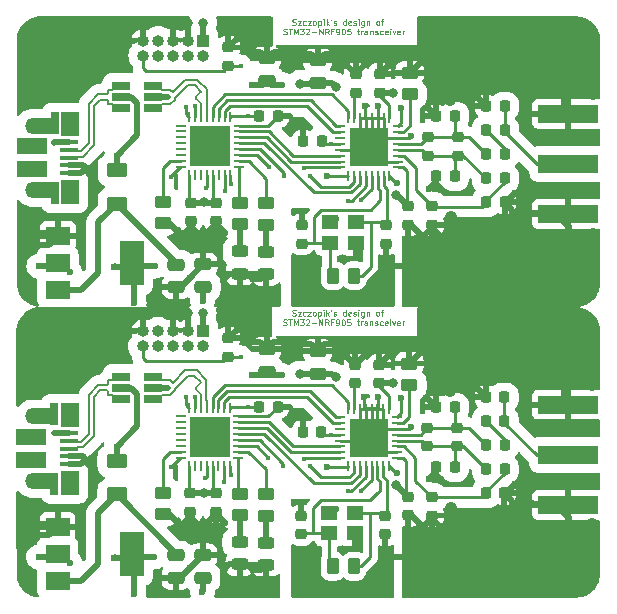
<source format=gbr>
%TF.GenerationSoftware,KiCad,Pcbnew,7.0.2*%
%TF.CreationDate,2023-04-27T09:09:23+02:00*%
%TF.ProjectId,STM32_RF,53544d33-325f-4524-962e-6b696361645f,rev?*%
%TF.SameCoordinates,Original*%
%TF.FileFunction,Copper,L1,Top*%
%TF.FilePolarity,Positive*%
%FSLAX46Y46*%
G04 Gerber Fmt 4.6, Leading zero omitted, Abs format (unit mm)*
G04 Created by KiCad (PCBNEW 7.0.2) date 2023-04-27 09:09:23*
%MOMM*%
%LPD*%
G01*
G04 APERTURE LIST*
G04 Aperture macros list*
%AMRoundRect*
0 Rectangle with rounded corners*
0 $1 Rounding radius*
0 $2 $3 $4 $5 $6 $7 $8 $9 X,Y pos of 4 corners*
0 Add a 4 corners polygon primitive as box body*
4,1,4,$2,$3,$4,$5,$6,$7,$8,$9,$2,$3,0*
0 Add four circle primitives for the rounded corners*
1,1,$1+$1,$2,$3*
1,1,$1+$1,$4,$5*
1,1,$1+$1,$6,$7*
1,1,$1+$1,$8,$9*
0 Add four rect primitives between the rounded corners*
20,1,$1+$1,$2,$3,$4,$5,0*
20,1,$1+$1,$4,$5,$6,$7,0*
20,1,$1+$1,$6,$7,$8,$9,0*
20,1,$1+$1,$8,$9,$2,$3,0*%
G04 Aperture macros list end*
%ADD10C,0.125000*%
%TA.AperFunction,NonConductor*%
%ADD11C,0.125000*%
%TD*%
%TA.AperFunction,ComponentPad*%
%ADD12R,1.000000X1.000000*%
%TD*%
%TA.AperFunction,ComponentPad*%
%ADD13O,1.000000X1.000000*%
%TD*%
%TA.AperFunction,SMDPad,CuDef*%
%ADD14RoundRect,0.250000X0.475000X-0.250000X0.475000X0.250000X-0.475000X0.250000X-0.475000X-0.250000X0*%
%TD*%
%TA.AperFunction,SMDPad,CuDef*%
%ADD15RoundRect,0.243750X0.456250X-0.243750X0.456250X0.243750X-0.456250X0.243750X-0.456250X-0.243750X0*%
%TD*%
%TA.AperFunction,SMDPad,CuDef*%
%ADD16RoundRect,0.225000X0.250000X-0.225000X0.250000X0.225000X-0.250000X0.225000X-0.250000X-0.225000X0*%
%TD*%
%TA.AperFunction,SMDPad,CuDef*%
%ADD17RoundRect,0.225000X-0.225000X-0.250000X0.225000X-0.250000X0.225000X0.250000X-0.225000X0.250000X0*%
%TD*%
%TA.AperFunction,SMDPad,CuDef*%
%ADD18RoundRect,0.218750X0.256250X-0.218750X0.256250X0.218750X-0.256250X0.218750X-0.256250X-0.218750X0*%
%TD*%
%TA.AperFunction,SMDPad,CuDef*%
%ADD19RoundRect,0.225000X-0.250000X0.225000X-0.250000X-0.225000X0.250000X-0.225000X0.250000X0.225000X0*%
%TD*%
%TA.AperFunction,SMDPad,CuDef*%
%ADD20RoundRect,0.250000X-0.450000X0.262500X-0.450000X-0.262500X0.450000X-0.262500X0.450000X0.262500X0*%
%TD*%
%TA.AperFunction,SMDPad,CuDef*%
%ADD21R,2.000000X1.500000*%
%TD*%
%TA.AperFunction,SMDPad,CuDef*%
%ADD22R,2.000000X3.800000*%
%TD*%
%TA.AperFunction,SMDPad,CuDef*%
%ADD23RoundRect,0.225000X0.225000X0.250000X-0.225000X0.250000X-0.225000X-0.250000X0.225000X-0.250000X0*%
%TD*%
%TA.AperFunction,SMDPad,CuDef*%
%ADD24R,1.650000X0.400000*%
%TD*%
%TA.AperFunction,SMDPad,CuDef*%
%ADD25R,0.700000X1.825000*%
%TD*%
%TA.AperFunction,SMDPad,CuDef*%
%ADD26R,1.500000X2.000000*%
%TD*%
%TA.AperFunction,SMDPad,CuDef*%
%ADD27R,2.000000X1.350000*%
%TD*%
%TA.AperFunction,ComponentPad*%
%ADD28O,1.700000X1.350000*%
%TD*%
%TA.AperFunction,ComponentPad*%
%ADD29O,1.500000X1.100000*%
%TD*%
%TA.AperFunction,SMDPad,CuDef*%
%ADD30R,2.500000X1.430000*%
%TD*%
%TA.AperFunction,SMDPad,CuDef*%
%ADD31RoundRect,0.218750X-0.218750X-0.256250X0.218750X-0.256250X0.218750X0.256250X-0.218750X0.256250X0*%
%TD*%
%TA.AperFunction,SMDPad,CuDef*%
%ADD32RoundRect,0.250000X-0.262500X-0.450000X0.262500X-0.450000X0.262500X0.450000X-0.262500X0.450000X0*%
%TD*%
%TA.AperFunction,SMDPad,CuDef*%
%ADD33R,5.080000X1.500000*%
%TD*%
%TA.AperFunction,SMDPad,CuDef*%
%ADD34RoundRect,0.062500X0.062500X-0.375000X0.062500X0.375000X-0.062500X0.375000X-0.062500X-0.375000X0*%
%TD*%
%TA.AperFunction,SMDPad,CuDef*%
%ADD35RoundRect,0.062500X0.375000X-0.062500X0.375000X0.062500X-0.375000X0.062500X-0.375000X-0.062500X0*%
%TD*%
%TA.AperFunction,SMDPad,CuDef*%
%ADD36R,3.450000X3.450000*%
%TD*%
%TA.AperFunction,SMDPad,CuDef*%
%ADD37R,1.560000X0.650000*%
%TD*%
%TA.AperFunction,SMDPad,CuDef*%
%ADD38RoundRect,0.250000X-0.625000X0.375000X-0.625000X-0.375000X0.625000X-0.375000X0.625000X0.375000X0*%
%TD*%
%TA.AperFunction,SMDPad,CuDef*%
%ADD39R,1.400000X1.200000*%
%TD*%
%TA.AperFunction,SMDPad,CuDef*%
%ADD40RoundRect,0.062500X-0.375000X-0.062500X0.375000X-0.062500X0.375000X0.062500X-0.375000X0.062500X0*%
%TD*%
%TA.AperFunction,SMDPad,CuDef*%
%ADD41RoundRect,0.062500X-0.062500X-0.375000X0.062500X-0.375000X0.062500X0.375000X-0.062500X0.375000X0*%
%TD*%
%TA.AperFunction,SMDPad,CuDef*%
%ADD42R,3.300000X3.300000*%
%TD*%
%TA.AperFunction,SMDPad,CuDef*%
%ADD43RoundRect,0.250000X0.450000X-0.262500X0.450000X0.262500X-0.450000X0.262500X-0.450000X-0.262500X0*%
%TD*%
%TA.AperFunction,SMDPad,CuDef*%
%ADD44RoundRect,0.250000X-0.475000X0.250000X-0.475000X-0.250000X0.475000X-0.250000X0.475000X0.250000X0*%
%TD*%
%TA.AperFunction,ViaPad*%
%ADD45C,0.600000*%
%TD*%
%TA.AperFunction,ViaPad*%
%ADD46C,0.400000*%
%TD*%
%TA.AperFunction,ViaPad*%
%ADD47C,1.000000*%
%TD*%
%TA.AperFunction,ViaPad*%
%ADD48C,0.800000*%
%TD*%
%TA.AperFunction,Conductor*%
%ADD49C,1.000000*%
%TD*%
%TA.AperFunction,Conductor*%
%ADD50C,0.500000*%
%TD*%
%TA.AperFunction,Conductor*%
%ADD51C,0.293370*%
%TD*%
%TA.AperFunction,Conductor*%
%ADD52C,0.200000*%
%TD*%
%TA.AperFunction,Conductor*%
%ADD53C,0.250000*%
%TD*%
G04 APERTURE END LIST*
D10*
D11*
X100083993Y-56675814D02*
X100155421Y-56699623D01*
X100155421Y-56699623D02*
X100274469Y-56699623D01*
X100274469Y-56699623D02*
X100322088Y-56675814D01*
X100322088Y-56675814D02*
X100345897Y-56652004D01*
X100345897Y-56652004D02*
X100369707Y-56604385D01*
X100369707Y-56604385D02*
X100369707Y-56556766D01*
X100369707Y-56556766D02*
X100345897Y-56509147D01*
X100345897Y-56509147D02*
X100322088Y-56485337D01*
X100322088Y-56485337D02*
X100274469Y-56461528D01*
X100274469Y-56461528D02*
X100179231Y-56437718D01*
X100179231Y-56437718D02*
X100131612Y-56413909D01*
X100131612Y-56413909D02*
X100107802Y-56390099D01*
X100107802Y-56390099D02*
X100083993Y-56342480D01*
X100083993Y-56342480D02*
X100083993Y-56294861D01*
X100083993Y-56294861D02*
X100107802Y-56247242D01*
X100107802Y-56247242D02*
X100131612Y-56223433D01*
X100131612Y-56223433D02*
X100179231Y-56199623D01*
X100179231Y-56199623D02*
X100298278Y-56199623D01*
X100298278Y-56199623D02*
X100369707Y-56223433D01*
X100536373Y-56366290D02*
X100798278Y-56366290D01*
X100798278Y-56366290D02*
X100536373Y-56699623D01*
X100536373Y-56699623D02*
X100798278Y-56699623D01*
X101203040Y-56675814D02*
X101155421Y-56699623D01*
X101155421Y-56699623D02*
X101060183Y-56699623D01*
X101060183Y-56699623D02*
X101012564Y-56675814D01*
X101012564Y-56675814D02*
X100988754Y-56652004D01*
X100988754Y-56652004D02*
X100964945Y-56604385D01*
X100964945Y-56604385D02*
X100964945Y-56461528D01*
X100964945Y-56461528D02*
X100988754Y-56413909D01*
X100988754Y-56413909D02*
X101012564Y-56390099D01*
X101012564Y-56390099D02*
X101060183Y-56366290D01*
X101060183Y-56366290D02*
X101155421Y-56366290D01*
X101155421Y-56366290D02*
X101203040Y-56390099D01*
X101369706Y-56366290D02*
X101631611Y-56366290D01*
X101631611Y-56366290D02*
X101369706Y-56699623D01*
X101369706Y-56699623D02*
X101631611Y-56699623D01*
X101893516Y-56699623D02*
X101845897Y-56675814D01*
X101845897Y-56675814D02*
X101822087Y-56652004D01*
X101822087Y-56652004D02*
X101798278Y-56604385D01*
X101798278Y-56604385D02*
X101798278Y-56461528D01*
X101798278Y-56461528D02*
X101822087Y-56413909D01*
X101822087Y-56413909D02*
X101845897Y-56390099D01*
X101845897Y-56390099D02*
X101893516Y-56366290D01*
X101893516Y-56366290D02*
X101964944Y-56366290D01*
X101964944Y-56366290D02*
X102012563Y-56390099D01*
X102012563Y-56390099D02*
X102036373Y-56413909D01*
X102036373Y-56413909D02*
X102060182Y-56461528D01*
X102060182Y-56461528D02*
X102060182Y-56604385D01*
X102060182Y-56604385D02*
X102036373Y-56652004D01*
X102036373Y-56652004D02*
X102012563Y-56675814D01*
X102012563Y-56675814D02*
X101964944Y-56699623D01*
X101964944Y-56699623D02*
X101893516Y-56699623D01*
X102274468Y-56366290D02*
X102274468Y-56866290D01*
X102274468Y-56390099D02*
X102322087Y-56366290D01*
X102322087Y-56366290D02*
X102417325Y-56366290D01*
X102417325Y-56366290D02*
X102464944Y-56390099D01*
X102464944Y-56390099D02*
X102488754Y-56413909D01*
X102488754Y-56413909D02*
X102512563Y-56461528D01*
X102512563Y-56461528D02*
X102512563Y-56604385D01*
X102512563Y-56604385D02*
X102488754Y-56652004D01*
X102488754Y-56652004D02*
X102464944Y-56675814D01*
X102464944Y-56675814D02*
X102417325Y-56699623D01*
X102417325Y-56699623D02*
X102322087Y-56699623D01*
X102322087Y-56699623D02*
X102274468Y-56675814D01*
X102726849Y-56699623D02*
X102726849Y-56366290D01*
X102726849Y-56199623D02*
X102703040Y-56223433D01*
X102703040Y-56223433D02*
X102726849Y-56247242D01*
X102726849Y-56247242D02*
X102750659Y-56223433D01*
X102750659Y-56223433D02*
X102726849Y-56199623D01*
X102726849Y-56199623D02*
X102726849Y-56247242D01*
X102964944Y-56699623D02*
X102964944Y-56199623D01*
X103012563Y-56509147D02*
X103155420Y-56699623D01*
X103155420Y-56366290D02*
X102964944Y-56556766D01*
X103393516Y-56199623D02*
X103345897Y-56294861D01*
X103583992Y-56675814D02*
X103631611Y-56699623D01*
X103631611Y-56699623D02*
X103726849Y-56699623D01*
X103726849Y-56699623D02*
X103774468Y-56675814D01*
X103774468Y-56675814D02*
X103798277Y-56628194D01*
X103798277Y-56628194D02*
X103798277Y-56604385D01*
X103798277Y-56604385D02*
X103774468Y-56556766D01*
X103774468Y-56556766D02*
X103726849Y-56532956D01*
X103726849Y-56532956D02*
X103655420Y-56532956D01*
X103655420Y-56532956D02*
X103607801Y-56509147D01*
X103607801Y-56509147D02*
X103583992Y-56461528D01*
X103583992Y-56461528D02*
X103583992Y-56437718D01*
X103583992Y-56437718D02*
X103607801Y-56390099D01*
X103607801Y-56390099D02*
X103655420Y-56366290D01*
X103655420Y-56366290D02*
X103726849Y-56366290D01*
X103726849Y-56366290D02*
X103774468Y-56390099D01*
X104607801Y-56699623D02*
X104607801Y-56199623D01*
X104607801Y-56675814D02*
X104560182Y-56699623D01*
X104560182Y-56699623D02*
X104464944Y-56699623D01*
X104464944Y-56699623D02*
X104417325Y-56675814D01*
X104417325Y-56675814D02*
X104393515Y-56652004D01*
X104393515Y-56652004D02*
X104369706Y-56604385D01*
X104369706Y-56604385D02*
X104369706Y-56461528D01*
X104369706Y-56461528D02*
X104393515Y-56413909D01*
X104393515Y-56413909D02*
X104417325Y-56390099D01*
X104417325Y-56390099D02*
X104464944Y-56366290D01*
X104464944Y-56366290D02*
X104560182Y-56366290D01*
X104560182Y-56366290D02*
X104607801Y-56390099D01*
X105036372Y-56675814D02*
X104988753Y-56699623D01*
X104988753Y-56699623D02*
X104893515Y-56699623D01*
X104893515Y-56699623D02*
X104845896Y-56675814D01*
X104845896Y-56675814D02*
X104822087Y-56628194D01*
X104822087Y-56628194D02*
X104822087Y-56437718D01*
X104822087Y-56437718D02*
X104845896Y-56390099D01*
X104845896Y-56390099D02*
X104893515Y-56366290D01*
X104893515Y-56366290D02*
X104988753Y-56366290D01*
X104988753Y-56366290D02*
X105036372Y-56390099D01*
X105036372Y-56390099D02*
X105060182Y-56437718D01*
X105060182Y-56437718D02*
X105060182Y-56485337D01*
X105060182Y-56485337D02*
X104822087Y-56532956D01*
X105250658Y-56675814D02*
X105298277Y-56699623D01*
X105298277Y-56699623D02*
X105393515Y-56699623D01*
X105393515Y-56699623D02*
X105441134Y-56675814D01*
X105441134Y-56675814D02*
X105464943Y-56628194D01*
X105464943Y-56628194D02*
X105464943Y-56604385D01*
X105464943Y-56604385D02*
X105441134Y-56556766D01*
X105441134Y-56556766D02*
X105393515Y-56532956D01*
X105393515Y-56532956D02*
X105322086Y-56532956D01*
X105322086Y-56532956D02*
X105274467Y-56509147D01*
X105274467Y-56509147D02*
X105250658Y-56461528D01*
X105250658Y-56461528D02*
X105250658Y-56437718D01*
X105250658Y-56437718D02*
X105274467Y-56390099D01*
X105274467Y-56390099D02*
X105322086Y-56366290D01*
X105322086Y-56366290D02*
X105393515Y-56366290D01*
X105393515Y-56366290D02*
X105441134Y-56390099D01*
X105679229Y-56699623D02*
X105679229Y-56366290D01*
X105679229Y-56199623D02*
X105655420Y-56223433D01*
X105655420Y-56223433D02*
X105679229Y-56247242D01*
X105679229Y-56247242D02*
X105703039Y-56223433D01*
X105703039Y-56223433D02*
X105679229Y-56199623D01*
X105679229Y-56199623D02*
X105679229Y-56247242D01*
X106131610Y-56366290D02*
X106131610Y-56771052D01*
X106131610Y-56771052D02*
X106107800Y-56818671D01*
X106107800Y-56818671D02*
X106083991Y-56842480D01*
X106083991Y-56842480D02*
X106036372Y-56866290D01*
X106036372Y-56866290D02*
X105964943Y-56866290D01*
X105964943Y-56866290D02*
X105917324Y-56842480D01*
X106131610Y-56675814D02*
X106083991Y-56699623D01*
X106083991Y-56699623D02*
X105988753Y-56699623D01*
X105988753Y-56699623D02*
X105941134Y-56675814D01*
X105941134Y-56675814D02*
X105917324Y-56652004D01*
X105917324Y-56652004D02*
X105893515Y-56604385D01*
X105893515Y-56604385D02*
X105893515Y-56461528D01*
X105893515Y-56461528D02*
X105917324Y-56413909D01*
X105917324Y-56413909D02*
X105941134Y-56390099D01*
X105941134Y-56390099D02*
X105988753Y-56366290D01*
X105988753Y-56366290D02*
X106083991Y-56366290D01*
X106083991Y-56366290D02*
X106131610Y-56390099D01*
X106369705Y-56366290D02*
X106369705Y-56699623D01*
X106369705Y-56413909D02*
X106393515Y-56390099D01*
X106393515Y-56390099D02*
X106441134Y-56366290D01*
X106441134Y-56366290D02*
X106512562Y-56366290D01*
X106512562Y-56366290D02*
X106560181Y-56390099D01*
X106560181Y-56390099D02*
X106583991Y-56437718D01*
X106583991Y-56437718D02*
X106583991Y-56699623D01*
X107274467Y-56699623D02*
X107226848Y-56675814D01*
X107226848Y-56675814D02*
X107203038Y-56652004D01*
X107203038Y-56652004D02*
X107179229Y-56604385D01*
X107179229Y-56604385D02*
X107179229Y-56461528D01*
X107179229Y-56461528D02*
X107203038Y-56413909D01*
X107203038Y-56413909D02*
X107226848Y-56390099D01*
X107226848Y-56390099D02*
X107274467Y-56366290D01*
X107274467Y-56366290D02*
X107345895Y-56366290D01*
X107345895Y-56366290D02*
X107393514Y-56390099D01*
X107393514Y-56390099D02*
X107417324Y-56413909D01*
X107417324Y-56413909D02*
X107441133Y-56461528D01*
X107441133Y-56461528D02*
X107441133Y-56604385D01*
X107441133Y-56604385D02*
X107417324Y-56652004D01*
X107417324Y-56652004D02*
X107393514Y-56675814D01*
X107393514Y-56675814D02*
X107345895Y-56699623D01*
X107345895Y-56699623D02*
X107274467Y-56699623D01*
X107583991Y-56366290D02*
X107774467Y-56366290D01*
X107655419Y-56699623D02*
X107655419Y-56271052D01*
X107655419Y-56271052D02*
X107679229Y-56223433D01*
X107679229Y-56223433D02*
X107726848Y-56199623D01*
X107726848Y-56199623D02*
X107774467Y-56199623D01*
X99322089Y-57485814D02*
X99393517Y-57509623D01*
X99393517Y-57509623D02*
X99512565Y-57509623D01*
X99512565Y-57509623D02*
X99560184Y-57485814D01*
X99560184Y-57485814D02*
X99583993Y-57462004D01*
X99583993Y-57462004D02*
X99607803Y-57414385D01*
X99607803Y-57414385D02*
X99607803Y-57366766D01*
X99607803Y-57366766D02*
X99583993Y-57319147D01*
X99583993Y-57319147D02*
X99560184Y-57295337D01*
X99560184Y-57295337D02*
X99512565Y-57271528D01*
X99512565Y-57271528D02*
X99417327Y-57247718D01*
X99417327Y-57247718D02*
X99369708Y-57223909D01*
X99369708Y-57223909D02*
X99345898Y-57200099D01*
X99345898Y-57200099D02*
X99322089Y-57152480D01*
X99322089Y-57152480D02*
X99322089Y-57104861D01*
X99322089Y-57104861D02*
X99345898Y-57057242D01*
X99345898Y-57057242D02*
X99369708Y-57033433D01*
X99369708Y-57033433D02*
X99417327Y-57009623D01*
X99417327Y-57009623D02*
X99536374Y-57009623D01*
X99536374Y-57009623D02*
X99607803Y-57033433D01*
X99750660Y-57009623D02*
X100036374Y-57009623D01*
X99893517Y-57509623D02*
X99893517Y-57009623D01*
X100203040Y-57509623D02*
X100203040Y-57009623D01*
X100203040Y-57009623D02*
X100369707Y-57366766D01*
X100369707Y-57366766D02*
X100536373Y-57009623D01*
X100536373Y-57009623D02*
X100536373Y-57509623D01*
X100726850Y-57009623D02*
X101036374Y-57009623D01*
X101036374Y-57009623D02*
X100869707Y-57200099D01*
X100869707Y-57200099D02*
X100941136Y-57200099D01*
X100941136Y-57200099D02*
X100988755Y-57223909D01*
X100988755Y-57223909D02*
X101012564Y-57247718D01*
X101012564Y-57247718D02*
X101036374Y-57295337D01*
X101036374Y-57295337D02*
X101036374Y-57414385D01*
X101036374Y-57414385D02*
X101012564Y-57462004D01*
X101012564Y-57462004D02*
X100988755Y-57485814D01*
X100988755Y-57485814D02*
X100941136Y-57509623D01*
X100941136Y-57509623D02*
X100798279Y-57509623D01*
X100798279Y-57509623D02*
X100750660Y-57485814D01*
X100750660Y-57485814D02*
X100726850Y-57462004D01*
X101226850Y-57057242D02*
X101250659Y-57033433D01*
X101250659Y-57033433D02*
X101298278Y-57009623D01*
X101298278Y-57009623D02*
X101417326Y-57009623D01*
X101417326Y-57009623D02*
X101464945Y-57033433D01*
X101464945Y-57033433D02*
X101488754Y-57057242D01*
X101488754Y-57057242D02*
X101512564Y-57104861D01*
X101512564Y-57104861D02*
X101512564Y-57152480D01*
X101512564Y-57152480D02*
X101488754Y-57223909D01*
X101488754Y-57223909D02*
X101203040Y-57509623D01*
X101203040Y-57509623D02*
X101512564Y-57509623D01*
X101726849Y-57319147D02*
X102107802Y-57319147D01*
X102345897Y-57509623D02*
X102345897Y-57009623D01*
X102345897Y-57009623D02*
X102631611Y-57509623D01*
X102631611Y-57509623D02*
X102631611Y-57009623D01*
X103155421Y-57509623D02*
X102988755Y-57271528D01*
X102869707Y-57509623D02*
X102869707Y-57009623D01*
X102869707Y-57009623D02*
X103060183Y-57009623D01*
X103060183Y-57009623D02*
X103107802Y-57033433D01*
X103107802Y-57033433D02*
X103131612Y-57057242D01*
X103131612Y-57057242D02*
X103155421Y-57104861D01*
X103155421Y-57104861D02*
X103155421Y-57176290D01*
X103155421Y-57176290D02*
X103131612Y-57223909D01*
X103131612Y-57223909D02*
X103107802Y-57247718D01*
X103107802Y-57247718D02*
X103060183Y-57271528D01*
X103060183Y-57271528D02*
X102869707Y-57271528D01*
X103536374Y-57247718D02*
X103369707Y-57247718D01*
X103369707Y-57509623D02*
X103369707Y-57009623D01*
X103369707Y-57009623D02*
X103607802Y-57009623D01*
X103822088Y-57509623D02*
X103917326Y-57509623D01*
X103917326Y-57509623D02*
X103964945Y-57485814D01*
X103964945Y-57485814D02*
X103988754Y-57462004D01*
X103988754Y-57462004D02*
X104036373Y-57390575D01*
X104036373Y-57390575D02*
X104060183Y-57295337D01*
X104060183Y-57295337D02*
X104060183Y-57104861D01*
X104060183Y-57104861D02*
X104036373Y-57057242D01*
X104036373Y-57057242D02*
X104012564Y-57033433D01*
X104012564Y-57033433D02*
X103964945Y-57009623D01*
X103964945Y-57009623D02*
X103869707Y-57009623D01*
X103869707Y-57009623D02*
X103822088Y-57033433D01*
X103822088Y-57033433D02*
X103798278Y-57057242D01*
X103798278Y-57057242D02*
X103774469Y-57104861D01*
X103774469Y-57104861D02*
X103774469Y-57223909D01*
X103774469Y-57223909D02*
X103798278Y-57271528D01*
X103798278Y-57271528D02*
X103822088Y-57295337D01*
X103822088Y-57295337D02*
X103869707Y-57319147D01*
X103869707Y-57319147D02*
X103964945Y-57319147D01*
X103964945Y-57319147D02*
X104012564Y-57295337D01*
X104012564Y-57295337D02*
X104036373Y-57271528D01*
X104036373Y-57271528D02*
X104060183Y-57223909D01*
X104369706Y-57009623D02*
X104417325Y-57009623D01*
X104417325Y-57009623D02*
X104464944Y-57033433D01*
X104464944Y-57033433D02*
X104488754Y-57057242D01*
X104488754Y-57057242D02*
X104512563Y-57104861D01*
X104512563Y-57104861D02*
X104536373Y-57200099D01*
X104536373Y-57200099D02*
X104536373Y-57319147D01*
X104536373Y-57319147D02*
X104512563Y-57414385D01*
X104512563Y-57414385D02*
X104488754Y-57462004D01*
X104488754Y-57462004D02*
X104464944Y-57485814D01*
X104464944Y-57485814D02*
X104417325Y-57509623D01*
X104417325Y-57509623D02*
X104369706Y-57509623D01*
X104369706Y-57509623D02*
X104322087Y-57485814D01*
X104322087Y-57485814D02*
X104298278Y-57462004D01*
X104298278Y-57462004D02*
X104274468Y-57414385D01*
X104274468Y-57414385D02*
X104250659Y-57319147D01*
X104250659Y-57319147D02*
X104250659Y-57200099D01*
X104250659Y-57200099D02*
X104274468Y-57104861D01*
X104274468Y-57104861D02*
X104298278Y-57057242D01*
X104298278Y-57057242D02*
X104322087Y-57033433D01*
X104322087Y-57033433D02*
X104369706Y-57009623D01*
X104988753Y-57009623D02*
X104750658Y-57009623D01*
X104750658Y-57009623D02*
X104726849Y-57247718D01*
X104726849Y-57247718D02*
X104750658Y-57223909D01*
X104750658Y-57223909D02*
X104798277Y-57200099D01*
X104798277Y-57200099D02*
X104917325Y-57200099D01*
X104917325Y-57200099D02*
X104964944Y-57223909D01*
X104964944Y-57223909D02*
X104988753Y-57247718D01*
X104988753Y-57247718D02*
X105012563Y-57295337D01*
X105012563Y-57295337D02*
X105012563Y-57414385D01*
X105012563Y-57414385D02*
X104988753Y-57462004D01*
X104988753Y-57462004D02*
X104964944Y-57485814D01*
X104964944Y-57485814D02*
X104917325Y-57509623D01*
X104917325Y-57509623D02*
X104798277Y-57509623D01*
X104798277Y-57509623D02*
X104750658Y-57485814D01*
X104750658Y-57485814D02*
X104726849Y-57462004D01*
X105536372Y-57176290D02*
X105726848Y-57176290D01*
X105607800Y-57009623D02*
X105607800Y-57438194D01*
X105607800Y-57438194D02*
X105631610Y-57485814D01*
X105631610Y-57485814D02*
X105679229Y-57509623D01*
X105679229Y-57509623D02*
X105726848Y-57509623D01*
X105893514Y-57509623D02*
X105893514Y-57176290D01*
X105893514Y-57271528D02*
X105917324Y-57223909D01*
X105917324Y-57223909D02*
X105941133Y-57200099D01*
X105941133Y-57200099D02*
X105988752Y-57176290D01*
X105988752Y-57176290D02*
X106036371Y-57176290D01*
X106417324Y-57509623D02*
X106417324Y-57247718D01*
X106417324Y-57247718D02*
X106393514Y-57200099D01*
X106393514Y-57200099D02*
X106345895Y-57176290D01*
X106345895Y-57176290D02*
X106250657Y-57176290D01*
X106250657Y-57176290D02*
X106203038Y-57200099D01*
X106417324Y-57485814D02*
X106369705Y-57509623D01*
X106369705Y-57509623D02*
X106250657Y-57509623D01*
X106250657Y-57509623D02*
X106203038Y-57485814D01*
X106203038Y-57485814D02*
X106179229Y-57438194D01*
X106179229Y-57438194D02*
X106179229Y-57390575D01*
X106179229Y-57390575D02*
X106203038Y-57342956D01*
X106203038Y-57342956D02*
X106250657Y-57319147D01*
X106250657Y-57319147D02*
X106369705Y-57319147D01*
X106369705Y-57319147D02*
X106417324Y-57295337D01*
X106655419Y-57176290D02*
X106655419Y-57509623D01*
X106655419Y-57223909D02*
X106679229Y-57200099D01*
X106679229Y-57200099D02*
X106726848Y-57176290D01*
X106726848Y-57176290D02*
X106798276Y-57176290D01*
X106798276Y-57176290D02*
X106845895Y-57200099D01*
X106845895Y-57200099D02*
X106869705Y-57247718D01*
X106869705Y-57247718D02*
X106869705Y-57509623D01*
X107083991Y-57485814D02*
X107131610Y-57509623D01*
X107131610Y-57509623D02*
X107226848Y-57509623D01*
X107226848Y-57509623D02*
X107274467Y-57485814D01*
X107274467Y-57485814D02*
X107298276Y-57438194D01*
X107298276Y-57438194D02*
X107298276Y-57414385D01*
X107298276Y-57414385D02*
X107274467Y-57366766D01*
X107274467Y-57366766D02*
X107226848Y-57342956D01*
X107226848Y-57342956D02*
X107155419Y-57342956D01*
X107155419Y-57342956D02*
X107107800Y-57319147D01*
X107107800Y-57319147D02*
X107083991Y-57271528D01*
X107083991Y-57271528D02*
X107083991Y-57247718D01*
X107083991Y-57247718D02*
X107107800Y-57200099D01*
X107107800Y-57200099D02*
X107155419Y-57176290D01*
X107155419Y-57176290D02*
X107226848Y-57176290D01*
X107226848Y-57176290D02*
X107274467Y-57200099D01*
X107726848Y-57485814D02*
X107679229Y-57509623D01*
X107679229Y-57509623D02*
X107583991Y-57509623D01*
X107583991Y-57509623D02*
X107536372Y-57485814D01*
X107536372Y-57485814D02*
X107512562Y-57462004D01*
X107512562Y-57462004D02*
X107488753Y-57414385D01*
X107488753Y-57414385D02*
X107488753Y-57271528D01*
X107488753Y-57271528D02*
X107512562Y-57223909D01*
X107512562Y-57223909D02*
X107536372Y-57200099D01*
X107536372Y-57200099D02*
X107583991Y-57176290D01*
X107583991Y-57176290D02*
X107679229Y-57176290D01*
X107679229Y-57176290D02*
X107726848Y-57200099D01*
X108131609Y-57485814D02*
X108083990Y-57509623D01*
X108083990Y-57509623D02*
X107988752Y-57509623D01*
X107988752Y-57509623D02*
X107941133Y-57485814D01*
X107941133Y-57485814D02*
X107917324Y-57438194D01*
X107917324Y-57438194D02*
X107917324Y-57247718D01*
X107917324Y-57247718D02*
X107941133Y-57200099D01*
X107941133Y-57200099D02*
X107988752Y-57176290D01*
X107988752Y-57176290D02*
X108083990Y-57176290D01*
X108083990Y-57176290D02*
X108131609Y-57200099D01*
X108131609Y-57200099D02*
X108155419Y-57247718D01*
X108155419Y-57247718D02*
X108155419Y-57295337D01*
X108155419Y-57295337D02*
X107917324Y-57342956D01*
X108369704Y-57509623D02*
X108369704Y-57176290D01*
X108369704Y-57009623D02*
X108345895Y-57033433D01*
X108345895Y-57033433D02*
X108369704Y-57057242D01*
X108369704Y-57057242D02*
X108393514Y-57033433D01*
X108393514Y-57033433D02*
X108369704Y-57009623D01*
X108369704Y-57009623D02*
X108369704Y-57057242D01*
X108560180Y-57176290D02*
X108679228Y-57509623D01*
X108679228Y-57509623D02*
X108798275Y-57176290D01*
X109179227Y-57485814D02*
X109131608Y-57509623D01*
X109131608Y-57509623D02*
X109036370Y-57509623D01*
X109036370Y-57509623D02*
X108988751Y-57485814D01*
X108988751Y-57485814D02*
X108964942Y-57438194D01*
X108964942Y-57438194D02*
X108964942Y-57247718D01*
X108964942Y-57247718D02*
X108988751Y-57200099D01*
X108988751Y-57200099D02*
X109036370Y-57176290D01*
X109036370Y-57176290D02*
X109131608Y-57176290D01*
X109131608Y-57176290D02*
X109179227Y-57200099D01*
X109179227Y-57200099D02*
X109203037Y-57247718D01*
X109203037Y-57247718D02*
X109203037Y-57295337D01*
X109203037Y-57295337D02*
X108964942Y-57342956D01*
X109417322Y-57509623D02*
X109417322Y-57176290D01*
X109417322Y-57271528D02*
X109441132Y-57223909D01*
X109441132Y-57223909D02*
X109464941Y-57200099D01*
X109464941Y-57200099D02*
X109512560Y-57176290D01*
X109512560Y-57176290D02*
X109560179Y-57176290D01*
D10*
D11*
X100069542Y-81299400D02*
X100140970Y-81323209D01*
X100140970Y-81323209D02*
X100260018Y-81323209D01*
X100260018Y-81323209D02*
X100307637Y-81299400D01*
X100307637Y-81299400D02*
X100331446Y-81275590D01*
X100331446Y-81275590D02*
X100355256Y-81227971D01*
X100355256Y-81227971D02*
X100355256Y-81180352D01*
X100355256Y-81180352D02*
X100331446Y-81132733D01*
X100331446Y-81132733D02*
X100307637Y-81108923D01*
X100307637Y-81108923D02*
X100260018Y-81085114D01*
X100260018Y-81085114D02*
X100164780Y-81061304D01*
X100164780Y-81061304D02*
X100117161Y-81037495D01*
X100117161Y-81037495D02*
X100093351Y-81013685D01*
X100093351Y-81013685D02*
X100069542Y-80966066D01*
X100069542Y-80966066D02*
X100069542Y-80918447D01*
X100069542Y-80918447D02*
X100093351Y-80870828D01*
X100093351Y-80870828D02*
X100117161Y-80847019D01*
X100117161Y-80847019D02*
X100164780Y-80823209D01*
X100164780Y-80823209D02*
X100283827Y-80823209D01*
X100283827Y-80823209D02*
X100355256Y-80847019D01*
X100521922Y-80989876D02*
X100783827Y-80989876D01*
X100783827Y-80989876D02*
X100521922Y-81323209D01*
X100521922Y-81323209D02*
X100783827Y-81323209D01*
X101188589Y-81299400D02*
X101140970Y-81323209D01*
X101140970Y-81323209D02*
X101045732Y-81323209D01*
X101045732Y-81323209D02*
X100998113Y-81299400D01*
X100998113Y-81299400D02*
X100974303Y-81275590D01*
X100974303Y-81275590D02*
X100950494Y-81227971D01*
X100950494Y-81227971D02*
X100950494Y-81085114D01*
X100950494Y-81085114D02*
X100974303Y-81037495D01*
X100974303Y-81037495D02*
X100998113Y-81013685D01*
X100998113Y-81013685D02*
X101045732Y-80989876D01*
X101045732Y-80989876D02*
X101140970Y-80989876D01*
X101140970Y-80989876D02*
X101188589Y-81013685D01*
X101355255Y-80989876D02*
X101617160Y-80989876D01*
X101617160Y-80989876D02*
X101355255Y-81323209D01*
X101355255Y-81323209D02*
X101617160Y-81323209D01*
X101879065Y-81323209D02*
X101831446Y-81299400D01*
X101831446Y-81299400D02*
X101807636Y-81275590D01*
X101807636Y-81275590D02*
X101783827Y-81227971D01*
X101783827Y-81227971D02*
X101783827Y-81085114D01*
X101783827Y-81085114D02*
X101807636Y-81037495D01*
X101807636Y-81037495D02*
X101831446Y-81013685D01*
X101831446Y-81013685D02*
X101879065Y-80989876D01*
X101879065Y-80989876D02*
X101950493Y-80989876D01*
X101950493Y-80989876D02*
X101998112Y-81013685D01*
X101998112Y-81013685D02*
X102021922Y-81037495D01*
X102021922Y-81037495D02*
X102045731Y-81085114D01*
X102045731Y-81085114D02*
X102045731Y-81227971D01*
X102045731Y-81227971D02*
X102021922Y-81275590D01*
X102021922Y-81275590D02*
X101998112Y-81299400D01*
X101998112Y-81299400D02*
X101950493Y-81323209D01*
X101950493Y-81323209D02*
X101879065Y-81323209D01*
X102260017Y-80989876D02*
X102260017Y-81489876D01*
X102260017Y-81013685D02*
X102307636Y-80989876D01*
X102307636Y-80989876D02*
X102402874Y-80989876D01*
X102402874Y-80989876D02*
X102450493Y-81013685D01*
X102450493Y-81013685D02*
X102474303Y-81037495D01*
X102474303Y-81037495D02*
X102498112Y-81085114D01*
X102498112Y-81085114D02*
X102498112Y-81227971D01*
X102498112Y-81227971D02*
X102474303Y-81275590D01*
X102474303Y-81275590D02*
X102450493Y-81299400D01*
X102450493Y-81299400D02*
X102402874Y-81323209D01*
X102402874Y-81323209D02*
X102307636Y-81323209D01*
X102307636Y-81323209D02*
X102260017Y-81299400D01*
X102712398Y-81323209D02*
X102712398Y-80989876D01*
X102712398Y-80823209D02*
X102688589Y-80847019D01*
X102688589Y-80847019D02*
X102712398Y-80870828D01*
X102712398Y-80870828D02*
X102736208Y-80847019D01*
X102736208Y-80847019D02*
X102712398Y-80823209D01*
X102712398Y-80823209D02*
X102712398Y-80870828D01*
X102950493Y-81323209D02*
X102950493Y-80823209D01*
X102998112Y-81132733D02*
X103140969Y-81323209D01*
X103140969Y-80989876D02*
X102950493Y-81180352D01*
X103379065Y-80823209D02*
X103331446Y-80918447D01*
X103569541Y-81299400D02*
X103617160Y-81323209D01*
X103617160Y-81323209D02*
X103712398Y-81323209D01*
X103712398Y-81323209D02*
X103760017Y-81299400D01*
X103760017Y-81299400D02*
X103783826Y-81251780D01*
X103783826Y-81251780D02*
X103783826Y-81227971D01*
X103783826Y-81227971D02*
X103760017Y-81180352D01*
X103760017Y-81180352D02*
X103712398Y-81156542D01*
X103712398Y-81156542D02*
X103640969Y-81156542D01*
X103640969Y-81156542D02*
X103593350Y-81132733D01*
X103593350Y-81132733D02*
X103569541Y-81085114D01*
X103569541Y-81085114D02*
X103569541Y-81061304D01*
X103569541Y-81061304D02*
X103593350Y-81013685D01*
X103593350Y-81013685D02*
X103640969Y-80989876D01*
X103640969Y-80989876D02*
X103712398Y-80989876D01*
X103712398Y-80989876D02*
X103760017Y-81013685D01*
X104593350Y-81323209D02*
X104593350Y-80823209D01*
X104593350Y-81299400D02*
X104545731Y-81323209D01*
X104545731Y-81323209D02*
X104450493Y-81323209D01*
X104450493Y-81323209D02*
X104402874Y-81299400D01*
X104402874Y-81299400D02*
X104379064Y-81275590D01*
X104379064Y-81275590D02*
X104355255Y-81227971D01*
X104355255Y-81227971D02*
X104355255Y-81085114D01*
X104355255Y-81085114D02*
X104379064Y-81037495D01*
X104379064Y-81037495D02*
X104402874Y-81013685D01*
X104402874Y-81013685D02*
X104450493Y-80989876D01*
X104450493Y-80989876D02*
X104545731Y-80989876D01*
X104545731Y-80989876D02*
X104593350Y-81013685D01*
X105021921Y-81299400D02*
X104974302Y-81323209D01*
X104974302Y-81323209D02*
X104879064Y-81323209D01*
X104879064Y-81323209D02*
X104831445Y-81299400D01*
X104831445Y-81299400D02*
X104807636Y-81251780D01*
X104807636Y-81251780D02*
X104807636Y-81061304D01*
X104807636Y-81061304D02*
X104831445Y-81013685D01*
X104831445Y-81013685D02*
X104879064Y-80989876D01*
X104879064Y-80989876D02*
X104974302Y-80989876D01*
X104974302Y-80989876D02*
X105021921Y-81013685D01*
X105021921Y-81013685D02*
X105045731Y-81061304D01*
X105045731Y-81061304D02*
X105045731Y-81108923D01*
X105045731Y-81108923D02*
X104807636Y-81156542D01*
X105236207Y-81299400D02*
X105283826Y-81323209D01*
X105283826Y-81323209D02*
X105379064Y-81323209D01*
X105379064Y-81323209D02*
X105426683Y-81299400D01*
X105426683Y-81299400D02*
X105450492Y-81251780D01*
X105450492Y-81251780D02*
X105450492Y-81227971D01*
X105450492Y-81227971D02*
X105426683Y-81180352D01*
X105426683Y-81180352D02*
X105379064Y-81156542D01*
X105379064Y-81156542D02*
X105307635Y-81156542D01*
X105307635Y-81156542D02*
X105260016Y-81132733D01*
X105260016Y-81132733D02*
X105236207Y-81085114D01*
X105236207Y-81085114D02*
X105236207Y-81061304D01*
X105236207Y-81061304D02*
X105260016Y-81013685D01*
X105260016Y-81013685D02*
X105307635Y-80989876D01*
X105307635Y-80989876D02*
X105379064Y-80989876D01*
X105379064Y-80989876D02*
X105426683Y-81013685D01*
X105664778Y-81323209D02*
X105664778Y-80989876D01*
X105664778Y-80823209D02*
X105640969Y-80847019D01*
X105640969Y-80847019D02*
X105664778Y-80870828D01*
X105664778Y-80870828D02*
X105688588Y-80847019D01*
X105688588Y-80847019D02*
X105664778Y-80823209D01*
X105664778Y-80823209D02*
X105664778Y-80870828D01*
X106117159Y-80989876D02*
X106117159Y-81394638D01*
X106117159Y-81394638D02*
X106093349Y-81442257D01*
X106093349Y-81442257D02*
X106069540Y-81466066D01*
X106069540Y-81466066D02*
X106021921Y-81489876D01*
X106021921Y-81489876D02*
X105950492Y-81489876D01*
X105950492Y-81489876D02*
X105902873Y-81466066D01*
X106117159Y-81299400D02*
X106069540Y-81323209D01*
X106069540Y-81323209D02*
X105974302Y-81323209D01*
X105974302Y-81323209D02*
X105926683Y-81299400D01*
X105926683Y-81299400D02*
X105902873Y-81275590D01*
X105902873Y-81275590D02*
X105879064Y-81227971D01*
X105879064Y-81227971D02*
X105879064Y-81085114D01*
X105879064Y-81085114D02*
X105902873Y-81037495D01*
X105902873Y-81037495D02*
X105926683Y-81013685D01*
X105926683Y-81013685D02*
X105974302Y-80989876D01*
X105974302Y-80989876D02*
X106069540Y-80989876D01*
X106069540Y-80989876D02*
X106117159Y-81013685D01*
X106355254Y-80989876D02*
X106355254Y-81323209D01*
X106355254Y-81037495D02*
X106379064Y-81013685D01*
X106379064Y-81013685D02*
X106426683Y-80989876D01*
X106426683Y-80989876D02*
X106498111Y-80989876D01*
X106498111Y-80989876D02*
X106545730Y-81013685D01*
X106545730Y-81013685D02*
X106569540Y-81061304D01*
X106569540Y-81061304D02*
X106569540Y-81323209D01*
X107260016Y-81323209D02*
X107212397Y-81299400D01*
X107212397Y-81299400D02*
X107188587Y-81275590D01*
X107188587Y-81275590D02*
X107164778Y-81227971D01*
X107164778Y-81227971D02*
X107164778Y-81085114D01*
X107164778Y-81085114D02*
X107188587Y-81037495D01*
X107188587Y-81037495D02*
X107212397Y-81013685D01*
X107212397Y-81013685D02*
X107260016Y-80989876D01*
X107260016Y-80989876D02*
X107331444Y-80989876D01*
X107331444Y-80989876D02*
X107379063Y-81013685D01*
X107379063Y-81013685D02*
X107402873Y-81037495D01*
X107402873Y-81037495D02*
X107426682Y-81085114D01*
X107426682Y-81085114D02*
X107426682Y-81227971D01*
X107426682Y-81227971D02*
X107402873Y-81275590D01*
X107402873Y-81275590D02*
X107379063Y-81299400D01*
X107379063Y-81299400D02*
X107331444Y-81323209D01*
X107331444Y-81323209D02*
X107260016Y-81323209D01*
X107569540Y-80989876D02*
X107760016Y-80989876D01*
X107640968Y-81323209D02*
X107640968Y-80894638D01*
X107640968Y-80894638D02*
X107664778Y-80847019D01*
X107664778Y-80847019D02*
X107712397Y-80823209D01*
X107712397Y-80823209D02*
X107760016Y-80823209D01*
X99307638Y-82109400D02*
X99379066Y-82133209D01*
X99379066Y-82133209D02*
X99498114Y-82133209D01*
X99498114Y-82133209D02*
X99545733Y-82109400D01*
X99545733Y-82109400D02*
X99569542Y-82085590D01*
X99569542Y-82085590D02*
X99593352Y-82037971D01*
X99593352Y-82037971D02*
X99593352Y-81990352D01*
X99593352Y-81990352D02*
X99569542Y-81942733D01*
X99569542Y-81942733D02*
X99545733Y-81918923D01*
X99545733Y-81918923D02*
X99498114Y-81895114D01*
X99498114Y-81895114D02*
X99402876Y-81871304D01*
X99402876Y-81871304D02*
X99355257Y-81847495D01*
X99355257Y-81847495D02*
X99331447Y-81823685D01*
X99331447Y-81823685D02*
X99307638Y-81776066D01*
X99307638Y-81776066D02*
X99307638Y-81728447D01*
X99307638Y-81728447D02*
X99331447Y-81680828D01*
X99331447Y-81680828D02*
X99355257Y-81657019D01*
X99355257Y-81657019D02*
X99402876Y-81633209D01*
X99402876Y-81633209D02*
X99521923Y-81633209D01*
X99521923Y-81633209D02*
X99593352Y-81657019D01*
X99736209Y-81633209D02*
X100021923Y-81633209D01*
X99879066Y-82133209D02*
X99879066Y-81633209D01*
X100188589Y-82133209D02*
X100188589Y-81633209D01*
X100188589Y-81633209D02*
X100355256Y-81990352D01*
X100355256Y-81990352D02*
X100521922Y-81633209D01*
X100521922Y-81633209D02*
X100521922Y-82133209D01*
X100712399Y-81633209D02*
X101021923Y-81633209D01*
X101021923Y-81633209D02*
X100855256Y-81823685D01*
X100855256Y-81823685D02*
X100926685Y-81823685D01*
X100926685Y-81823685D02*
X100974304Y-81847495D01*
X100974304Y-81847495D02*
X100998113Y-81871304D01*
X100998113Y-81871304D02*
X101021923Y-81918923D01*
X101021923Y-81918923D02*
X101021923Y-82037971D01*
X101021923Y-82037971D02*
X100998113Y-82085590D01*
X100998113Y-82085590D02*
X100974304Y-82109400D01*
X100974304Y-82109400D02*
X100926685Y-82133209D01*
X100926685Y-82133209D02*
X100783828Y-82133209D01*
X100783828Y-82133209D02*
X100736209Y-82109400D01*
X100736209Y-82109400D02*
X100712399Y-82085590D01*
X101212399Y-81680828D02*
X101236208Y-81657019D01*
X101236208Y-81657019D02*
X101283827Y-81633209D01*
X101283827Y-81633209D02*
X101402875Y-81633209D01*
X101402875Y-81633209D02*
X101450494Y-81657019D01*
X101450494Y-81657019D02*
X101474303Y-81680828D01*
X101474303Y-81680828D02*
X101498113Y-81728447D01*
X101498113Y-81728447D02*
X101498113Y-81776066D01*
X101498113Y-81776066D02*
X101474303Y-81847495D01*
X101474303Y-81847495D02*
X101188589Y-82133209D01*
X101188589Y-82133209D02*
X101498113Y-82133209D01*
X101712398Y-81942733D02*
X102093351Y-81942733D01*
X102331446Y-82133209D02*
X102331446Y-81633209D01*
X102331446Y-81633209D02*
X102617160Y-82133209D01*
X102617160Y-82133209D02*
X102617160Y-81633209D01*
X103140970Y-82133209D02*
X102974304Y-81895114D01*
X102855256Y-82133209D02*
X102855256Y-81633209D01*
X102855256Y-81633209D02*
X103045732Y-81633209D01*
X103045732Y-81633209D02*
X103093351Y-81657019D01*
X103093351Y-81657019D02*
X103117161Y-81680828D01*
X103117161Y-81680828D02*
X103140970Y-81728447D01*
X103140970Y-81728447D02*
X103140970Y-81799876D01*
X103140970Y-81799876D02*
X103117161Y-81847495D01*
X103117161Y-81847495D02*
X103093351Y-81871304D01*
X103093351Y-81871304D02*
X103045732Y-81895114D01*
X103045732Y-81895114D02*
X102855256Y-81895114D01*
X103521923Y-81871304D02*
X103355256Y-81871304D01*
X103355256Y-82133209D02*
X103355256Y-81633209D01*
X103355256Y-81633209D02*
X103593351Y-81633209D01*
X103807637Y-82133209D02*
X103902875Y-82133209D01*
X103902875Y-82133209D02*
X103950494Y-82109400D01*
X103950494Y-82109400D02*
X103974303Y-82085590D01*
X103974303Y-82085590D02*
X104021922Y-82014161D01*
X104021922Y-82014161D02*
X104045732Y-81918923D01*
X104045732Y-81918923D02*
X104045732Y-81728447D01*
X104045732Y-81728447D02*
X104021922Y-81680828D01*
X104021922Y-81680828D02*
X103998113Y-81657019D01*
X103998113Y-81657019D02*
X103950494Y-81633209D01*
X103950494Y-81633209D02*
X103855256Y-81633209D01*
X103855256Y-81633209D02*
X103807637Y-81657019D01*
X103807637Y-81657019D02*
X103783827Y-81680828D01*
X103783827Y-81680828D02*
X103760018Y-81728447D01*
X103760018Y-81728447D02*
X103760018Y-81847495D01*
X103760018Y-81847495D02*
X103783827Y-81895114D01*
X103783827Y-81895114D02*
X103807637Y-81918923D01*
X103807637Y-81918923D02*
X103855256Y-81942733D01*
X103855256Y-81942733D02*
X103950494Y-81942733D01*
X103950494Y-81942733D02*
X103998113Y-81918923D01*
X103998113Y-81918923D02*
X104021922Y-81895114D01*
X104021922Y-81895114D02*
X104045732Y-81847495D01*
X104355255Y-81633209D02*
X104402874Y-81633209D01*
X104402874Y-81633209D02*
X104450493Y-81657019D01*
X104450493Y-81657019D02*
X104474303Y-81680828D01*
X104474303Y-81680828D02*
X104498112Y-81728447D01*
X104498112Y-81728447D02*
X104521922Y-81823685D01*
X104521922Y-81823685D02*
X104521922Y-81942733D01*
X104521922Y-81942733D02*
X104498112Y-82037971D01*
X104498112Y-82037971D02*
X104474303Y-82085590D01*
X104474303Y-82085590D02*
X104450493Y-82109400D01*
X104450493Y-82109400D02*
X104402874Y-82133209D01*
X104402874Y-82133209D02*
X104355255Y-82133209D01*
X104355255Y-82133209D02*
X104307636Y-82109400D01*
X104307636Y-82109400D02*
X104283827Y-82085590D01*
X104283827Y-82085590D02*
X104260017Y-82037971D01*
X104260017Y-82037971D02*
X104236208Y-81942733D01*
X104236208Y-81942733D02*
X104236208Y-81823685D01*
X104236208Y-81823685D02*
X104260017Y-81728447D01*
X104260017Y-81728447D02*
X104283827Y-81680828D01*
X104283827Y-81680828D02*
X104307636Y-81657019D01*
X104307636Y-81657019D02*
X104355255Y-81633209D01*
X104974302Y-81633209D02*
X104736207Y-81633209D01*
X104736207Y-81633209D02*
X104712398Y-81871304D01*
X104712398Y-81871304D02*
X104736207Y-81847495D01*
X104736207Y-81847495D02*
X104783826Y-81823685D01*
X104783826Y-81823685D02*
X104902874Y-81823685D01*
X104902874Y-81823685D02*
X104950493Y-81847495D01*
X104950493Y-81847495D02*
X104974302Y-81871304D01*
X104974302Y-81871304D02*
X104998112Y-81918923D01*
X104998112Y-81918923D02*
X104998112Y-82037971D01*
X104998112Y-82037971D02*
X104974302Y-82085590D01*
X104974302Y-82085590D02*
X104950493Y-82109400D01*
X104950493Y-82109400D02*
X104902874Y-82133209D01*
X104902874Y-82133209D02*
X104783826Y-82133209D01*
X104783826Y-82133209D02*
X104736207Y-82109400D01*
X104736207Y-82109400D02*
X104712398Y-82085590D01*
X105521921Y-81799876D02*
X105712397Y-81799876D01*
X105593349Y-81633209D02*
X105593349Y-82061780D01*
X105593349Y-82061780D02*
X105617159Y-82109400D01*
X105617159Y-82109400D02*
X105664778Y-82133209D01*
X105664778Y-82133209D02*
X105712397Y-82133209D01*
X105879063Y-82133209D02*
X105879063Y-81799876D01*
X105879063Y-81895114D02*
X105902873Y-81847495D01*
X105902873Y-81847495D02*
X105926682Y-81823685D01*
X105926682Y-81823685D02*
X105974301Y-81799876D01*
X105974301Y-81799876D02*
X106021920Y-81799876D01*
X106402873Y-82133209D02*
X106402873Y-81871304D01*
X106402873Y-81871304D02*
X106379063Y-81823685D01*
X106379063Y-81823685D02*
X106331444Y-81799876D01*
X106331444Y-81799876D02*
X106236206Y-81799876D01*
X106236206Y-81799876D02*
X106188587Y-81823685D01*
X106402873Y-82109400D02*
X106355254Y-82133209D01*
X106355254Y-82133209D02*
X106236206Y-82133209D01*
X106236206Y-82133209D02*
X106188587Y-82109400D01*
X106188587Y-82109400D02*
X106164778Y-82061780D01*
X106164778Y-82061780D02*
X106164778Y-82014161D01*
X106164778Y-82014161D02*
X106188587Y-81966542D01*
X106188587Y-81966542D02*
X106236206Y-81942733D01*
X106236206Y-81942733D02*
X106355254Y-81942733D01*
X106355254Y-81942733D02*
X106402873Y-81918923D01*
X106640968Y-81799876D02*
X106640968Y-82133209D01*
X106640968Y-81847495D02*
X106664778Y-81823685D01*
X106664778Y-81823685D02*
X106712397Y-81799876D01*
X106712397Y-81799876D02*
X106783825Y-81799876D01*
X106783825Y-81799876D02*
X106831444Y-81823685D01*
X106831444Y-81823685D02*
X106855254Y-81871304D01*
X106855254Y-81871304D02*
X106855254Y-82133209D01*
X107069540Y-82109400D02*
X107117159Y-82133209D01*
X107117159Y-82133209D02*
X107212397Y-82133209D01*
X107212397Y-82133209D02*
X107260016Y-82109400D01*
X107260016Y-82109400D02*
X107283825Y-82061780D01*
X107283825Y-82061780D02*
X107283825Y-82037971D01*
X107283825Y-82037971D02*
X107260016Y-81990352D01*
X107260016Y-81990352D02*
X107212397Y-81966542D01*
X107212397Y-81966542D02*
X107140968Y-81966542D01*
X107140968Y-81966542D02*
X107093349Y-81942733D01*
X107093349Y-81942733D02*
X107069540Y-81895114D01*
X107069540Y-81895114D02*
X107069540Y-81871304D01*
X107069540Y-81871304D02*
X107093349Y-81823685D01*
X107093349Y-81823685D02*
X107140968Y-81799876D01*
X107140968Y-81799876D02*
X107212397Y-81799876D01*
X107212397Y-81799876D02*
X107260016Y-81823685D01*
X107712397Y-82109400D02*
X107664778Y-82133209D01*
X107664778Y-82133209D02*
X107569540Y-82133209D01*
X107569540Y-82133209D02*
X107521921Y-82109400D01*
X107521921Y-82109400D02*
X107498111Y-82085590D01*
X107498111Y-82085590D02*
X107474302Y-82037971D01*
X107474302Y-82037971D02*
X107474302Y-81895114D01*
X107474302Y-81895114D02*
X107498111Y-81847495D01*
X107498111Y-81847495D02*
X107521921Y-81823685D01*
X107521921Y-81823685D02*
X107569540Y-81799876D01*
X107569540Y-81799876D02*
X107664778Y-81799876D01*
X107664778Y-81799876D02*
X107712397Y-81823685D01*
X108117158Y-82109400D02*
X108069539Y-82133209D01*
X108069539Y-82133209D02*
X107974301Y-82133209D01*
X107974301Y-82133209D02*
X107926682Y-82109400D01*
X107926682Y-82109400D02*
X107902873Y-82061780D01*
X107902873Y-82061780D02*
X107902873Y-81871304D01*
X107902873Y-81871304D02*
X107926682Y-81823685D01*
X107926682Y-81823685D02*
X107974301Y-81799876D01*
X107974301Y-81799876D02*
X108069539Y-81799876D01*
X108069539Y-81799876D02*
X108117158Y-81823685D01*
X108117158Y-81823685D02*
X108140968Y-81871304D01*
X108140968Y-81871304D02*
X108140968Y-81918923D01*
X108140968Y-81918923D02*
X107902873Y-81966542D01*
X108355253Y-82133209D02*
X108355253Y-81799876D01*
X108355253Y-81633209D02*
X108331444Y-81657019D01*
X108331444Y-81657019D02*
X108355253Y-81680828D01*
X108355253Y-81680828D02*
X108379063Y-81657019D01*
X108379063Y-81657019D02*
X108355253Y-81633209D01*
X108355253Y-81633209D02*
X108355253Y-81680828D01*
X108545729Y-81799876D02*
X108664777Y-82133209D01*
X108664777Y-82133209D02*
X108783824Y-81799876D01*
X109164776Y-82109400D02*
X109117157Y-82133209D01*
X109117157Y-82133209D02*
X109021919Y-82133209D01*
X109021919Y-82133209D02*
X108974300Y-82109400D01*
X108974300Y-82109400D02*
X108950491Y-82061780D01*
X108950491Y-82061780D02*
X108950491Y-81871304D01*
X108950491Y-81871304D02*
X108974300Y-81823685D01*
X108974300Y-81823685D02*
X109021919Y-81799876D01*
X109021919Y-81799876D02*
X109117157Y-81799876D01*
X109117157Y-81799876D02*
X109164776Y-81823685D01*
X109164776Y-81823685D02*
X109188586Y-81871304D01*
X109188586Y-81871304D02*
X109188586Y-81918923D01*
X109188586Y-81918923D02*
X108950491Y-81966542D01*
X109402871Y-82133209D02*
X109402871Y-81799876D01*
X109402871Y-81895114D02*
X109426681Y-81847495D01*
X109426681Y-81847495D02*
X109450490Y-81823685D01*
X109450490Y-81823685D02*
X109498109Y-81799876D01*
X109498109Y-81799876D02*
X109545728Y-81799876D01*
D12*
%TO.P,J1,1,Pin_a2*%
%TO.N,+3.3V*%
X92521251Y-58028014D03*
D13*
%TO.P,J1,2,Pin_b2*%
%TO.N,SWDIO*%
X92521251Y-59298014D03*
%TO.P,J1,3,Pin_a4*%
%TO.N,GND*%
X91251251Y-58028014D03*
%TO.P,J1,4,Pin_b4*%
%TO.N,SWCLK*%
X91251251Y-59298014D03*
%TO.P,J1,5,Pin_a6*%
%TO.N,GND*%
X89981251Y-58028014D03*
%TO.P,J1,6,Pin_b6*%
%TO.N,unconnected-(J1-Pin_b6-Pad6)*%
X89981251Y-59298014D03*
%TO.P,J1,7,Pin_a8*%
%TO.N,unconnected-(J1-Pin_a8-Pad7)*%
X88711251Y-58028014D03*
%TO.P,J1,8,Pin_b8*%
%TO.N,unconnected-(J1-Pin_b8-Pad8)*%
X88711251Y-59298014D03*
%TO.P,J1,9,Pin_a10*%
%TO.N,GND*%
X87441251Y-58028014D03*
%TO.P,J1,10,Pin_b10*%
%TO.N,NRST*%
X87441251Y-59298014D03*
%TD*%
D14*
%TO.P,C1,1*%
%TO.N,+3.3V*%
X92521251Y-78876414D03*
%TO.P,C1,2*%
%TO.N,GND*%
X92521251Y-76976414D03*
%TD*%
D15*
%TO.P,D2,1,K*%
%TO.N,GND*%
X95620051Y-77760714D03*
%TO.P,D2,2,A*%
%TO.N,Net-(D2-A)*%
X95620051Y-75885714D03*
%TD*%
D16*
%TO.P,C9,1*%
%TO.N,Net-(U4-DVDD_1V2)*%
X105427392Y-62434203D03*
%TO.P,C9,2*%
%TO.N,GND*%
X105427392Y-60884203D03*
%TD*%
D15*
%TO.P,D1,1,K*%
%TO.N,GND*%
X97855251Y-77789214D03*
%TO.P,D1,2,A*%
%TO.N,Net-(D1-A)*%
X97855251Y-75914214D03*
%TD*%
D17*
%TO.P,C17,1*%
%TO.N,GND*%
X116489692Y-63597603D03*
%TO.P,C17,2*%
%TO.N,Net-(J2-In)*%
X118039692Y-63597603D03*
%TD*%
D18*
%TO.P,L3,1,1*%
%TO.N,ANT1*%
X114063392Y-67763203D03*
%TO.P,L3,2,2*%
%TO.N,ANT2*%
X114063392Y-66188203D03*
%TD*%
D17*
%TO.P,C18,1*%
%TO.N,Net-(C18-Pad1)*%
X116489692Y-65629603D03*
%TO.P,C18,2*%
%TO.N,Net-(J2-In)*%
X118039692Y-65629603D03*
%TD*%
D19*
%TO.P,C15,1*%
%TO.N,ANT2*%
X111523392Y-66213203D03*
%TO.P,C15,2*%
%TO.N,ANT1*%
X111523392Y-67763203D03*
%TD*%
D17*
%TO.P,C19,1*%
%TO.N,VP*%
X116489692Y-71725603D03*
%TO.P,C19,2*%
%TO.N,GND*%
X118039692Y-71725603D03*
%TD*%
D20*
%TO.P,R4,1*%
%TO.N,Net-(U2-PA4)*%
X97855251Y-71796714D03*
%TO.P,R4,2*%
%TO.N,Net-(D1-A)*%
X97855251Y-73621714D03*
%TD*%
D21*
%TO.P,U1,1,GND*%
%TO.N,GND*%
X80227251Y-74574814D03*
%TO.P,U1,2,VO*%
%TO.N,+3.3V*%
X80227251Y-76874814D03*
D22*
X86527251Y-76874814D03*
D21*
%TO.P,U1,3,VI*%
%TO.N,Net-(U1-VI)*%
X80227251Y-79174814D03*
%TD*%
D23*
%TO.P,C16,1*%
%TO.N,ANT1*%
X113822392Y-69528203D03*
%TO.P,C16,2*%
%TO.N,GND*%
X112272392Y-69528203D03*
%TD*%
D24*
%TO.P,J3,1,VBUS*%
%TO.N,+5V*%
X81142051Y-66654814D03*
%TO.P,J3,2,D-*%
%TO.N,USB_CONN_D-*%
X81142051Y-67304814D03*
%TO.P,J3,3,D+*%
%TO.N,USB_CONN_D+*%
X81142051Y-67954814D03*
%TO.P,J3,4,ID*%
%TO.N,GND*%
X81142051Y-68604814D03*
%TO.P,J3,5,GND*%
X81142051Y-69254814D03*
D25*
%TO.P,J3,6,Shield*%
%TO.N,unconnected-(J3-Shield-Pad6)*%
X79942051Y-65004814D03*
D26*
X81242051Y-65104814D03*
D27*
X79192051Y-65224814D03*
D28*
X78262051Y-65224814D03*
D29*
X81262051Y-65534814D03*
D30*
X77992051Y-66994814D03*
X77992051Y-68914814D03*
D29*
X81262051Y-70374814D03*
D28*
X78262051Y-70684814D03*
D27*
X79192051Y-70704814D03*
D26*
X81262051Y-70854814D03*
D25*
X79942051Y-70954814D03*
%TD*%
D17*
%TO.P,C14,1*%
%TO.N,GND*%
X112272392Y-64448203D03*
%TO.P,C14,2*%
%TO.N,ANT2*%
X113822392Y-64448203D03*
%TD*%
D16*
%TO.P,C7,1*%
%TO.N,NRST*%
X94654851Y-60161614D03*
%TO.P,C7,2*%
%TO.N,GND*%
X94654851Y-58611614D03*
%TD*%
D14*
%TO.P,C3,1*%
%TO.N,+3.3V*%
X97906051Y-61431614D03*
%TO.P,C3,2*%
%TO.N,GND*%
X97906051Y-59531614D03*
%TD*%
D31*
%TO.P,L2,1,1*%
%TO.N,ANT1*%
X116477192Y-69693603D03*
%TO.P,L2,2,2*%
%TO.N,VP*%
X118052192Y-69693603D03*
%TD*%
D32*
%TO.P,R3,1*%
%TO.N,XC1*%
X103498892Y-77923203D03*
%TO.P,R3,2*%
%TO.N,XC2*%
X105323892Y-77923203D03*
%TD*%
D16*
%TO.P,C20,1*%
%TO.N,XC1*%
X100855392Y-75220203D03*
%TO.P,C20,2*%
%TO.N,GND*%
X100855392Y-73670203D03*
%TD*%
D19*
%TO.P,C10,1*%
%TO.N,+3.3V*%
X109891392Y-72055203D03*
%TO.P,C10,2*%
%TO.N,GND*%
X109891392Y-73605203D03*
%TD*%
D14*
%TO.P,C13,1*%
%TO.N,+3.3V*%
X102227892Y-61601203D03*
%TO.P,C13,2*%
%TO.N,GND*%
X102227892Y-59701203D03*
%TD*%
D33*
%TO.P,J2,1,In*%
%TO.N,Net-(J2-In)*%
X123432892Y-68474403D03*
%TO.P,J2,2,Ext*%
%TO.N,GND*%
X123432892Y-64224403D03*
X123432892Y-72724403D03*
%TD*%
D34*
%TO.P,U2,1,VDD*%
%TO.N,+3.3V*%
X91330051Y-69406314D03*
%TO.P,U2,2,PC14*%
%TO.N,unconnected-(U2-PC14-Pad2)*%
X91830051Y-69406314D03*
%TO.P,U2,3,PC15*%
%TO.N,unconnected-(U2-PC15-Pad3)*%
X92330051Y-69406314D03*
%TO.P,U2,4,NRST*%
%TO.N,NRST*%
X92830051Y-69406314D03*
%TO.P,U2,5,VDDA*%
%TO.N,+3.3V*%
X93330051Y-69406314D03*
%TO.P,U2,6,PA0*%
%TO.N,unconnected-(U2-PA0-Pad6)*%
X93830051Y-69406314D03*
%TO.P,U2,7,PA1*%
%TO.N,SPI3_SCK*%
X94330051Y-69406314D03*
%TO.P,U2,8,PA2*%
%TO.N,SPI3_!CS*%
X94830051Y-69406314D03*
D35*
%TO.P,U2,9,PA3*%
%TO.N,Net-(U2-PA3)*%
X95517551Y-68718814D03*
%TO.P,U2,10,PA4*%
%TO.N,Net-(U2-PA4)*%
X95517551Y-68218814D03*
%TO.P,U2,11,PA5*%
%TO.N,DR*%
X95517551Y-67718814D03*
%TO.P,U2,12,PA6*%
%TO.N,SPI3_MISO*%
X95517551Y-67218814D03*
%TO.P,U2,13,PA7*%
%TO.N,SPI3_MOSI*%
X95517551Y-66718814D03*
%TO.P,U2,14,PB0*%
%TO.N,AM*%
X95517551Y-66218814D03*
%TO.P,U2,15,PB1*%
%TO.N,CD*%
X95517551Y-65718814D03*
%TO.P,U2,16,VSS*%
%TO.N,GND*%
X95517551Y-65218814D03*
D34*
%TO.P,U2,17,VDD*%
%TO.N,+3.3V*%
X94830051Y-64531314D03*
%TO.P,U2,18,PA8*%
%TO.N,PWR_UP*%
X94330051Y-64531314D03*
%TO.P,U2,19,PA9*%
%TO.N,TRX_CE*%
X93830051Y-64531314D03*
%TO.P,U2,20,PA10*%
%TO.N,TX_EN*%
X93330051Y-64531314D03*
%TO.P,U2,21,PA11*%
%TO.N,USB_D-*%
X92830051Y-64531314D03*
%TO.P,U2,22,PA12*%
%TO.N,USB_D+*%
X92330051Y-64531314D03*
%TO.P,U2,23,PA13*%
%TO.N,SWDIO*%
X91830051Y-64531314D03*
%TO.P,U2,24,PA14*%
%TO.N,SWCLK*%
X91330051Y-64531314D03*
D35*
%TO.P,U2,25,PA15*%
%TO.N,unconnected-(U2-PA15-Pad25)*%
X90642551Y-65218814D03*
%TO.P,U2,26,PB3*%
%TO.N,unconnected-(U2-PB3-Pad26)*%
X90642551Y-65718814D03*
%TO.P,U2,27,PB4*%
%TO.N,unconnected-(U2-PB4-Pad27)*%
X90642551Y-66218814D03*
%TO.P,U2,28,PB5*%
%TO.N,unconnected-(U2-PB5-Pad28)*%
X90642551Y-66718814D03*
%TO.P,U2,29,PB6*%
%TO.N,unconnected-(U2-PB6-Pad29)*%
X90642551Y-67218814D03*
%TO.P,U2,30,PB7*%
%TO.N,unconnected-(U2-PB7-Pad30)*%
X90642551Y-67718814D03*
%TO.P,U2,31,PH3*%
%TO.N,Net-(U2-PH3)*%
X90642551Y-68218814D03*
%TO.P,U2,32,VSS*%
%TO.N,GND*%
X90642551Y-68718814D03*
D36*
%TO.P,U2,33,VSS*%
X93080051Y-66968814D03*
%TD*%
D37*
%TO.P,U3,1,I/O1*%
%TO.N,USB_D+*%
X88283251Y-63753214D03*
%TO.P,U3,2,GND*%
%TO.N,GND*%
X88283251Y-62803214D03*
%TO.P,U3,3,I/O2*%
%TO.N,USB_D-*%
X88283251Y-61853214D03*
%TO.P,U3,4,I/O2*%
%TO.N,USB_CONN_D-*%
X85583251Y-61853214D03*
%TO.P,U3,5,VBUS*%
%TO.N,+5V*%
X85583251Y-62803214D03*
%TO.P,U3,6,I/O1*%
%TO.N,USB_CONN_D+*%
X85583251Y-63753214D03*
%TD*%
D20*
%TO.P,R1,1*%
%TO.N,Net-(U2-PH3)*%
X89117651Y-71670314D03*
%TO.P,R1,2*%
%TO.N,GND*%
X89117651Y-73495314D03*
%TD*%
D38*
%TO.P,F1,1*%
%TO.N,+5V*%
X85206051Y-69023214D03*
%TO.P,F1,2*%
%TO.N,Net-(U1-VI)*%
X85206051Y-71823214D03*
%TD*%
D19*
%TO.P,C5,1*%
%TO.N,+3.3V*%
X91454451Y-71744014D03*
%TO.P,C5,2*%
%TO.N,GND*%
X91454451Y-73294014D03*
%TD*%
D39*
%TO.P,Y1,1,1*%
%TO.N,XC1*%
X103227392Y-75129203D03*
%TO.P,Y1,2,2*%
%TO.N,GND*%
X105427392Y-75129203D03*
%TO.P,Y1,3,3*%
%TO.N,XC2*%
X105427392Y-73429203D03*
%TO.P,Y1,4,4*%
%TO.N,GND*%
X103227392Y-73429203D03*
%TD*%
D40*
%TO.P,U4,1,TRX_CE*%
%TO.N,TRX_CE*%
X104108392Y-65271203D03*
%TO.P,U4,2,PWR_UP*%
%TO.N,PWR_UP*%
X104108392Y-65771203D03*
%TO.P,U4,3,uPCLK*%
%TO.N,unconnected-(U4-uPCLK-Pad3)*%
X104108392Y-66271203D03*
%TO.P,U4,4,VDD*%
%TO.N,+3.3V*%
X104108392Y-66771203D03*
%TO.P,U4,5,VSS*%
%TO.N,GND*%
X104108392Y-67271203D03*
%TO.P,U4,6,CD*%
%TO.N,CD*%
X104108392Y-67771203D03*
%TO.P,U4,7,AM*%
%TO.N,AM*%
X104108392Y-68271203D03*
%TO.P,U4,8,DR*%
%TO.N,DR*%
X104108392Y-68771203D03*
D41*
%TO.P,U4,9,VSS*%
%TO.N,GND*%
X104795892Y-69458703D03*
%TO.P,U4,10,MISO*%
%TO.N,SPI3_MISO*%
X105295892Y-69458703D03*
%TO.P,U4,11,MOSI*%
%TO.N,SPI3_MOSI*%
X105795892Y-69458703D03*
%TO.P,U4,12,SCK*%
%TO.N,SPI3_SCK*%
X106295892Y-69458703D03*
%TO.P,U4,13,CSN*%
%TO.N,SPI3_!CS*%
X106795892Y-69458703D03*
%TO.P,U4,14,XC1*%
%TO.N,XC1*%
X107295892Y-69458703D03*
%TO.P,U4,15,XC2*%
%TO.N,XC2*%
X107795892Y-69458703D03*
%TO.P,U4,16,VSS*%
%TO.N,GND*%
X108295892Y-69458703D03*
D40*
%TO.P,U4,17,VDD*%
%TO.N,+3.3V*%
X108983392Y-68771203D03*
%TO.P,U4,18,VSS*%
%TO.N,GND*%
X108983392Y-68271203D03*
%TO.P,U4,19,VDD_PA*%
%TO.N,VP*%
X108983392Y-67771203D03*
%TO.P,U4,20,ANT1*%
%TO.N,ANT1*%
X108983392Y-67271203D03*
%TO.P,U4,21,ANT2*%
%TO.N,ANT2*%
X108983392Y-66771203D03*
%TO.P,U4,22,VSS*%
%TO.N,GND*%
X108983392Y-66271203D03*
%TO.P,U4,23,IREF*%
%TO.N,Net-(U4-IREF)*%
X108983392Y-65771203D03*
%TO.P,U4,24,VSS*%
%TO.N,GND*%
X108983392Y-65271203D03*
D41*
%TO.P,U4,25,VDD*%
%TO.N,+3.3V*%
X108295892Y-64583703D03*
%TO.P,U4,26,VSS*%
%TO.N,GND*%
X107795892Y-64583703D03*
%TO.P,U4,27,VSS*%
X107295892Y-64583703D03*
%TO.P,U4,28,VSS*%
X106795892Y-64583703D03*
%TO.P,U4,29,VSS*%
X106295892Y-64583703D03*
%TO.P,U4,30,VSS*%
X105795892Y-64583703D03*
%TO.P,U4,31,DVDD_1V2*%
%TO.N,Net-(U4-DVDD_1V2)*%
X105295892Y-64583703D03*
%TO.P,U4,32,TX_EN*%
%TO.N,TX_EN*%
X104795892Y-64583703D03*
D42*
%TO.P,U4,33,EP*%
%TO.N,GND*%
X106545892Y-67021203D03*
%TD*%
D43*
%TO.P,R2,1*%
%TO.N,Net-(U4-IREF)*%
X109999392Y-62571703D03*
%TO.P,R2,2*%
%TO.N,GND*%
X109999392Y-60746703D03*
%TD*%
D31*
%TO.P,L1,1,1*%
%TO.N,ANT2*%
X116477192Y-67661603D03*
%TO.P,L1,2,2*%
%TO.N,Net-(C18-Pad1)*%
X118052192Y-67661603D03*
%TD*%
D17*
%TO.P,C6,1*%
%TO.N,+3.3V*%
X97282551Y-64400814D03*
%TO.P,C6,2*%
%TO.N,GND*%
X98832551Y-64400814D03*
%TD*%
D16*
%TO.P,C12,1*%
%TO.N,+3.3V*%
X107459392Y-62434203D03*
%TO.P,C12,2*%
%TO.N,GND*%
X107459392Y-60884203D03*
%TD*%
D44*
%TO.P,C2,1*%
%TO.N,Net-(U1-VI)*%
X90235251Y-76991614D03*
%TO.P,C2,2*%
%TO.N,GND*%
X90235251Y-78891614D03*
%TD*%
D20*
%TO.P,R5,1*%
%TO.N,Net-(U2-PA3)*%
X95620051Y-71768214D03*
%TO.P,R5,2*%
%TO.N,Net-(D2-A)*%
X95620051Y-73593214D03*
%TD*%
D19*
%TO.P,C21,1*%
%TO.N,XC2*%
X107967392Y-73670203D03*
%TO.P,C21,2*%
%TO.N,GND*%
X107967392Y-75220203D03*
%TD*%
%TO.P,C8,1*%
%TO.N,VP*%
X111923392Y-72068203D03*
%TO.P,C8,2*%
%TO.N,GND*%
X111923392Y-73618203D03*
%TD*%
D23*
%TO.P,C11,1*%
%TO.N,+3.3V*%
X102541851Y-66562414D03*
%TO.P,C11,2*%
%TO.N,GND*%
X100991851Y-66562414D03*
%TD*%
D19*
%TO.P,C4,1*%
%TO.N,+3.3V*%
X93591892Y-71738603D03*
%TO.P,C4,2*%
%TO.N,GND*%
X93591892Y-73288603D03*
%TD*%
D24*
%TO.P,J3,1,VBUS*%
%TO.N,+5V*%
X81127600Y-91278400D03*
%TO.P,J3,2,D-*%
%TO.N,USB_CONN_D-*%
X81127600Y-91928400D03*
%TO.P,J3,3,D+*%
%TO.N,USB_CONN_D+*%
X81127600Y-92578400D03*
%TO.P,J3,4,ID*%
%TO.N,GND*%
X81127600Y-93228400D03*
%TO.P,J3,5,GND*%
X81127600Y-93878400D03*
D25*
%TO.P,J3,6,Shield*%
%TO.N,unconnected-(J3-Shield-Pad6)*%
X79927600Y-89628400D03*
D26*
X81227600Y-89728400D03*
D27*
X79177600Y-89848400D03*
D28*
X78247600Y-89848400D03*
D29*
X81247600Y-90158400D03*
D30*
X77977600Y-91618400D03*
X77977600Y-93538400D03*
D29*
X81247600Y-94998400D03*
D28*
X78247600Y-95308400D03*
D27*
X79177600Y-95328400D03*
D26*
X81247600Y-95478400D03*
D25*
X79927600Y-95578400D03*
%TD*%
D37*
%TO.P,U3,6,I/O1*%
%TO.N,USB_CONN_D+*%
X85568800Y-88376800D03*
%TO.P,U3,5,VBUS*%
%TO.N,+5V*%
X85568800Y-87426800D03*
%TO.P,U3,4,I/O2*%
%TO.N,USB_CONN_D-*%
X85568800Y-86476800D03*
%TO.P,U3,3,I/O2*%
%TO.N,USB_D-*%
X88268800Y-86476800D03*
%TO.P,U3,2,GND*%
%TO.N,GND*%
X88268800Y-87426800D03*
%TO.P,U3,1,I/O1*%
%TO.N,USB_D+*%
X88268800Y-88376800D03*
%TD*%
D18*
%TO.P,L3,1,1*%
%TO.N,ANT1*%
X114048941Y-92386789D03*
%TO.P,L3,2,2*%
%TO.N,ANT2*%
X114048941Y-90811789D03*
%TD*%
D31*
%TO.P,L1,1,1*%
%TO.N,ANT2*%
X116462741Y-92285189D03*
%TO.P,L1,2,2*%
%TO.N,Net-(C18-Pad1)*%
X118037741Y-92285189D03*
%TD*%
D17*
%TO.P,C17,1*%
%TO.N,GND*%
X116475241Y-88221189D03*
%TO.P,C17,2*%
%TO.N,Net-(J2-In)*%
X118025241Y-88221189D03*
%TD*%
D23*
%TO.P,C16,1*%
%TO.N,ANT1*%
X113807941Y-94151789D03*
%TO.P,C16,2*%
%TO.N,GND*%
X112257941Y-94151789D03*
%TD*%
D16*
%TO.P,C12,1*%
%TO.N,+3.3V*%
X107444941Y-87057789D03*
%TO.P,C12,2*%
%TO.N,GND*%
X107444941Y-85507789D03*
%TD*%
D36*
%TO.P,U2,33,VSS*%
%TO.N,GND*%
X93065600Y-91592400D03*
D35*
%TO.P,U2,32,VSS*%
X90628100Y-93342400D03*
%TO.P,U2,31,PH3*%
%TO.N,Net-(U2-PH3)*%
X90628100Y-92842400D03*
%TO.P,U2,30,PB7*%
%TO.N,unconnected-(U2-PB7-Pad30)*%
X90628100Y-92342400D03*
%TO.P,U2,29,PB6*%
%TO.N,unconnected-(U2-PB6-Pad29)*%
X90628100Y-91842400D03*
%TO.P,U2,28,PB5*%
%TO.N,unconnected-(U2-PB5-Pad28)*%
X90628100Y-91342400D03*
%TO.P,U2,27,PB4*%
%TO.N,unconnected-(U2-PB4-Pad27)*%
X90628100Y-90842400D03*
%TO.P,U2,26,PB3*%
%TO.N,unconnected-(U2-PB3-Pad26)*%
X90628100Y-90342400D03*
%TO.P,U2,25,PA15*%
%TO.N,unconnected-(U2-PA15-Pad25)*%
X90628100Y-89842400D03*
D34*
%TO.P,U2,24,PA14*%
%TO.N,SWCLK*%
X91315600Y-89154900D03*
%TO.P,U2,23,PA13*%
%TO.N,SWDIO*%
X91815600Y-89154900D03*
%TO.P,U2,22,PA12*%
%TO.N,USB_D+*%
X92315600Y-89154900D03*
%TO.P,U2,21,PA11*%
%TO.N,USB_D-*%
X92815600Y-89154900D03*
%TO.P,U2,20,PA10*%
%TO.N,TX_EN*%
X93315600Y-89154900D03*
%TO.P,U2,19,PA9*%
%TO.N,TRX_CE*%
X93815600Y-89154900D03*
%TO.P,U2,18,PA8*%
%TO.N,PWR_UP*%
X94315600Y-89154900D03*
%TO.P,U2,17,VDD*%
%TO.N,+3.3V*%
X94815600Y-89154900D03*
D35*
%TO.P,U2,16,VSS*%
%TO.N,GND*%
X95503100Y-89842400D03*
%TO.P,U2,15,PB1*%
%TO.N,CD*%
X95503100Y-90342400D03*
%TO.P,U2,14,PB0*%
%TO.N,AM*%
X95503100Y-90842400D03*
%TO.P,U2,13,PA7*%
%TO.N,SPI3_MOSI*%
X95503100Y-91342400D03*
%TO.P,U2,12,PA6*%
%TO.N,SPI3_MISO*%
X95503100Y-91842400D03*
%TO.P,U2,11,PA5*%
%TO.N,DR*%
X95503100Y-92342400D03*
%TO.P,U2,10,PA4*%
%TO.N,Net-(U2-PA4)*%
X95503100Y-92842400D03*
%TO.P,U2,9,PA3*%
%TO.N,Net-(U2-PA3)*%
X95503100Y-93342400D03*
D34*
%TO.P,U2,8,PA2*%
%TO.N,SPI3_!CS*%
X94815600Y-94029900D03*
%TO.P,U2,7,PA1*%
%TO.N,SPI3_SCK*%
X94315600Y-94029900D03*
%TO.P,U2,6,PA0*%
%TO.N,unconnected-(U2-PA0-Pad6)*%
X93815600Y-94029900D03*
%TO.P,U2,5,VDDA*%
%TO.N,+3.3V*%
X93315600Y-94029900D03*
%TO.P,U2,4,NRST*%
%TO.N,NRST*%
X92815600Y-94029900D03*
%TO.P,U2,3,PC15*%
%TO.N,unconnected-(U2-PC15-Pad3)*%
X92315600Y-94029900D03*
%TO.P,U2,2,PC14*%
%TO.N,unconnected-(U2-PC14-Pad2)*%
X91815600Y-94029900D03*
%TO.P,U2,1,VDD*%
%TO.N,+3.3V*%
X91315600Y-94029900D03*
%TD*%
D43*
%TO.P,R2,1*%
%TO.N,Net-(U4-IREF)*%
X109984941Y-87195289D03*
%TO.P,R2,2*%
%TO.N,GND*%
X109984941Y-85370289D03*
%TD*%
D19*
%TO.P,C4,1*%
%TO.N,+3.3V*%
X93577441Y-96362189D03*
%TO.P,C4,2*%
%TO.N,GND*%
X93577441Y-97912189D03*
%TD*%
D23*
%TO.P,C11,1*%
%TO.N,+3.3V*%
X102527400Y-91186000D03*
%TO.P,C11,2*%
%TO.N,GND*%
X100977400Y-91186000D03*
%TD*%
D20*
%TO.P,R5,2*%
%TO.N,Net-(D2-A)*%
X95605600Y-98216800D03*
%TO.P,R5,1*%
%TO.N,Net-(U2-PA3)*%
X95605600Y-96391800D03*
%TD*%
D19*
%TO.P,C15,1*%
%TO.N,ANT2*%
X111508941Y-90836789D03*
%TO.P,C15,2*%
%TO.N,ANT1*%
X111508941Y-92386789D03*
%TD*%
D17*
%TO.P,C19,1*%
%TO.N,VP*%
X116475241Y-96349189D03*
%TO.P,C19,2*%
%TO.N,GND*%
X118025241Y-96349189D03*
%TD*%
D20*
%TO.P,R4,2*%
%TO.N,Net-(D1-A)*%
X97840800Y-98245300D03*
%TO.P,R4,1*%
%TO.N,Net-(U2-PA4)*%
X97840800Y-96420300D03*
%TD*%
D17*
%TO.P,C18,1*%
%TO.N,Net-(C18-Pad1)*%
X116475241Y-90253189D03*
%TO.P,C18,2*%
%TO.N,Net-(J2-In)*%
X118025241Y-90253189D03*
%TD*%
D15*
%TO.P,D1,1,K*%
%TO.N,GND*%
X97840800Y-102412800D03*
%TO.P,D1,2,A*%
%TO.N,Net-(D1-A)*%
X97840800Y-100537800D03*
%TD*%
D17*
%TO.P,C14,1*%
%TO.N,GND*%
X112257941Y-89071789D03*
%TO.P,C14,2*%
%TO.N,ANT2*%
X113807941Y-89071789D03*
%TD*%
D38*
%TO.P,F1,2*%
%TO.N,Net-(U1-VI)*%
X85191600Y-96446800D03*
%TO.P,F1,1*%
%TO.N,+5V*%
X85191600Y-93646800D03*
%TD*%
D44*
%TO.P,C2,1*%
%TO.N,Net-(U1-VI)*%
X90220800Y-101615200D03*
%TO.P,C2,2*%
%TO.N,GND*%
X90220800Y-103515200D03*
%TD*%
D17*
%TO.P,C6,2*%
%TO.N,GND*%
X98818100Y-89024400D03*
%TO.P,C6,1*%
%TO.N,+3.3V*%
X97268100Y-89024400D03*
%TD*%
D14*
%TO.P,C1,1*%
%TO.N,+3.3V*%
X92506800Y-103500000D03*
%TO.P,C1,2*%
%TO.N,GND*%
X92506800Y-101600000D03*
%TD*%
D21*
%TO.P,U1,3,VI*%
%TO.N,Net-(U1-VI)*%
X80212800Y-103798400D03*
D22*
%TO.P,U1,2,VO*%
%TO.N,+3.3V*%
X86512800Y-101498400D03*
D21*
X80212800Y-101498400D03*
%TO.P,U1,1,GND*%
%TO.N,GND*%
X80212800Y-99198400D03*
%TD*%
D14*
%TO.P,C3,1*%
%TO.N,+3.3V*%
X97891600Y-86055200D03*
%TO.P,C3,2*%
%TO.N,GND*%
X97891600Y-84155200D03*
%TD*%
D16*
%TO.P,C7,1*%
%TO.N,NRST*%
X94640400Y-84785200D03*
%TO.P,C7,2*%
%TO.N,GND*%
X94640400Y-83235200D03*
%TD*%
D13*
%TO.P,J1,10,Pin_b10*%
%TO.N,NRST*%
X87426800Y-83921600D03*
%TO.P,J1,9,Pin_a10*%
%TO.N,GND*%
X87426800Y-82651600D03*
%TO.P,J1,8,Pin_b8*%
%TO.N,unconnected-(J1-Pin_b8-Pad8)*%
X88696800Y-83921600D03*
%TO.P,J1,7,Pin_a8*%
%TO.N,unconnected-(J1-Pin_a8-Pad7)*%
X88696800Y-82651600D03*
%TO.P,J1,6,Pin_b6*%
%TO.N,unconnected-(J1-Pin_b6-Pad6)*%
X89966800Y-83921600D03*
%TO.P,J1,5,Pin_a6*%
%TO.N,GND*%
X89966800Y-82651600D03*
%TO.P,J1,4,Pin_b4*%
%TO.N,SWCLK*%
X91236800Y-83921600D03*
%TO.P,J1,3,Pin_a4*%
%TO.N,GND*%
X91236800Y-82651600D03*
%TO.P,J1,2,Pin_b2*%
%TO.N,SWDIO*%
X92506800Y-83921600D03*
D12*
%TO.P,J1,1,Pin_a2*%
%TO.N,+3.3V*%
X92506800Y-82651600D03*
%TD*%
D15*
%TO.P,D2,1,K*%
%TO.N,GND*%
X95605600Y-102384300D03*
%TO.P,D2,2,A*%
%TO.N,Net-(D2-A)*%
X95605600Y-100509300D03*
%TD*%
D31*
%TO.P,L2,1,1*%
%TO.N,ANT1*%
X116462741Y-94317189D03*
%TO.P,L2,2,2*%
%TO.N,VP*%
X118037741Y-94317189D03*
%TD*%
D16*
%TO.P,C9,1*%
%TO.N,Net-(U4-DVDD_1V2)*%
X105412941Y-87057789D03*
%TO.P,C9,2*%
%TO.N,GND*%
X105412941Y-85507789D03*
%TD*%
D20*
%TO.P,R1,2*%
%TO.N,GND*%
X89103200Y-98118900D03*
%TO.P,R1,1*%
%TO.N,Net-(U2-PH3)*%
X89103200Y-96293900D03*
%TD*%
D40*
%TO.P,U4,1,TRX_CE*%
%TO.N,TRX_CE*%
X104093941Y-89894789D03*
%TO.P,U4,2,PWR_UP*%
%TO.N,PWR_UP*%
X104093941Y-90394789D03*
%TO.P,U4,3,uPCLK*%
%TO.N,unconnected-(U4-uPCLK-Pad3)*%
X104093941Y-90894789D03*
%TO.P,U4,4,VDD*%
%TO.N,+3.3V*%
X104093941Y-91394789D03*
%TO.P,U4,5,VSS*%
%TO.N,GND*%
X104093941Y-91894789D03*
%TO.P,U4,6,CD*%
%TO.N,CD*%
X104093941Y-92394789D03*
%TO.P,U4,7,AM*%
%TO.N,AM*%
X104093941Y-92894789D03*
%TO.P,U4,8,DR*%
%TO.N,DR*%
X104093941Y-93394789D03*
D41*
%TO.P,U4,9,VSS*%
%TO.N,GND*%
X104781441Y-94082289D03*
%TO.P,U4,10,MISO*%
%TO.N,SPI3_MISO*%
X105281441Y-94082289D03*
%TO.P,U4,11,MOSI*%
%TO.N,SPI3_MOSI*%
X105781441Y-94082289D03*
%TO.P,U4,12,SCK*%
%TO.N,SPI3_SCK*%
X106281441Y-94082289D03*
%TO.P,U4,13,CSN*%
%TO.N,SPI3_!CS*%
X106781441Y-94082289D03*
%TO.P,U4,14,XC1*%
%TO.N,XC1*%
X107281441Y-94082289D03*
%TO.P,U4,15,XC2*%
%TO.N,XC2*%
X107781441Y-94082289D03*
%TO.P,U4,16,VSS*%
%TO.N,GND*%
X108281441Y-94082289D03*
D40*
%TO.P,U4,17,VDD*%
%TO.N,+3.3V*%
X108968941Y-93394789D03*
%TO.P,U4,18,VSS*%
%TO.N,GND*%
X108968941Y-92894789D03*
%TO.P,U4,19,VDD_PA*%
%TO.N,VP*%
X108968941Y-92394789D03*
%TO.P,U4,20,ANT1*%
%TO.N,ANT1*%
X108968941Y-91894789D03*
%TO.P,U4,21,ANT2*%
%TO.N,ANT2*%
X108968941Y-91394789D03*
%TO.P,U4,22,VSS*%
%TO.N,GND*%
X108968941Y-90894789D03*
%TO.P,U4,23,IREF*%
%TO.N,Net-(U4-IREF)*%
X108968941Y-90394789D03*
%TO.P,U4,24,VSS*%
%TO.N,GND*%
X108968941Y-89894789D03*
D41*
%TO.P,U4,25,VDD*%
%TO.N,+3.3V*%
X108281441Y-89207289D03*
%TO.P,U4,26,VSS*%
%TO.N,GND*%
X107781441Y-89207289D03*
%TO.P,U4,27,VSS*%
X107281441Y-89207289D03*
%TO.P,U4,28,VSS*%
X106781441Y-89207289D03*
%TO.P,U4,29,VSS*%
X106281441Y-89207289D03*
%TO.P,U4,30,VSS*%
X105781441Y-89207289D03*
%TO.P,U4,31,DVDD_1V2*%
%TO.N,Net-(U4-DVDD_1V2)*%
X105281441Y-89207289D03*
%TO.P,U4,32,TX_EN*%
%TO.N,TX_EN*%
X104781441Y-89207289D03*
D42*
%TO.P,U4,33,EP*%
%TO.N,GND*%
X106531441Y-91644789D03*
%TD*%
D39*
%TO.P,Y1,1,1*%
%TO.N,XC1*%
X103212941Y-99752789D03*
%TO.P,Y1,2,2*%
%TO.N,GND*%
X105412941Y-99752789D03*
%TO.P,Y1,3,3*%
%TO.N,XC2*%
X105412941Y-98052789D03*
%TO.P,Y1,4,4*%
%TO.N,GND*%
X103212941Y-98052789D03*
%TD*%
D19*
%TO.P,C21,1*%
%TO.N,XC2*%
X107952941Y-98293789D03*
%TO.P,C21,2*%
%TO.N,GND*%
X107952941Y-99843789D03*
%TD*%
%TO.P,C8,1*%
%TO.N,VP*%
X111908941Y-96691789D03*
%TO.P,C8,2*%
%TO.N,GND*%
X111908941Y-98241789D03*
%TD*%
%TO.P,C5,1*%
%TO.N,+3.3V*%
X91440000Y-96367600D03*
%TO.P,C5,2*%
%TO.N,GND*%
X91440000Y-97917600D03*
%TD*%
D14*
%TO.P,C13,1*%
%TO.N,+3.3V*%
X102213441Y-86224789D03*
%TO.P,C13,2*%
%TO.N,GND*%
X102213441Y-84324789D03*
%TD*%
D33*
%TO.P,J2,1,In*%
%TO.N,Net-(J2-In)*%
X123418441Y-93097989D03*
%TO.P,J2,2,Ext*%
%TO.N,GND*%
X123418441Y-88847989D03*
X123418441Y-97347989D03*
%TD*%
D16*
%TO.P,C20,1*%
%TO.N,XC1*%
X100840941Y-99843789D03*
%TO.P,C20,2*%
%TO.N,GND*%
X100840941Y-98293789D03*
%TD*%
D19*
%TO.P,C10,1*%
%TO.N,+3.3V*%
X109876941Y-96678789D03*
%TO.P,C10,2*%
%TO.N,GND*%
X109876941Y-98228789D03*
%TD*%
D32*
%TO.P,R3,1*%
%TO.N,XC1*%
X103484441Y-102546789D03*
%TO.P,R3,2*%
%TO.N,XC2*%
X105309441Y-102546789D03*
%TD*%
D45*
%TO.N,+3.3V*%
X96636051Y-61751614D03*
D46*
%TO.N,DR*%
X101055651Y-68817388D03*
%TO.N,SPI3_MISO*%
X99328451Y-69458014D03*
D45*
%TO.N,GND*%
X112641892Y-74621203D03*
D46*
%TO.N,SPI3_SCK*%
X104767892Y-71573203D03*
D47*
%TO.N,GND*%
X125494292Y-62530803D03*
D45*
X102989892Y-69490403D03*
X109844051Y-77128814D03*
X100957892Y-59127203D03*
D47*
X125494292Y-59127203D03*
D48*
X91251251Y-56504014D03*
D45*
X106342692Y-59736803D03*
X111371892Y-63699203D03*
X105783892Y-76399203D03*
D47*
X122192292Y-79922814D03*
X113454692Y-58720803D03*
X115232692Y-56638003D03*
X113505492Y-79922814D03*
D45*
X107815892Y-65832803D03*
X103497892Y-59127203D03*
X96636051Y-58957614D03*
X106190292Y-63546803D03*
X111117892Y-59889203D03*
D47*
X113505492Y-72944803D03*
D45*
X94353892Y-74291603D03*
X94247551Y-68210814D03*
X92216451Y-74538014D03*
X118953192Y-70963603D03*
X96737651Y-78246414D03*
D46*
X89796451Y-69541214D03*
D45*
X94247551Y-65670814D03*
X90692451Y-74538014D03*
D47*
X113454692Y-63089603D03*
X125494292Y-77618403D03*
X113454692Y-60905203D03*
D46*
X101004851Y-65597214D03*
D45*
X107307892Y-63546803D03*
D47*
X122700292Y-56638003D03*
X113505492Y-77974003D03*
D45*
X120363492Y-72589203D03*
D48*
X89981251Y-56504014D03*
D45*
X91707551Y-65670814D03*
%TO.N,+3.3V*%
X99176051Y-61751614D03*
%TO.N,GND*%
X112641892Y-70557203D03*
X109289092Y-63699203D03*
D48*
%TO.N,+3.3V*%
X92572051Y-71719214D03*
D45*
%TO.N,GND*%
X108323892Y-60143203D03*
X115651192Y-62581603D03*
X123079192Y-62988003D03*
D47*
X117569492Y-56638003D03*
D46*
%TO.N,SPI3_!CS*%
X94876236Y-70169214D03*
%TO.N,+3.3V*%
X96330351Y-64400814D03*
D45*
%TO.N,GND*%
X108933492Y-70049203D03*
X99176051Y-58957614D03*
X91707551Y-68210814D03*
D47*
X118835651Y-79922814D03*
D46*
%TO.N,SPI3_!CS*%
X105926270Y-71512383D03*
D45*
%TO.N,GND*%
X94350051Y-78131214D03*
X111117892Y-74621203D03*
X104564692Y-59686003D03*
D47*
X113505492Y-75078403D03*
D45*
X105225092Y-65782003D03*
X107765092Y-68271203D03*
X100856292Y-72843203D03*
X105225092Y-68271203D03*
X118699192Y-72741603D03*
D47*
X120261892Y-56638003D03*
D45*
X92829892Y-74291603D03*
X120285192Y-64258003D03*
D46*
%TO.N,DR*%
X98057551Y-68718814D03*
D45*
%TO.N,GND*%
X103751892Y-73097203D03*
D48*
%TO.N,+3.3V*%
X92521251Y-56504014D03*
D45*
%TO.N,GND*%
X111625892Y-70557203D03*
X95670851Y-57875614D03*
D48*
%TO.N,+3.3V*%
X108831892Y-71065203D03*
X108577892Y-62429203D03*
D47*
%TO.N,GND*%
X113505492Y-56739603D03*
D46*
%TO.N,SWCLK*%
X91048051Y-63616014D03*
%TO.N,SPI3_MISO*%
X101563651Y-69458014D03*
D47*
%TO.N,GND*%
X115990851Y-79922814D03*
D48*
X87441251Y-56504014D03*
D45*
X110152692Y-66137603D03*
X123513092Y-73808403D03*
D46*
%TO.N,SPI3_SCK*%
X94330051Y-70783429D03*
D48*
%TO.N,+3.3V*%
X103751892Y-61921203D03*
D46*
%TO.N,GND*%
X99887251Y-64428814D03*
%TO.N,NRST*%
X92724451Y-70474014D03*
D45*
%TO.N,GND*%
X78652851Y-75300014D03*
D46*
%TO.N,+5V*%
X79922851Y-66664014D03*
D45*
%TO.N,+3.3V*%
X86679251Y-80227614D03*
%TO.N,GND*%
X109898692Y-74875203D03*
X91403651Y-78094014D03*
D46*
%TO.N,SWDIO*%
X91809151Y-63588014D03*
D45*
%TO.N,+3.3V*%
X85002851Y-77179614D03*
%TO.N,GND*%
X90235251Y-80126014D03*
%TO.N,+3.3V*%
X81243651Y-77636814D03*
%TO.N,GND*%
X82564451Y-68899214D03*
%TO.N,+5V*%
X85206051Y-67781614D03*
%TO.N,GND*%
X92521251Y-75909614D03*
%TO.N,+3.3V*%
X85764851Y-75249214D03*
D46*
%TO.N,GND*%
X89574851Y-62803214D03*
D48*
%TO.N,+3.3V*%
X100703892Y-61667203D03*
D46*
X103341651Y-66765614D03*
D45*
X78602051Y-77128814D03*
%TO.N,GND*%
X78652851Y-74334814D03*
%TO.N,+3.3V*%
X88406451Y-77128814D03*
%TO.N,GND*%
X108167651Y-76773214D03*
D46*
%TO.N,NRST*%
X95721651Y-60161614D03*
D47*
%TO.N,GND*%
X125494292Y-74367203D03*
D45*
%TO.N,+3.3V*%
X92470451Y-80075214D03*
D46*
%TO.N,GND*%
X99872800Y-89052400D03*
D45*
%TO.N,+3.3V*%
X92456000Y-104698800D03*
D46*
%TO.N,NRST*%
X92710000Y-95097600D03*
%TO.N,GND*%
X89560400Y-87426800D03*
D45*
X108153200Y-101396800D03*
X91389200Y-102717600D03*
X92506800Y-100533200D03*
X90220800Y-104749600D03*
%TO.N,+3.3V*%
X85750400Y-99872800D03*
X81229200Y-102260400D03*
X78587600Y-101752400D03*
X84988400Y-101803200D03*
X86664800Y-104851200D03*
X88392000Y-101752400D03*
%TO.N,GND*%
X78638400Y-99923600D03*
X78638400Y-98958400D03*
X82550000Y-93522800D03*
%TO.N,+5V*%
X85191600Y-92405200D03*
D46*
X79908400Y-91287600D03*
%TO.N,SPI3_MISO*%
X101549200Y-94081600D03*
X99314000Y-94081600D03*
%TO.N,SPI3_!CS*%
X94861785Y-94792800D03*
%TO.N,SPI3_SCK*%
X94315600Y-95407015D03*
%TO.N,DR*%
X101041200Y-93440974D03*
%TO.N,GND*%
X89782000Y-94164800D03*
X100990400Y-90220800D03*
%TO.N,+3.3V*%
X103327200Y-91389200D03*
D45*
X96621600Y-86375200D03*
D48*
X92506800Y-81127600D03*
X108563441Y-87052789D03*
X103737441Y-86544789D03*
X108817441Y-95688789D03*
D46*
X96315900Y-89024400D03*
D45*
X99161600Y-86375200D03*
D48*
X92557600Y-96342800D03*
X100689441Y-86290789D03*
D47*
%TO.N,GND*%
X117555041Y-81261589D03*
D45*
X123064741Y-87611589D03*
X115636741Y-87205189D03*
X91693100Y-90294400D03*
X94233100Y-92834400D03*
X103737441Y-97720789D03*
X92202000Y-99161600D03*
D47*
X113491041Y-97568389D03*
D45*
X105210641Y-92894789D03*
D47*
X120247441Y-81261589D03*
X113440241Y-85528789D03*
D45*
X111611441Y-95180789D03*
X123498641Y-98431989D03*
X100841841Y-97466789D03*
X107750641Y-92894789D03*
X111103441Y-99244789D03*
X103483441Y-83750789D03*
X96621600Y-83581200D03*
X111103441Y-84512789D03*
X110138241Y-90761189D03*
X92815441Y-98915189D03*
D47*
X118821200Y-104546400D03*
D45*
X106175841Y-88170389D03*
D47*
X113491041Y-102597589D03*
D45*
X107801441Y-90456389D03*
D47*
X113440241Y-83344389D03*
D45*
X108919041Y-94672789D03*
X107293441Y-88170389D03*
X91693100Y-92834400D03*
X90678000Y-99161600D03*
D47*
X113491041Y-104546400D03*
D45*
X118684741Y-97365189D03*
D47*
X122177841Y-104546400D03*
X115218241Y-81261589D03*
D45*
X112627441Y-95180789D03*
X99161600Y-83581200D03*
D47*
X125479841Y-98990789D03*
D45*
X94335600Y-102754800D03*
D47*
X113440241Y-87713189D03*
D45*
X106328241Y-84360389D03*
D47*
X113491041Y-99701989D03*
X125479841Y-102241989D03*
D45*
X109884241Y-99498789D03*
D47*
X113491041Y-81363189D03*
D45*
X95656400Y-82499200D03*
X96723200Y-102870000D03*
D48*
X91236800Y-81127600D03*
D45*
X104550241Y-84309589D03*
X120270741Y-88881589D03*
X111357441Y-88322789D03*
X94233100Y-90294400D03*
X109829600Y-101752400D03*
X94339441Y-98915189D03*
X102975441Y-94113989D03*
X109274641Y-88322789D03*
D47*
X125479841Y-83750789D03*
D45*
X100943441Y-83750789D03*
D48*
X87426800Y-81127600D03*
D47*
X122685841Y-81261589D03*
D45*
X105769441Y-101022789D03*
X118938741Y-95587189D03*
X108309441Y-84766789D03*
D47*
X125479841Y-87154389D03*
D48*
X89966800Y-81127600D03*
D45*
X105210641Y-90405589D03*
X112627441Y-99244789D03*
D47*
X115976400Y-104546400D03*
D45*
X120349041Y-97212789D03*
D46*
%TO.N,NRST*%
X95707200Y-84785200D03*
%TO.N,SPI3_SCK*%
X104753441Y-96196789D03*
%TO.N,SPI3_!CS*%
X105911819Y-96135969D03*
%TO.N,DR*%
X98043100Y-93342400D03*
%TO.N,SWDIO*%
X91794700Y-88211600D03*
%TO.N,SWCLK*%
X91033600Y-88239600D03*
%TD*%
D49*
%TO.N,GND*%
X125494292Y-78750573D02*
X125490451Y-78754414D01*
D50*
%TO.N,Net-(U1-VI)*%
X82194851Y-79174814D02*
X83631251Y-77738414D01*
X83631251Y-73398014D02*
X85206051Y-71823214D01*
%TO.N,GND*%
X79502051Y-75300014D02*
X80227251Y-74574814D01*
X78652851Y-75300014D02*
X79502051Y-75300014D01*
%TO.N,+3.3V*%
X79973251Y-77128814D02*
X78602051Y-77128814D01*
X80227251Y-76874814D02*
X79973251Y-77128814D01*
X86679651Y-77027214D02*
X86679651Y-80227214D01*
X86222451Y-77179614D02*
X85002851Y-77179614D01*
X86781251Y-77128814D02*
X88406451Y-77128814D01*
D51*
%TO.N,GND*%
X95521236Y-65222499D02*
X95517551Y-65218814D01*
X98010866Y-65222499D02*
X95521236Y-65222499D01*
X98832551Y-64400814D02*
X98010866Y-65222499D01*
D50*
X101004851Y-66549414D02*
X100991851Y-66562414D01*
X101004851Y-65597214D02*
X101004851Y-66549414D01*
D52*
%TO.N,USB_D-*%
X89727669Y-62178214D02*
X89063251Y-62178214D01*
X92830051Y-64531314D02*
X92830051Y-63875063D01*
X91026708Y-61337957D02*
X89957060Y-62407605D01*
D49*
%TO.N,GND*%
X113505492Y-79922814D02*
X113505492Y-77974003D01*
D52*
%TO.N,USB_D+*%
X91955051Y-62741197D02*
X91955051Y-62941197D01*
X91213108Y-61787957D02*
X91801811Y-61787957D01*
X91801811Y-61787957D02*
X92355051Y-62341197D01*
%TO.N,USB_D-*%
X88738251Y-61853214D02*
X88283251Y-61853214D01*
%TO.N,USB_D+*%
X92355051Y-63341197D02*
X92355051Y-63541197D01*
D50*
%TO.N,GND*%
X98860551Y-64428814D02*
X98832551Y-64400814D01*
%TO.N,+5V*%
X85206051Y-69023214D02*
X85206051Y-67781614D01*
%TO.N,GND*%
X90606051Y-78891614D02*
X91403651Y-78094014D01*
%TO.N,+5V*%
X79932051Y-66654814D02*
X79922851Y-66664014D01*
%TO.N,Net-(U1-VI)*%
X90235251Y-76852414D02*
X90235251Y-76991614D01*
D52*
%TO.N,USB_D+*%
X90124851Y-62876214D02*
X91213108Y-61787957D01*
D50*
%TO.N,Net-(U1-VI)*%
X85206051Y-71823214D02*
X90235251Y-76852414D01*
D51*
%TO.N,DR*%
X101108466Y-68764573D02*
X104101762Y-68764573D01*
D50*
%TO.N,GND*%
X96251951Y-77760714D02*
X96737651Y-78246414D01*
D51*
X89796451Y-69541214D02*
X89745651Y-69541214D01*
D50*
X82564451Y-68848414D02*
X82564451Y-68899214D01*
X107967392Y-76522155D02*
X107967392Y-75220203D01*
D51*
%TO.N,+3.3V*%
X104108392Y-66771203D02*
X103347240Y-66771203D01*
D50*
%TO.N,GND*%
X89117651Y-73495314D02*
X89649751Y-73495314D01*
D51*
%TO.N,+3.3V*%
X103347240Y-66771203D02*
X103341651Y-66765614D01*
%TO.N,GND*%
X89745651Y-69541214D02*
X89796451Y-69490414D01*
D50*
X97398051Y-78246414D02*
X97855251Y-77789214D01*
D51*
%TO.N,TX_EN*%
X103407078Y-62592389D02*
X104795892Y-63981203D01*
%TO.N,Net-(U2-PH3)*%
X89117651Y-68834084D02*
X89754606Y-68197129D01*
%TO.N,SPI3_MISO*%
X97330681Y-67218814D02*
X99328451Y-69216584D01*
D50*
%TO.N,+3.3V*%
X86527251Y-76874814D02*
X86781251Y-77128814D01*
%TO.N,GND*%
X96737651Y-78246414D02*
X97398051Y-78246414D01*
D52*
%TO.N,USB_D-*%
X89957060Y-62407605D02*
X89727669Y-62178214D01*
%TO.N,USB_CONN_D-*%
X82847451Y-63370414D02*
X83639651Y-62578214D01*
X84803251Y-62178214D02*
X85128251Y-61853214D01*
D51*
%TO.N,+3.3V*%
X93330051Y-71476762D02*
X93591892Y-71738603D01*
D52*
%TO.N,USB_CONN_D-*%
X85128251Y-61853214D02*
X85583251Y-61853214D01*
X81867051Y-67404814D02*
X82165851Y-67404814D01*
D51*
%TO.N,AM*%
X97907821Y-66218814D02*
X99960210Y-68271203D01*
%TO.N,TRX_CE*%
X94561701Y-63085759D02*
X101614448Y-63085759D01*
%TO.N,Net-(U2-PA4)*%
X97855251Y-69712014D02*
X97855251Y-71796714D01*
D52*
%TO.N,USB_CONN_D-*%
X83639651Y-62578214D02*
X84403251Y-62578214D01*
%TO.N,USB_D-*%
X91988211Y-61337957D02*
X91026708Y-61337957D01*
%TO.N,USB_CONN_D-*%
X84403251Y-62578214D02*
X84503251Y-62478214D01*
D50*
%TO.N,GND*%
X90235251Y-78891614D02*
X90606051Y-78891614D01*
D52*
%TO.N,USB_D-*%
X92830051Y-63875063D02*
X92805051Y-63850063D01*
D51*
%TO.N,+3.3V*%
X91690392Y-71508073D02*
X91454451Y-71744014D01*
D50*
%TO.N,GND*%
X81142051Y-68604814D02*
X82320851Y-68604814D01*
D49*
X125494292Y-77618403D02*
X125494292Y-78750573D01*
D50*
%TO.N,Net-(U1-VI)*%
X80227251Y-79174814D02*
X82194851Y-79174814D01*
D51*
%TO.N,TX_EN*%
X93330051Y-64531314D02*
X93330051Y-63619679D01*
%TO.N,NRST*%
X87695251Y-60568014D02*
X94248451Y-60568014D01*
D50*
%TO.N,GND*%
X82513651Y-68899214D02*
X82158051Y-69254814D01*
D51*
%TO.N,TRX_CE*%
X93830051Y-64531314D02*
X93830051Y-63817409D01*
D50*
%TO.N,GND*%
X82320851Y-68604814D02*
X82564451Y-68848414D01*
D51*
%TO.N,CD*%
X95517551Y-65718814D02*
X98105551Y-65718814D01*
%TO.N,SPI3_SCK*%
X94330051Y-70783429D02*
X94330051Y-69406314D01*
%TO.N,Net-(U2-PA3)*%
X95517551Y-71665714D02*
X95620051Y-71768214D01*
%TO.N,PWR_UP*%
X103537892Y-65771203D02*
X104108392Y-65771203D01*
D52*
%TO.N,USB_D-*%
X89063251Y-62178214D02*
X88738251Y-61853214D01*
D51*
%TO.N,PWR_UP*%
X94330051Y-64531314D02*
X94330051Y-64015139D01*
%TO.N,SWDIO*%
X91809151Y-63588014D02*
X91830051Y-63608914D01*
%TO.N,SPI3_SCK*%
X106295892Y-70370338D02*
X106295892Y-69458703D01*
%TO.N,DR*%
X97057551Y-67718814D02*
X95517551Y-67718814D01*
%TO.N,SPI3_SCK*%
X104767892Y-71573203D02*
X105093027Y-71573203D01*
%TO.N,SPI3_MOSI*%
X105795892Y-70172608D02*
X105795892Y-69458703D01*
%TO.N,SPI3_!CS*%
X106789262Y-70574699D02*
X106789262Y-69465333D01*
D53*
%TO.N,Net-(U4-IREF)*%
X109999392Y-62571703D02*
X109999392Y-65240711D01*
X109468900Y-65771203D02*
X108983392Y-65771203D01*
X109999392Y-65240711D02*
X109468900Y-65771203D01*
%TO.N,XC1*%
X103227392Y-75129203D02*
X101871392Y-75129203D01*
D51*
%TO.N,SPI3_MOSI*%
X95517551Y-66718814D02*
X97710091Y-66718814D01*
D50*
%TO.N,Net-(D2-A)*%
X95620051Y-73593214D02*
X95620051Y-75885714D01*
%TO.N,Net-(D1-A)*%
X97855251Y-73621714D02*
X97855251Y-75914214D01*
D53*
%TO.N,XC2*%
X106697392Y-77161203D02*
X106697392Y-73429203D01*
X106951392Y-73429203D02*
X107726392Y-73429203D01*
X105935392Y-77923203D02*
X106697392Y-77161203D01*
D49*
%TO.N,GND*%
X124372851Y-79922814D02*
X122192292Y-79922814D01*
D52*
%TO.N,USB_D+*%
X89063251Y-63428214D02*
X89727668Y-63428214D01*
D53*
%TO.N,XC2*%
X105427392Y-73429203D02*
X106951392Y-73429203D01*
D51*
X108069892Y-73567703D02*
X107967392Y-73670203D01*
X107795892Y-69458703D02*
X107795892Y-70315842D01*
D53*
X107795892Y-73498703D02*
X107967392Y-73670203D01*
D51*
%TO.N,DR*%
X104101762Y-68764573D02*
X104108392Y-68771203D01*
D53*
%TO.N,XC2*%
X107795892Y-69966703D02*
X107795892Y-70049203D01*
%TO.N,Net-(J2-In)*%
X118039692Y-65629603D02*
X118039692Y-65744203D01*
%TO.N,Net-(C18-Pad1)*%
X118052192Y-67661603D02*
X118052192Y-67192103D01*
D51*
%TO.N,AM*%
X99960210Y-68271203D02*
X104108392Y-68271203D01*
D53*
%TO.N,ANT1*%
X108983392Y-67271203D02*
X111031392Y-67271203D01*
%TO.N,XC1*%
X100946392Y-75129203D02*
X100855392Y-75220203D01*
D51*
%TO.N,DR*%
X101055651Y-68817388D02*
X101108466Y-68764573D01*
%TO.N,XC1*%
X107295892Y-69458703D02*
X107295892Y-70513573D01*
D53*
%TO.N,ANT1*%
X113822392Y-68004203D02*
X114063392Y-67763203D01*
D51*
%TO.N,XC1*%
X107511092Y-70728773D02*
X107511092Y-71521503D01*
D53*
%TO.N,ANT2*%
X108983392Y-66771203D02*
X110965392Y-66771203D01*
D51*
%TO.N,SPI3_!CS*%
X105926270Y-71512383D02*
X105926270Y-71437691D01*
%TO.N,SPI3_MOSI*%
X101878805Y-70887528D02*
X105080972Y-70887528D01*
D53*
%TO.N,ANT1*%
X111031392Y-67271203D02*
X111523392Y-67763203D01*
D51*
%TO.N,SPI3_!CS*%
X106789262Y-69465333D02*
X106795892Y-69458703D01*
%TO.N,+3.3V*%
X93330051Y-69406314D02*
X93330051Y-71476762D01*
D53*
%TO.N,ANT1*%
X114546792Y-67763203D02*
X116477192Y-69693603D01*
D51*
%TO.N,Net-(U4-DVDD_1V2)*%
X105427392Y-62434203D02*
X105295892Y-62565703D01*
D53*
%TO.N,ANT2*%
X113822392Y-65947203D02*
X114063392Y-66188203D01*
%TO.N,VP*%
X109499392Y-67771203D02*
X110507392Y-68779203D01*
D51*
%TO.N,Net-(U4-DVDD_1V2)*%
X105295892Y-62565703D02*
X105295892Y-64583703D01*
D53*
%TO.N,VP*%
X116489692Y-71725603D02*
X116489692Y-72054603D01*
%TO.N,ANT1*%
X111523392Y-67763203D02*
X114063392Y-67763203D01*
%TO.N,ANT2*%
X115003792Y-66188203D02*
X116477192Y-67661603D01*
X114063392Y-66188203D02*
X115003792Y-66188203D01*
D51*
%TO.N,SPI3_MISO*%
X97330681Y-67218814D02*
X95517551Y-67218814D01*
D53*
%TO.N,ANT2*%
X110965392Y-66771203D02*
X111523392Y-66213203D01*
%TO.N,XC1*%
X101871392Y-72945703D02*
X101871392Y-75129203D01*
D52*
%TO.N,USB_D+*%
X88738251Y-63753214D02*
X89063251Y-63428214D01*
D51*
%TO.N,GND*%
X102989892Y-69490403D02*
X104764192Y-69490403D01*
D52*
%TO.N,USB_CONN_D-*%
X84503251Y-62478214D02*
X84503251Y-62178214D01*
D53*
%TO.N,VP*%
X116134092Y-72081203D02*
X116489692Y-71725603D01*
%TO.N,XC1*%
X102481892Y-72335203D02*
X101871392Y-72945703D01*
X107295892Y-71736703D02*
X106697392Y-72335203D01*
D49*
%TO.N,GND*%
X113454692Y-56790403D02*
X113505492Y-56739603D01*
D50*
X82158051Y-69254814D02*
X81142051Y-69254814D01*
X106342692Y-59968903D02*
X105427392Y-60884203D01*
D51*
%TO.N,+5V*%
X79922851Y-66664014D02*
X79913651Y-66654814D01*
%TO.N,CD*%
X98105551Y-65718814D02*
X100157940Y-67771203D01*
D52*
%TO.N,USB_D+*%
X92355051Y-63541197D02*
X92355051Y-63850063D01*
D50*
%TO.N,GND*%
X96636051Y-58957614D02*
X97332051Y-58957614D01*
D51*
%TO.N,NRST*%
X87441251Y-60314014D02*
X87441251Y-59298014D01*
D50*
%TO.N,GND*%
X118699192Y-72741603D02*
X118699192Y-72385103D01*
D49*
X113454692Y-63089603D02*
X113454692Y-60905203D01*
D50*
X91454451Y-73776014D02*
X90692451Y-74538014D01*
X115651192Y-62581603D02*
X115651192Y-62759103D01*
D51*
%TO.N,XC2*%
X108069892Y-70589842D02*
X108069892Y-73567703D01*
D50*
%TO.N,GND*%
X115651192Y-62759103D02*
X116489692Y-63597603D01*
D53*
%TO.N,VP*%
X118052192Y-69984103D02*
X116489692Y-71546603D01*
D50*
%TO.N,GND*%
X120285192Y-64258003D02*
X123388192Y-64258003D01*
D53*
%TO.N,XC2*%
X105323892Y-77923203D02*
X105935392Y-77923203D01*
D51*
%TO.N,SPI3_!CS*%
X94876236Y-70169214D02*
X94830051Y-70123029D01*
%TO.N,+5V*%
X79913651Y-66654814D02*
X79881251Y-66654814D01*
D50*
%TO.N,GND*%
X99887251Y-64428814D02*
X98860551Y-64428814D01*
D51*
X109289092Y-64965503D02*
X108983392Y-65271203D01*
D50*
X110101892Y-73605203D02*
X111117892Y-74621203D01*
%TO.N,+3.3V*%
X86527251Y-76874814D02*
X86679651Y-77027214D01*
D51*
%TO.N,XC2*%
X107795892Y-70315842D02*
X108069892Y-70589842D01*
%TO.N,Net-(U2-PA4)*%
X95517551Y-68218814D02*
X96362051Y-68218814D01*
D50*
%TO.N,+3.3V*%
X86527251Y-76874814D02*
X86222451Y-77179614D01*
D51*
%TO.N,PWR_UP*%
X94766061Y-63579129D02*
X101345818Y-63579129D01*
%TO.N,NRST*%
X87695251Y-60568014D02*
X87441251Y-60314014D01*
D50*
%TO.N,GND*%
X95390851Y-57875614D02*
X94654851Y-58611614D01*
D51*
%TO.N,SPI3_!CS*%
X105926270Y-71437691D02*
X106789262Y-70574699D01*
D52*
%TO.N,USB_D-*%
X92805051Y-63850063D02*
X92805051Y-62154797D01*
D50*
%TO.N,GND*%
X111371892Y-63699203D02*
X111523392Y-63699203D01*
D51*
%TO.N,XC1*%
X107295892Y-70513573D02*
X107511092Y-70728773D01*
D49*
%TO.N,GND*%
X125494292Y-62530803D02*
X125494292Y-61006803D01*
D53*
%TO.N,VP*%
X110507392Y-70652203D02*
X111923392Y-72068203D01*
D51*
%TO.N,SWCLK*%
X91048051Y-64249314D02*
X91330051Y-64531314D01*
D50*
%TO.N,GND*%
X94720551Y-77760714D02*
X94350051Y-78131214D01*
X82564451Y-68848414D02*
X82564451Y-68848414D01*
D53*
%TO.N,XC1*%
X103227392Y-77651703D02*
X103498892Y-77923203D01*
D52*
%TO.N,USB_D+*%
X90124851Y-63031031D02*
X90124851Y-62876214D01*
D51*
%TO.N,DR*%
X98057551Y-68718814D02*
X97057551Y-67718814D01*
D53*
%TO.N,XC1*%
X103227392Y-75129203D02*
X103227392Y-77651703D01*
X106697392Y-72335203D02*
X102481892Y-72335203D01*
D50*
%TO.N,GND*%
X93591892Y-73288603D02*
X93591892Y-73529603D01*
D49*
X113454692Y-56638003D02*
X115232692Y-56638003D01*
D51*
X106795892Y-66771203D02*
X106545892Y-67021203D01*
D53*
%TO.N,XC1*%
X101871392Y-75129203D02*
X100946392Y-75129203D01*
D51*
%TO.N,SPI3_SCK*%
X105093027Y-71573203D02*
X106295892Y-70370338D01*
%TO.N,GND*%
X106795892Y-64583703D02*
X106795892Y-66771203D01*
D49*
X113454692Y-56688803D02*
X113454692Y-56638003D01*
D53*
%TO.N,ANT2*%
X113822392Y-64448203D02*
X113822392Y-65947203D01*
D52*
%TO.N,USB_D+*%
X89727668Y-63428214D02*
X90124851Y-63031031D01*
D50*
%TO.N,GND*%
X109898692Y-74875203D02*
X109891392Y-74867903D01*
X111923392Y-73815703D02*
X111117892Y-74621203D01*
D49*
X115232692Y-56638003D02*
X117569492Y-56638003D01*
D51*
%TO.N,NRST*%
X95721651Y-60161614D02*
X94654851Y-60161614D01*
D52*
%TO.N,USB_D+*%
X88283251Y-63753214D02*
X88738251Y-63753214D01*
D51*
%TO.N,GND*%
X108933492Y-70049203D02*
X108886392Y-70049203D01*
D50*
X109844051Y-77128814D02*
X108574051Y-77128814D01*
D51*
%TO.N,+3.3V*%
X102750640Y-66771203D02*
X102541851Y-66562414D01*
%TO.N,GND*%
X107295892Y-66271203D02*
X106545892Y-67021203D01*
D50*
X118039692Y-71725603D02*
X118191192Y-71725603D01*
X100856292Y-73669303D02*
X100855392Y-73670203D01*
D51*
X104108392Y-67271203D02*
X106295892Y-67271203D01*
X109289092Y-63699203D02*
X109289092Y-64965503D01*
D50*
X104564692Y-59686003D02*
X104564692Y-60021503D01*
D51*
%TO.N,Net-(U2-PA4)*%
X96362051Y-68218814D02*
X97855251Y-69712014D01*
D50*
%TO.N,+3.3V*%
X91454451Y-71744014D02*
X93586481Y-71744014D01*
D52*
%TO.N,USB_D+*%
X92330051Y-63875063D02*
X92330051Y-64531314D01*
D51*
%TO.N,SPI3_MOSI*%
X97710091Y-66718814D02*
X101878805Y-70887528D01*
D53*
%TO.N,VP*%
X111936392Y-72081203D02*
X116134092Y-72081203D01*
X110507392Y-68779203D02*
X110507392Y-70652203D01*
D50*
%TO.N,GND*%
X93591892Y-73529603D02*
X94353892Y-74291603D01*
D51*
%TO.N,Net-(U2-PA3)*%
X95517551Y-68718814D02*
X95517551Y-71665714D01*
%TO.N,SWCLK*%
X91048051Y-63616014D02*
X91048051Y-64249314D01*
D50*
%TO.N,GND*%
X93591892Y-73529603D02*
X92829892Y-74291603D01*
X108323892Y-60143203D02*
X108200392Y-60143203D01*
D53*
%TO.N,ANT2*%
X116274192Y-67864603D02*
X116477192Y-67661603D01*
D50*
%TO.N,GND*%
X104564692Y-60021503D02*
X105427392Y-60884203D01*
D51*
%TO.N,+3.3V*%
X91330051Y-69406314D02*
X91330051Y-71619614D01*
D50*
%TO.N,GND*%
X118191192Y-71725603D02*
X118953192Y-70963603D01*
D49*
X120261892Y-56638003D02*
X122700292Y-56638003D01*
D50*
X106342692Y-59736803D02*
X106342692Y-59968903D01*
D51*
X107307892Y-63546803D02*
X107307892Y-64571703D01*
%TO.N,TRX_CE*%
X103799892Y-65271203D02*
X104108392Y-65271203D01*
D50*
%TO.N,GND*%
X101653892Y-59127203D02*
X102227892Y-59701203D01*
D53*
%TO.N,Net-(J2-In)*%
X118039692Y-63597603D02*
X118039692Y-65629603D01*
D50*
%TO.N,GND*%
X100957892Y-59127203D02*
X101653892Y-59127203D01*
X79987251Y-74334814D02*
X80227251Y-74574814D01*
X123079192Y-62988003D02*
X123079192Y-63949003D01*
X100856292Y-72843203D02*
X100856292Y-73669303D01*
D51*
X108886392Y-70049203D02*
X108295892Y-69458703D01*
D50*
X118699192Y-72385103D02*
X118039692Y-71725603D01*
X120390992Y-72616703D02*
X120363492Y-72589203D01*
D51*
X106295892Y-64583703D02*
X106295892Y-66771203D01*
D50*
X112272392Y-69528203D02*
X112272392Y-69910703D01*
X123388192Y-64258003D02*
X123456192Y-64326003D01*
D51*
%TO.N,XC2*%
X107795892Y-69458703D02*
X107795892Y-70049203D01*
%TO.N,Net-(U2-PH3)*%
X89754606Y-68197129D02*
X90642551Y-68197129D01*
%TO.N,GND*%
X105795892Y-66271203D02*
X106545892Y-67021203D01*
X105795892Y-64583703D02*
X105795892Y-66271203D01*
D49*
X125494292Y-57958803D02*
X125494292Y-59127203D01*
D53*
%TO.N,ANT1*%
X114063392Y-67763203D02*
X114546792Y-67763203D01*
D50*
%TO.N,GND*%
X111923392Y-73618203D02*
X111923392Y-73902703D01*
X95620051Y-77760714D02*
X96251951Y-77760714D01*
D52*
%TO.N,USB_CONN_D-*%
X84503251Y-62178214D02*
X84803251Y-62178214D01*
D51*
%TO.N,GND*%
X107795892Y-65812803D02*
X107815892Y-65832803D01*
D50*
X98480051Y-58957614D02*
X97906051Y-59531614D01*
D51*
%TO.N,+3.3V*%
X91330051Y-71619614D02*
X91454451Y-71744014D01*
%TO.N,GND*%
X107295892Y-64583703D02*
X107295892Y-66271203D01*
D50*
X112272392Y-69528203D02*
X112272392Y-70187703D01*
D51*
X89796451Y-69490414D02*
X89796451Y-69541214D01*
D49*
X113454692Y-58720803D02*
X113454692Y-60905203D01*
D50*
X111523392Y-63699203D02*
X112272392Y-64448203D01*
X123513092Y-73808403D02*
X122321392Y-72616703D01*
D53*
%TO.N,Net-(J2-In)*%
X118039692Y-65744203D02*
X120769892Y-68474403D01*
D50*
%TO.N,GND*%
X91251251Y-56504014D02*
X91251251Y-58028014D01*
D51*
%TO.N,PWR_UP*%
X101345818Y-63579129D02*
X103537892Y-65771203D01*
D49*
%TO.N,GND*%
X125494292Y-74367203D02*
X125494292Y-77618403D01*
D51*
X107307892Y-64571703D02*
X107295892Y-64583703D01*
D50*
%TO.N,+3.3V*%
X102161892Y-61667203D02*
X102227892Y-61601203D01*
D53*
%TO.N,VP*%
X118052192Y-69693603D02*
X118052192Y-69984103D01*
D50*
%TO.N,+3.3V*%
X97586051Y-61751614D02*
X97906051Y-61431614D01*
D52*
%TO.N,USB_CONN_D-*%
X81767051Y-67304814D02*
X81867051Y-67404814D01*
%TO.N,USB_D+*%
X92355051Y-63850063D02*
X92330051Y-63875063D01*
D51*
%TO.N,+5V*%
X79872051Y-66664014D02*
X79881251Y-66654814D01*
D50*
%TO.N,+3.3V*%
X99176051Y-61751614D02*
X98226051Y-61751614D01*
X103431892Y-61601203D02*
X103751892Y-61921203D01*
D53*
%TO.N,ANT2*%
X114038392Y-66213203D02*
X114063392Y-66188203D01*
D51*
%TO.N,+3.3V*%
X96330351Y-64400814D02*
X94960551Y-64400814D01*
D53*
X108295892Y-63519703D02*
X108295892Y-64583703D01*
D49*
%TO.N,GND*%
X122700292Y-56638003D02*
X124376692Y-56638003D01*
D50*
X102801892Y-59127203D02*
X102227892Y-59701203D01*
D49*
X122192292Y-79922814D02*
X118835651Y-79922814D01*
D51*
%TO.N,+3.3V*%
X94960551Y-64400814D02*
X94830051Y-64531314D01*
D49*
%TO.N,GND*%
X125494292Y-59127203D02*
X125494292Y-62530803D01*
D53*
%TO.N,+3.3V*%
X108983392Y-68771203D02*
X109483392Y-68771203D01*
D51*
X103336062Y-66771203D02*
X102750640Y-66771203D01*
D50*
X93578892Y-71751603D02*
X93591892Y-71738603D01*
X92521251Y-56504014D02*
X92521251Y-58028014D01*
%TO.N,GND*%
X105783892Y-75485703D02*
X105427392Y-75129203D01*
X108574051Y-77128814D02*
X108218451Y-76773214D01*
%TO.N,+3.3V*%
X108901392Y-71065203D02*
X109891392Y-72055203D01*
X100703892Y-61667203D02*
X102161892Y-61667203D01*
D51*
%TO.N,TRX_CE*%
X93830051Y-63817409D02*
X94561701Y-63085759D01*
%TO.N,GND*%
X110152692Y-66137603D02*
X110019092Y-66271203D01*
D53*
%TO.N,+3.3V*%
X109745392Y-69033203D02*
X109745392Y-71922203D01*
D49*
%TO.N,GND*%
X113505492Y-77974003D02*
X113505492Y-75078403D01*
D53*
%TO.N,VP*%
X111923392Y-72068203D02*
X111936392Y-72081203D01*
D50*
%TO.N,GND*%
X87441251Y-56504014D02*
X87441251Y-58028014D01*
%TO.N,+3.3V*%
X108577892Y-62429203D02*
X107464392Y-62429203D01*
D51*
%TO.N,SPI3_MISO*%
X105295892Y-69974878D02*
X105295892Y-69458703D01*
D50*
%TO.N,+3.3V*%
X98226051Y-61751614D02*
X97906051Y-61431614D01*
D53*
X109745392Y-71922203D02*
X109891392Y-72068203D01*
X107459392Y-62683203D02*
X108295892Y-63519703D01*
D51*
X97282551Y-64400814D02*
X96330351Y-64400814D01*
D50*
X102227892Y-61601203D02*
X103431892Y-61601203D01*
D51*
%TO.N,CD*%
X100157940Y-67771203D02*
X104108392Y-67771203D01*
D50*
%TO.N,GND*%
X89981251Y-56504014D02*
X89981251Y-58028014D01*
X112272392Y-69910703D02*
X111625892Y-70557203D01*
D51*
X106295892Y-67271203D02*
X106545892Y-67021203D01*
D50*
X95670851Y-57875614D02*
X95390851Y-57875614D01*
X89649751Y-73495314D02*
X90692451Y-74538014D01*
D51*
%TO.N,SWDIO*%
X91830051Y-63608914D02*
X91830051Y-64531314D01*
D50*
%TO.N,GND*%
X122321392Y-72616703D02*
X120390992Y-72616703D01*
D51*
%TO.N,TX_EN*%
X94357341Y-62592389D02*
X103407078Y-62592389D01*
%TO.N,GND*%
X108983392Y-66271203D02*
X107295892Y-66271203D01*
D53*
%TO.N,ANT2*%
X111523392Y-66213203D02*
X114038392Y-66213203D01*
D49*
%TO.N,GND*%
X113505492Y-56739603D02*
X113454692Y-56688803D01*
D52*
%TO.N,USB_CONN_D-*%
X82165851Y-67404814D02*
X82847451Y-66723214D01*
D50*
%TO.N,GND*%
X105783892Y-76399203D02*
X105783892Y-75485703D01*
D51*
%TO.N,AM*%
X95517551Y-66218814D02*
X97907821Y-66218814D01*
%TO.N,GND*%
X90642551Y-68718814D02*
X90568051Y-68718814D01*
D50*
X99176051Y-58957614D02*
X98480051Y-58957614D01*
D49*
X113454692Y-58720803D02*
X113454692Y-56790403D01*
D50*
X109891392Y-73605203D02*
X110101892Y-73605203D01*
D53*
%TO.N,Net-(J2-In)*%
X120769892Y-68474403D02*
X123432892Y-68474403D01*
D51*
%TO.N,SPI3_MISO*%
X102499795Y-70394158D02*
X104876612Y-70394158D01*
%TO.N,+3.3V*%
X103341651Y-66765614D02*
X103336062Y-66771203D01*
%TO.N,SPI3_!CS*%
X94830051Y-70123029D02*
X94830051Y-69406314D01*
D50*
%TO.N,GND*%
X91403651Y-78094014D02*
X92521251Y-76976414D01*
%TO.N,+3.3V*%
X93586481Y-71744014D02*
X93591892Y-71738603D01*
%TO.N,GND*%
X91454451Y-73776014D02*
X92216451Y-74538014D01*
D53*
%TO.N,+3.3V*%
X109483392Y-68771203D02*
X109745392Y-69033203D01*
D52*
%TO.N,USB_CONN_D+*%
X81867051Y-67854814D02*
X82352251Y-67854814D01*
X82352251Y-67854814D02*
X83297451Y-66909614D01*
D51*
%TO.N,NRST*%
X94248451Y-60568014D02*
X94654851Y-60161614D01*
D50*
%TO.N,GND*%
X123079192Y-63949003D02*
X123456192Y-64326003D01*
X111117892Y-59889203D02*
X110856892Y-59889203D01*
D52*
%TO.N,USB_CONN_D+*%
X84403251Y-63028214D02*
X84503251Y-63128214D01*
X84503251Y-63128214D02*
X84503251Y-63428214D01*
D53*
%TO.N,VP*%
X108983392Y-67771203D02*
X109499392Y-67771203D01*
D51*
%TO.N,SPI3_MISO*%
X99328451Y-69216584D02*
X99328451Y-69458014D01*
D53*
%TO.N,+3.3V*%
X107459392Y-62434203D02*
X107459392Y-62683203D01*
D51*
%TO.N,GND*%
X107795892Y-64583703D02*
X107795892Y-65812803D01*
D52*
%TO.N,USB_CONN_D+*%
X83297451Y-66909614D02*
X83297451Y-63556814D01*
D51*
%TO.N,SPI3_MOSI*%
X105080972Y-70887528D02*
X105795892Y-70172608D01*
D52*
%TO.N,USB_CONN_D+*%
X83297451Y-63556814D02*
X83826051Y-63028214D01*
D51*
%TO.N,TX_EN*%
X93330051Y-63619679D02*
X94357341Y-62592389D01*
D50*
%TO.N,GND*%
X82564451Y-68899214D02*
X82513651Y-68899214D01*
%TO.N,+3.3V*%
X85002851Y-77179614D02*
X85053651Y-77128814D01*
X108831892Y-71065203D02*
X108901392Y-71065203D01*
%TO.N,+5V*%
X85583251Y-62803214D02*
X86425251Y-62803214D01*
%TO.N,GND*%
X92521251Y-75909614D02*
X92521251Y-75960414D01*
D51*
X104764192Y-69490403D02*
X104795892Y-69458703D01*
D52*
%TO.N,USB_CONN_D+*%
X81767051Y-67954814D02*
X81867051Y-67854814D01*
D53*
%TO.N,VP*%
X116489692Y-71546603D02*
X116489692Y-71725603D01*
D51*
%TO.N,XC1*%
X107511092Y-71521503D02*
X107295892Y-71736703D01*
D52*
%TO.N,USB_CONN_D-*%
X82847451Y-66723214D02*
X82847451Y-63370414D01*
D50*
%TO.N,+3.3V*%
X88406451Y-77128814D02*
X88355651Y-77128814D01*
D52*
%TO.N,USB_D-*%
X92805051Y-62154797D02*
X91988211Y-61337957D01*
D50*
%TO.N,GND*%
X108218451Y-76773214D02*
X108167651Y-76773214D01*
D51*
%TO.N,NRST*%
X92830051Y-70368414D02*
X92724451Y-70474014D01*
D50*
%TO.N,+5V*%
X81142051Y-66654814D02*
X79932051Y-66654814D01*
D49*
%TO.N,GND*%
X117569492Y-56638003D02*
X120261892Y-56638003D01*
D50*
%TO.N,+5V*%
X86933251Y-63311214D02*
X86933251Y-66054414D01*
D53*
%TO.N,Net-(C18-Pad1)*%
X118052192Y-67192103D02*
X116489692Y-65629603D01*
D50*
%TO.N,+5V*%
X86425251Y-62803214D02*
X86933251Y-63311214D01*
D51*
%TO.N,TX_EN*%
X104795892Y-63981203D02*
X104795892Y-64583703D01*
D50*
%TO.N,+5V*%
X86933251Y-66054414D02*
X85206051Y-67781614D01*
%TO.N,GND*%
X110856892Y-59889203D02*
X109999392Y-60746703D01*
D51*
X106295892Y-66771203D02*
X106545892Y-67021203D01*
D50*
X91454451Y-73294014D02*
X91454451Y-73776014D01*
D51*
%TO.N,NRST*%
X92830051Y-69406314D02*
X92830051Y-70368414D01*
D50*
%TO.N,+3.3V*%
X96636051Y-61751614D02*
X97586051Y-61751614D01*
%TO.N,GND*%
X108167651Y-76722414D02*
X107967392Y-76522155D01*
X95620051Y-77760714D02*
X94720551Y-77760714D01*
D49*
X118835651Y-79922814D02*
X115990851Y-79922814D01*
X115990851Y-79922814D02*
X113505492Y-79922814D01*
D53*
%TO.N,+3.3V*%
X93845892Y-71751603D02*
X93690392Y-71596103D01*
D52*
%TO.N,USB_D+*%
X92155051Y-62541251D02*
G75*
G03*
X92355051Y-62341197I-51J200051D01*
G01*
D50*
%TO.N,GND*%
X97332051Y-58957614D02*
X97906051Y-59531614D01*
%TO.N,+3.3V*%
X92521251Y-80024414D02*
X92470451Y-80075214D01*
%TO.N,GND*%
X90235251Y-78891614D02*
X90235251Y-80126014D01*
D51*
%TO.N,SPI3_MISO*%
X101563651Y-69458014D02*
X102499795Y-70394158D01*
%TO.N,GND*%
X106190292Y-64478103D02*
X106295892Y-64583703D01*
%TO.N,Net-(U2-PH3)*%
X89117651Y-71670314D02*
X89117651Y-68834084D01*
D52*
%TO.N,USB_D+*%
X91955103Y-62941197D02*
G75*
G03*
X92155051Y-63141197I199997J-3D01*
G01*
%TO.N,USB_CONN_D+*%
X84503251Y-63428214D02*
X84803251Y-63428214D01*
D50*
%TO.N,GND*%
X112272392Y-70187703D02*
X112641892Y-70557203D01*
D52*
%TO.N,USB_CONN_D+*%
X81142051Y-67954814D02*
X81767051Y-67954814D01*
D50*
%TO.N,GND*%
X109891392Y-74867903D02*
X109891392Y-73605203D01*
X108167651Y-76773214D02*
X108167651Y-76722414D01*
D51*
%TO.N,SPI3_MISO*%
X104876612Y-70394158D02*
X105295892Y-69974878D01*
D52*
%TO.N,USB_CONN_D+*%
X83826051Y-63028214D02*
X84403251Y-63028214D01*
D53*
%TO.N,ANT1*%
X113822392Y-69528203D02*
X113822392Y-68004203D01*
D52*
%TO.N,USB_D+*%
X92155051Y-62541151D02*
G75*
G03*
X91955051Y-62741197I49J-200049D01*
G01*
D50*
%TO.N,+3.3V*%
X92521251Y-78876414D02*
X92521251Y-80024414D01*
%TO.N,GND*%
X108200392Y-60143203D02*
X107459392Y-60884203D01*
X88283251Y-62803214D02*
X89574851Y-62803214D01*
%TO.N,Net-(U1-VI)*%
X83631251Y-77738414D02*
X83631251Y-73398014D01*
D52*
%TO.N,USB_CONN_D-*%
X81142051Y-67304814D02*
X81767051Y-67304814D01*
%TO.N,USB_CONN_D+*%
X85128251Y-63753214D02*
X85583251Y-63753214D01*
D50*
%TO.N,GND*%
X111923392Y-73902703D02*
X112641892Y-74621203D01*
%TO.N,+3.3V*%
X107464392Y-62429203D02*
X107459392Y-62434203D01*
%TO.N,GND*%
X103497892Y-59127203D02*
X102801892Y-59127203D01*
D51*
X106190292Y-63546803D02*
X106190292Y-64478103D01*
X105795892Y-64583703D02*
X107795892Y-64583703D01*
%TO.N,TRX_CE*%
X101614448Y-63085759D02*
X103799892Y-65271203D01*
D50*
%TO.N,GND*%
X92521251Y-76976414D02*
X92521251Y-75909614D01*
X78652851Y-74334814D02*
X79987251Y-74334814D01*
D51*
X108983392Y-68271203D02*
X107765092Y-68271203D01*
D53*
%TO.N,XC2*%
X107726392Y-73429203D02*
X107967392Y-73670203D01*
D51*
%TO.N,GND*%
X90568051Y-68718814D02*
X89796451Y-69490414D01*
%TO.N,PWR_UP*%
X94330051Y-64015139D02*
X94766061Y-63579129D01*
D52*
%TO.N,USB_D+*%
X92355003Y-63341197D02*
G75*
G03*
X92155051Y-63141197I-200003J-3D01*
G01*
%TO.N,USB_CONN_D+*%
X84803251Y-63428214D02*
X85128251Y-63753214D01*
D50*
%TO.N,GND*%
X111923392Y-73618203D02*
X111923392Y-73815703D01*
D51*
X110019092Y-66271203D02*
X108983392Y-66271203D01*
D50*
%TO.N,+3.3V*%
X86679651Y-80227214D02*
X86679251Y-80227614D01*
D49*
%TO.N,GND*%
X113505492Y-75078403D02*
X113505492Y-72944803D01*
X125479841Y-103374159D02*
X125476000Y-103378000D01*
X125479841Y-102241989D02*
X125479841Y-103374159D01*
D50*
X79487600Y-99923600D02*
X80212800Y-99198400D01*
X78638400Y-99923600D02*
X79487600Y-99923600D01*
X79972800Y-98958400D02*
X80212800Y-99198400D01*
X78638400Y-98958400D02*
X79972800Y-98958400D01*
%TO.N,+3.3V*%
X79958800Y-101752400D02*
X78587600Y-101752400D01*
X80212800Y-101498400D02*
X79958800Y-101752400D01*
X86665200Y-104850800D02*
X86664800Y-104851200D01*
X86665200Y-101650800D02*
X86665200Y-104850800D01*
X86512800Y-101498400D02*
X86665200Y-101650800D01*
X86208000Y-101803200D02*
X84988400Y-101803200D01*
X86512800Y-101498400D02*
X86208000Y-101803200D01*
X86766800Y-101752400D02*
X88392000Y-101752400D01*
X86512800Y-101498400D02*
X86766800Y-101752400D01*
%TO.N,Net-(U1-VI)*%
X82180400Y-103798400D02*
X83616800Y-102362000D01*
X83616800Y-98021600D02*
X85191600Y-96446800D01*
X80212800Y-103798400D02*
X82180400Y-103798400D01*
X83616800Y-102362000D02*
X83616800Y-98021600D01*
D49*
%TO.N,GND*%
X124358400Y-104546400D02*
X122177841Y-104546400D01*
X122177841Y-104546400D02*
X118821200Y-104546400D01*
X118821200Y-104546400D02*
X115976400Y-104546400D01*
X115976400Y-104546400D02*
X113491041Y-104546400D01*
X113491041Y-104546400D02*
X113491041Y-102597589D01*
D51*
X97996415Y-89846085D02*
X95506785Y-89846085D01*
X98818100Y-89024400D02*
X97996415Y-89846085D01*
X95506785Y-89846085D02*
X95503100Y-89842400D01*
D50*
X98846100Y-89052400D02*
X98818100Y-89024400D01*
X99872800Y-89052400D02*
X98846100Y-89052400D01*
X100990400Y-90220800D02*
X100990400Y-91173000D01*
X100990400Y-91173000D02*
X100977400Y-91186000D01*
D51*
%TO.N,SWCLK*%
X91033600Y-88239600D02*
X91033600Y-88872900D01*
X91033600Y-88872900D02*
X91315600Y-89154900D01*
D50*
%TO.N,+3.3V*%
X92506800Y-104648000D02*
X92456000Y-104698800D01*
X92506800Y-103500000D02*
X92506800Y-104648000D01*
D51*
%TO.N,NRST*%
X92815600Y-94029900D02*
X92815600Y-94992000D01*
X92815600Y-94992000D02*
X92710000Y-95097600D01*
D52*
%TO.N,USB_D-*%
X88723800Y-86476800D02*
X88268800Y-86476800D01*
X91973760Y-85961543D02*
X91012257Y-85961543D01*
X89048800Y-86801800D02*
X88723800Y-86476800D01*
X92790600Y-86778383D02*
X91973760Y-85961543D01*
X91012257Y-85961543D02*
X89942609Y-87031191D01*
X92790600Y-88473649D02*
X92790600Y-86778383D01*
X92815600Y-88498649D02*
X92790600Y-88473649D01*
X89942609Y-87031191D02*
X89713218Y-86801800D01*
X89713218Y-86801800D02*
X89048800Y-86801800D01*
X92815600Y-89154900D02*
X92815600Y-88498649D01*
%TO.N,USB_D+*%
X92315600Y-88498649D02*
X92315600Y-89154900D01*
X92340600Y-88473649D02*
X92315600Y-88498649D01*
X92340600Y-87964783D02*
X92340600Y-88164783D01*
X91940600Y-87364783D02*
X91940600Y-87564783D01*
X91787360Y-86411543D02*
X92340600Y-86964783D01*
X91198657Y-86411543D02*
X91787360Y-86411543D01*
X90110400Y-87654617D02*
X90110400Y-87499800D01*
X89713217Y-88051800D02*
X90110400Y-87654617D01*
X92340617Y-87964783D02*
G75*
G03*
X92140600Y-87764783I-200017J-17D01*
G01*
X88268800Y-88376800D02*
X88723800Y-88376800D01*
X92340600Y-88164783D02*
X92340600Y-88473649D01*
X91940617Y-87564783D02*
G75*
G03*
X92140600Y-87764783I199983J-17D01*
G01*
X88723800Y-88376800D02*
X89048800Y-88051800D01*
X92140600Y-87164800D02*
G75*
G03*
X91940600Y-87364783I0J-200000D01*
G01*
X89048800Y-88051800D02*
X89713217Y-88051800D01*
X92140600Y-87164800D02*
G75*
G03*
X92340600Y-86964783I0J200000D01*
G01*
X90110400Y-87499800D02*
X91198657Y-86411543D01*
%TO.N,USB_CONN_D+*%
X85113800Y-88376800D02*
X85568800Y-88376800D01*
X84488800Y-88051800D02*
X84788800Y-88051800D01*
X84488800Y-87751800D02*
X84488800Y-88051800D01*
X83811600Y-87651800D02*
X84388800Y-87651800D01*
X84788800Y-88051800D02*
X85113800Y-88376800D01*
X83283000Y-88180400D02*
X83811600Y-87651800D01*
X84388800Y-87651800D02*
X84488800Y-87751800D01*
X83283000Y-91533200D02*
X83283000Y-88180400D01*
X81852600Y-92478400D02*
X82337800Y-92478400D01*
X81752600Y-92578400D02*
X81852600Y-92478400D01*
X82337800Y-92478400D02*
X83283000Y-91533200D01*
X81127600Y-92578400D02*
X81752600Y-92578400D01*
D50*
%TO.N,GND*%
X88268800Y-87426800D02*
X89560400Y-87426800D01*
%TO.N,+5V*%
X86918800Y-90678000D02*
X85191600Y-92405200D01*
X86918800Y-87934800D02*
X86918800Y-90678000D01*
X86410800Y-87426800D02*
X86918800Y-87934800D01*
X85568800Y-87426800D02*
X86410800Y-87426800D01*
%TO.N,GND*%
X108153200Y-101346000D02*
X107952941Y-101145741D01*
X108153200Y-101396800D02*
X108153200Y-101346000D01*
X108204000Y-101396800D02*
X108153200Y-101396800D01*
X91389200Y-102717600D02*
X92506800Y-101600000D01*
X92506800Y-100533200D02*
X92506800Y-100584000D01*
%TO.N,+3.3V*%
X84988400Y-101803200D02*
X85039200Y-101752400D01*
X88392000Y-101752400D02*
X88341200Y-101752400D01*
%TO.N,GND*%
X90220800Y-103515200D02*
X90220800Y-104749600D01*
X92506800Y-101600000D02*
X92506800Y-100533200D01*
X82499200Y-93522800D02*
X82143600Y-93878400D01*
X82550000Y-93522800D02*
X82499200Y-93522800D01*
X82550000Y-93472000D02*
X82550000Y-93522800D01*
X82143600Y-93878400D02*
X81127600Y-93878400D01*
X82550000Y-93472000D02*
X82550000Y-93472000D01*
X82306400Y-93228400D02*
X82550000Y-93472000D01*
X81127600Y-93228400D02*
X82306400Y-93228400D01*
X90591600Y-103515200D02*
X91389200Y-102717600D01*
X90220800Y-103515200D02*
X90591600Y-103515200D01*
%TO.N,Net-(U1-VI)*%
X85191600Y-96446800D02*
X90220800Y-101476000D01*
X90220800Y-101476000D02*
X90220800Y-101615200D01*
%TO.N,+5V*%
X79917600Y-91278400D02*
X79908400Y-91287600D01*
X81127600Y-91278400D02*
X79917600Y-91278400D01*
X85191600Y-93646800D02*
X85191600Y-92405200D01*
D51*
X79899200Y-91278400D02*
X79866800Y-91278400D01*
X79908400Y-91287600D02*
X79899200Y-91278400D01*
X79857600Y-91287600D02*
X79866800Y-91278400D01*
D52*
%TO.N,USB_CONN_D-*%
X85113800Y-86476800D02*
X85568800Y-86476800D01*
X84788800Y-86801800D02*
X85113800Y-86476800D01*
X84488800Y-86801800D02*
X84788800Y-86801800D01*
X84488800Y-87101800D02*
X84488800Y-86801800D01*
X84388800Y-87201800D02*
X84488800Y-87101800D01*
X83625200Y-87201800D02*
X84388800Y-87201800D01*
X82833000Y-87994000D02*
X83625200Y-87201800D01*
X82833000Y-91346800D02*
X82833000Y-87994000D01*
X82151400Y-92028400D02*
X82833000Y-91346800D01*
X81752600Y-91928400D02*
X81852600Y-92028400D01*
X81127600Y-91928400D02*
X81752600Y-91928400D01*
X81852600Y-92028400D02*
X82151400Y-92028400D01*
D51*
%TO.N,NRST*%
X94234000Y-85191600D02*
X94640400Y-84785200D01*
X87680800Y-85191600D02*
X94234000Y-85191600D01*
%TO.N,Net-(U2-PH3)*%
X89103200Y-93457670D02*
X89740155Y-92820715D01*
X89103200Y-96293900D02*
X89103200Y-93457670D01*
%TO.N,+3.3V*%
X93315600Y-96100348D02*
X93577441Y-96362189D01*
X93315600Y-94029900D02*
X93315600Y-96100348D01*
X91315600Y-96243200D02*
X91440000Y-96367600D01*
X91315600Y-94029900D02*
X91315600Y-96243200D01*
%TO.N,SPI3_MISO*%
X105281441Y-94598464D02*
X105281441Y-94082289D01*
X104862161Y-95017744D02*
X105281441Y-94598464D01*
X102485344Y-95017744D02*
X104862161Y-95017744D01*
X101549200Y-94081600D02*
X102485344Y-95017744D01*
X99314000Y-93840170D02*
X99314000Y-94081600D01*
X97316230Y-91842400D02*
X99314000Y-93840170D01*
%TO.N,SPI3_SCK*%
X94315600Y-95407015D02*
X94315600Y-94029900D01*
%TO.N,SPI3_!CS*%
X94815600Y-94746615D02*
X94815600Y-94029900D01*
X94861785Y-94792800D02*
X94815600Y-94746615D01*
%TO.N,Net-(U2-PA3)*%
X95503100Y-96289300D02*
X95605600Y-96391800D01*
X95503100Y-93342400D02*
X95503100Y-96289300D01*
%TO.N,Net-(U2-PA4)*%
X96347600Y-92842400D02*
X97840800Y-94335600D01*
X95503100Y-92842400D02*
X96347600Y-92842400D01*
X97840800Y-94335600D02*
X97840800Y-96420300D01*
%TO.N,DR*%
X104087311Y-93388159D02*
X104093941Y-93394789D01*
X101094015Y-93388159D02*
X104087311Y-93388159D01*
X101041200Y-93440974D02*
X101094015Y-93388159D01*
%TO.N,SPI3_MOSI*%
X97695640Y-91342400D02*
X101864354Y-95511114D01*
X101864354Y-95511114D02*
X105066521Y-95511114D01*
%TO.N,AM*%
X99945759Y-92894789D02*
X104093941Y-92894789D01*
X95503100Y-90842400D02*
X97893370Y-90842400D01*
X97893370Y-90842400D02*
X99945759Y-92894789D01*
%TO.N,CD*%
X98091100Y-90342400D02*
X100143489Y-92394789D01*
X100143489Y-92394789D02*
X104093941Y-92394789D01*
X95503100Y-90342400D02*
X98091100Y-90342400D01*
%TO.N,PWR_UP*%
X103523441Y-90394789D02*
X104093941Y-90394789D01*
X101331367Y-88202715D02*
X103523441Y-90394789D01*
X94751610Y-88202715D02*
X101331367Y-88202715D01*
X94315600Y-89154900D02*
X94315600Y-88638725D01*
X94315600Y-88638725D02*
X94751610Y-88202715D01*
%TO.N,TRX_CE*%
X101599997Y-87709345D02*
X103785441Y-89894789D01*
X94547250Y-87709345D02*
X101599997Y-87709345D01*
X103785441Y-89894789D02*
X104093941Y-89894789D01*
X93815600Y-88440995D02*
X94547250Y-87709345D01*
X93815600Y-89154900D02*
X93815600Y-88440995D01*
%TO.N,TX_EN*%
X104781441Y-88604789D02*
X104781441Y-89207289D01*
X103392627Y-87215975D02*
X104781441Y-88604789D01*
X94342890Y-87215975D02*
X103392627Y-87215975D01*
X93315600Y-88243265D02*
X94342890Y-87215975D01*
X93315600Y-89154900D02*
X93315600Y-88243265D01*
D50*
%TO.N,GND*%
X97383600Y-102870000D02*
X97840800Y-102412800D01*
X96723200Y-102870000D02*
X97383600Y-102870000D01*
X96237500Y-102384300D02*
X96723200Y-102870000D01*
X95605600Y-102384300D02*
X96237500Y-102384300D01*
D51*
X89731200Y-94164800D02*
X89782000Y-94114000D01*
X89782000Y-94164800D02*
X89731200Y-94164800D01*
X89782000Y-94114000D02*
X89782000Y-94164800D01*
X90553600Y-93342400D02*
X89782000Y-94114000D01*
X90628100Y-93342400D02*
X90553600Y-93342400D01*
D50*
X107952941Y-101145741D02*
X107952941Y-99843789D01*
X108559600Y-101752400D02*
X108204000Y-101396800D01*
X109829600Y-101752400D02*
X108559600Y-101752400D01*
D51*
%TO.N,+3.3V*%
X103321611Y-91394789D02*
X102736189Y-91394789D01*
X103327200Y-91389200D02*
X103321611Y-91394789D01*
X103332789Y-91394789D02*
X103327200Y-91389200D01*
X102736189Y-91394789D02*
X102527400Y-91186000D01*
X104093941Y-91394789D02*
X103332789Y-91394789D01*
X91675941Y-96131659D02*
X91440000Y-96367600D01*
D50*
X91440000Y-96367600D02*
X93572030Y-96367600D01*
X93572030Y-96367600D02*
X93577441Y-96362189D01*
%TO.N,GND*%
X89635300Y-98118900D02*
X90678000Y-99161600D01*
X89103200Y-98118900D02*
X89635300Y-98118900D01*
D51*
%TO.N,Net-(U2-PH3)*%
X89740155Y-92820715D02*
X90628100Y-92820715D01*
D50*
%TO.N,+3.3V*%
X98211600Y-86375200D02*
X97891600Y-86055200D01*
D53*
X107444941Y-87306789D02*
X108281441Y-88143289D01*
D50*
X100689441Y-86290789D02*
X102147441Y-86290789D01*
D53*
X93831441Y-96375189D02*
X93675941Y-96219689D01*
D50*
X102213441Y-86224789D02*
X103417441Y-86224789D01*
X108563441Y-87052789D02*
X107449941Y-87052789D01*
D51*
X97268100Y-89024400D02*
X96315900Y-89024400D01*
D53*
X109730941Y-93656789D02*
X109730941Y-96545789D01*
X109730941Y-96545789D02*
X109876941Y-96691789D01*
D50*
X92506800Y-81127600D02*
X92506800Y-82651600D01*
D53*
X107444941Y-87057789D02*
X107444941Y-87306789D01*
D51*
X96315900Y-89024400D02*
X94946100Y-89024400D01*
D53*
X108968941Y-93394789D02*
X109468941Y-93394789D01*
X108281441Y-88143289D02*
X108281441Y-89207289D01*
D50*
X93564441Y-96375189D02*
X93577441Y-96362189D01*
D53*
X109468941Y-93394789D02*
X109730941Y-93656789D01*
D50*
X108817441Y-95688789D02*
X108886941Y-95688789D01*
X108886941Y-95688789D02*
X109876941Y-96678789D01*
D51*
X94946100Y-89024400D02*
X94815600Y-89154900D01*
D50*
X107449941Y-87052789D02*
X107444941Y-87057789D01*
X96621600Y-86375200D02*
X97571600Y-86375200D01*
X99161600Y-86375200D02*
X98211600Y-86375200D01*
X97571600Y-86375200D02*
X97891600Y-86055200D01*
X102147441Y-86290789D02*
X102213441Y-86224789D01*
X103417441Y-86224789D02*
X103737441Y-86544789D01*
D51*
%TO.N,GND*%
X110004641Y-90894789D02*
X108968941Y-90894789D01*
X105781441Y-90894789D02*
X106531441Y-91644789D01*
D49*
X125479841Y-98990789D02*
X125479841Y-102241989D01*
D51*
X107281441Y-89207289D02*
X107281441Y-90894789D01*
D50*
X111908941Y-98241789D02*
X111908941Y-98526289D01*
D51*
X107781441Y-90436389D02*
X107801441Y-90456389D01*
D50*
X105769441Y-100109289D02*
X105412941Y-99752789D01*
X112257941Y-94151789D02*
X112257941Y-94811289D01*
X123498641Y-98431989D02*
X122306941Y-97240289D01*
X123373741Y-88881589D02*
X123441741Y-88949589D01*
X112257941Y-94151789D02*
X112257941Y-94534289D01*
D49*
X113440241Y-83344389D02*
X113440241Y-85528789D01*
X125479841Y-82582389D02*
X125479841Y-83750789D01*
D50*
X111508941Y-88322789D02*
X112257941Y-89071789D01*
D51*
X107293441Y-89195289D02*
X107281441Y-89207289D01*
D50*
X91236800Y-81127600D02*
X91236800Y-82651600D01*
D49*
X125479841Y-83750789D02*
X125479841Y-87154389D01*
D51*
X106281441Y-89207289D02*
X106281441Y-91394789D01*
D50*
X118176741Y-96349189D02*
X118938741Y-95587189D01*
D51*
X107293441Y-88170389D02*
X107293441Y-89195289D01*
D50*
X120376541Y-97240289D02*
X120349041Y-97212789D01*
D51*
X110138241Y-90761189D02*
X110004641Y-90894789D01*
D50*
X106328241Y-84360389D02*
X106328241Y-84592489D01*
X123064741Y-87611589D02*
X123064741Y-88572589D01*
X101639441Y-83750789D02*
X102213441Y-84324789D01*
X118684741Y-97008689D02*
X118025241Y-96349189D01*
D49*
X120247441Y-81261589D02*
X122685841Y-81261589D01*
D51*
X105781441Y-89207289D02*
X107781441Y-89207289D01*
X105781441Y-89207289D02*
X105781441Y-90894789D01*
D50*
X98465600Y-83581200D02*
X97891600Y-84155200D01*
D51*
X108871941Y-94672789D02*
X108281441Y-94082289D01*
D50*
X100841841Y-97466789D02*
X100841841Y-98292889D01*
D49*
X117555041Y-81261589D02*
X120247441Y-81261589D01*
D50*
X104550241Y-84645089D02*
X105412941Y-85507789D01*
X108309441Y-84766789D02*
X108185941Y-84766789D01*
D51*
X106281441Y-91894789D02*
X106531441Y-91644789D01*
D50*
X111103441Y-84512789D02*
X110842441Y-84512789D01*
D51*
X108968941Y-90894789D02*
X107281441Y-90894789D01*
D50*
X89966800Y-81127600D02*
X89966800Y-82651600D01*
D49*
X113440241Y-83344389D02*
X113440241Y-81413989D01*
D50*
X91440000Y-98399600D02*
X92202000Y-99161600D01*
D49*
X113491041Y-81363189D02*
X113440241Y-81312389D01*
D50*
X105769441Y-101022789D02*
X105769441Y-100109289D01*
D51*
X106175841Y-88170389D02*
X106175841Y-89101689D01*
D50*
X95656400Y-82499200D02*
X95376400Y-82499200D01*
X122306941Y-97240289D02*
X120376541Y-97240289D01*
D49*
X113491041Y-99701989D02*
X113491041Y-97568389D01*
D50*
X109884241Y-99498789D02*
X109876941Y-99491489D01*
D51*
X109274641Y-88322789D02*
X109274641Y-89589089D01*
D50*
X112257941Y-94534289D02*
X111611441Y-95180789D01*
X109876941Y-99491489D02*
X109876941Y-98228789D01*
D51*
X108919041Y-94672789D02*
X108871941Y-94672789D01*
D50*
X87426800Y-81127600D02*
X87426800Y-82651600D01*
D49*
X113440241Y-81312389D02*
X113440241Y-81261589D01*
X115218241Y-81261589D02*
X117555041Y-81261589D01*
D51*
X106781441Y-89207289D02*
X106781441Y-91394789D01*
D50*
X93577441Y-98153189D02*
X94339441Y-98915189D01*
D49*
X125479841Y-87154389D02*
X125479841Y-85630389D01*
D50*
X111908941Y-98439289D02*
X111103441Y-99244789D01*
X93577441Y-98153189D02*
X92815441Y-98915189D01*
X100943441Y-83750789D02*
X101639441Y-83750789D01*
D51*
X106781441Y-91394789D02*
X106531441Y-91644789D01*
D50*
X91440000Y-97917600D02*
X91440000Y-98399600D01*
X94706100Y-102384300D02*
X94335600Y-102754800D01*
D49*
X122685841Y-81261589D02*
X124362241Y-81261589D01*
D51*
X107781441Y-89207289D02*
X107781441Y-90436389D01*
D49*
X113440241Y-81261589D02*
X115218241Y-81261589D01*
D50*
X123064741Y-88572589D02*
X123441741Y-88949589D01*
X93577441Y-97912189D02*
X93577441Y-98153189D01*
X109876941Y-98228789D02*
X110087441Y-98228789D01*
X102787441Y-83750789D02*
X102213441Y-84324789D01*
D51*
X109274641Y-89589089D02*
X108968941Y-89894789D01*
D50*
X111357441Y-88322789D02*
X111508941Y-88322789D01*
D51*
X104749741Y-94113989D02*
X104781441Y-94082289D01*
D50*
X99161600Y-83581200D02*
X98465600Y-83581200D01*
X110087441Y-98228789D02*
X111103441Y-99244789D01*
X95376400Y-82499200D02*
X94640400Y-83235200D01*
X110842441Y-84512789D02*
X109984941Y-85370289D01*
X111908941Y-98526289D02*
X112627441Y-99244789D01*
X111908941Y-98241789D02*
X111908941Y-98439289D01*
D51*
X107281441Y-90894789D02*
X106531441Y-91644789D01*
D50*
X115636741Y-87382689D02*
X116475241Y-88221189D01*
X118025241Y-96349189D02*
X118176741Y-96349189D01*
X103483441Y-83750789D02*
X102787441Y-83750789D01*
D51*
X106281441Y-91394789D02*
X106531441Y-91644789D01*
D50*
X112257941Y-94811289D02*
X112627441Y-95180789D01*
D49*
X113440241Y-87713189D02*
X113440241Y-85528789D01*
D50*
X95605600Y-102384300D02*
X94706100Y-102384300D01*
X115636741Y-87205189D02*
X115636741Y-87382689D01*
X97317600Y-83581200D02*
X97891600Y-84155200D01*
X91440000Y-98399600D02*
X90678000Y-99161600D01*
X118684741Y-97365189D02*
X118684741Y-97008689D01*
X100841841Y-98292889D02*
X100840941Y-98293789D01*
X104550241Y-84309589D02*
X104550241Y-84645089D01*
D51*
X104093941Y-91894789D02*
X106281441Y-91894789D01*
X106175841Y-89101689D02*
X106281441Y-89207289D01*
D50*
X106328241Y-84592489D02*
X105412941Y-85507789D01*
X120270741Y-88881589D02*
X123373741Y-88881589D01*
X96621600Y-83581200D02*
X97317600Y-83581200D01*
D51*
X108968941Y-92894789D02*
X107750641Y-92894789D01*
D50*
X108185941Y-84766789D02*
X107444941Y-85507789D01*
D49*
X113491041Y-102597589D02*
X113491041Y-99701989D01*
D51*
X102975441Y-94113989D02*
X104749741Y-94113989D01*
D49*
X113440241Y-81413989D02*
X113491041Y-81363189D01*
D51*
%TO.N,NRST*%
X87680800Y-85191600D02*
X87426800Y-84937600D01*
X95707200Y-84785200D02*
X94640400Y-84785200D01*
X87426800Y-84937600D02*
X87426800Y-83921600D01*
D53*
%TO.N,VP*%
X116119641Y-96704789D02*
X116475241Y-96349189D01*
X111921941Y-96704789D02*
X116119641Y-96704789D01*
X110492941Y-95275789D02*
X111908941Y-96691789D01*
X116475241Y-96170189D02*
X116475241Y-96349189D01*
X108968941Y-92394789D02*
X109484941Y-92394789D01*
X109484941Y-92394789D02*
X110492941Y-93402789D01*
X118037741Y-94317189D02*
X118037741Y-94607689D01*
X111908941Y-96691789D02*
X111921941Y-96704789D01*
X118037741Y-94607689D02*
X116475241Y-96170189D01*
X110492941Y-93402789D02*
X110492941Y-95275789D01*
X116475241Y-96349189D02*
X116475241Y-96678189D01*
D51*
%TO.N,Net-(U4-DVDD_1V2)*%
X105412941Y-87057789D02*
X105281441Y-87189289D01*
X105281441Y-87189289D02*
X105281441Y-89207289D01*
D53*
%TO.N,ANT2*%
X111508941Y-90836789D02*
X114023941Y-90836789D01*
X114048941Y-90811789D02*
X114989341Y-90811789D01*
X116259741Y-92488189D02*
X116462741Y-92285189D01*
X110950941Y-91394789D02*
X111508941Y-90836789D01*
X114023941Y-90836789D02*
X114048941Y-90811789D01*
X108968941Y-91394789D02*
X110950941Y-91394789D01*
X113807941Y-90570789D02*
X114048941Y-90811789D01*
X114989341Y-90811789D02*
X116462741Y-92285189D01*
X113807941Y-89071789D02*
X113807941Y-90570789D01*
%TO.N,ANT1*%
X114048941Y-92386789D02*
X114532341Y-92386789D01*
X114532341Y-92386789D02*
X116462741Y-94317189D01*
X111016941Y-91894789D02*
X111508941Y-92386789D01*
X111508941Y-92386789D02*
X114048941Y-92386789D01*
X113807941Y-94151789D02*
X113807941Y-92627789D01*
X113807941Y-92627789D02*
X114048941Y-92386789D01*
X108968941Y-91894789D02*
X111016941Y-91894789D01*
%TO.N,Net-(J2-In)*%
X120755441Y-93097989D02*
X123418441Y-93097989D01*
X118025241Y-88221189D02*
X118025241Y-90253189D01*
X118025241Y-90367789D02*
X120755441Y-93097989D01*
X118025241Y-90253189D02*
X118025241Y-90367789D01*
%TO.N,Net-(C18-Pad1)*%
X118037741Y-91815689D02*
X116475241Y-90253189D01*
X118037741Y-92285189D02*
X118037741Y-91815689D01*
D51*
%TO.N,XC1*%
X107496641Y-96145089D02*
X107281441Y-96360289D01*
D53*
X101856941Y-99752789D02*
X100931941Y-99752789D01*
X101856941Y-97569289D02*
X101856941Y-99752789D01*
X103212941Y-99752789D02*
X103212941Y-102275289D01*
X100931941Y-99752789D02*
X100840941Y-99843789D01*
D51*
X107496641Y-95352359D02*
X107496641Y-96145089D01*
X107281441Y-94082289D02*
X107281441Y-95137159D01*
X107281441Y-95137159D02*
X107496641Y-95352359D01*
D53*
X106682941Y-96958789D02*
X102467441Y-96958789D01*
X103212941Y-102275289D02*
X103484441Y-102546789D01*
X102467441Y-96958789D02*
X101856941Y-97569289D01*
X107281441Y-96360289D02*
X106682941Y-96958789D01*
X103212941Y-99752789D02*
X101856941Y-99752789D01*
D51*
%TO.N,XC2*%
X107781441Y-94082289D02*
X107781441Y-94672789D01*
D53*
X107781441Y-94590289D02*
X107781441Y-94672789D01*
X105309441Y-102546789D02*
X105920941Y-102546789D01*
X107711941Y-98052789D02*
X107952941Y-98293789D01*
X105920941Y-102546789D02*
X106682941Y-101784789D01*
X105412941Y-98052789D02*
X106936941Y-98052789D01*
D51*
X107781441Y-94939428D02*
X108055441Y-95213428D01*
D53*
X107781441Y-98122289D02*
X107952941Y-98293789D01*
D51*
X108055441Y-98191289D02*
X107952941Y-98293789D01*
X108055441Y-95213428D02*
X108055441Y-98191289D01*
D53*
X106936941Y-98052789D02*
X107711941Y-98052789D01*
X106682941Y-101784789D02*
X106682941Y-98052789D01*
D51*
X107781441Y-94082289D02*
X107781441Y-94939428D01*
D50*
%TO.N,Net-(D1-A)*%
X97840800Y-98245300D02*
X97840800Y-100537800D01*
%TO.N,Net-(D2-A)*%
X95605600Y-98216800D02*
X95605600Y-100509300D01*
D53*
%TO.N,Net-(U4-IREF)*%
X109454449Y-90394789D02*
X108968941Y-90394789D01*
X109984941Y-87195289D02*
X109984941Y-89864297D01*
X109984941Y-89864297D02*
X109454449Y-90394789D01*
D51*
%TO.N,SPI3_SCK*%
X105078576Y-96196789D02*
X106281441Y-94993924D01*
X106281441Y-94993924D02*
X106281441Y-94082289D01*
X104753441Y-96196789D02*
X105078576Y-96196789D01*
%TO.N,SPI3_!CS*%
X106774811Y-95198285D02*
X106774811Y-94088919D01*
X105911819Y-96135969D02*
X105911819Y-96061277D01*
X105911819Y-96061277D02*
X106774811Y-95198285D01*
X106774811Y-94088919D02*
X106781441Y-94082289D01*
%TO.N,DR*%
X98043100Y-93342400D02*
X97043100Y-92342400D01*
X97043100Y-92342400D02*
X95503100Y-92342400D01*
%TO.N,SPI3_MISO*%
X97316230Y-91842400D02*
X95503100Y-91842400D01*
%TO.N,SPI3_MOSI*%
X95503100Y-91342400D02*
X97695640Y-91342400D01*
X105781441Y-94796194D02*
X105781441Y-94082289D01*
X105066521Y-95511114D02*
X105781441Y-94796194D01*
%TO.N,SWDIO*%
X91815600Y-88232500D02*
X91815600Y-89154900D01*
X91794700Y-88211600D02*
X91815600Y-88232500D01*
%TD*%
%TA.AperFunction,Conductor*%
%TO.N,GND*%
G36*
X105605980Y-99522474D02*
G01*
X105651735Y-99575278D01*
X105662941Y-99626789D01*
X105662941Y-100852789D01*
X105933441Y-100852789D01*
X106000480Y-100872474D01*
X106046235Y-100925278D01*
X106057441Y-100976789D01*
X106057441Y-101295317D01*
X106037756Y-101362356D01*
X105984952Y-101408111D01*
X105915794Y-101418055D01*
X105894437Y-101413023D01*
X105891275Y-101411975D01*
X105864407Y-101403072D01*
X105724738Y-101356789D01*
X105625082Y-101346608D01*
X105625063Y-101346607D01*
X105621950Y-101346289D01*
X105618801Y-101346289D01*
X105000082Y-101346289D01*
X105000062Y-101346289D01*
X104996933Y-101346290D01*
X104993801Y-101346609D01*
X104993799Y-101346610D01*
X104894144Y-101356789D01*
X104727606Y-101411975D01*
X104578283Y-101504077D01*
X104484622Y-101597739D01*
X104423299Y-101631224D01*
X104353607Y-101626240D01*
X104309260Y-101597739D01*
X104215598Y-101504077D01*
X104066275Y-101411975D01*
X103923437Y-101364643D01*
X103865992Y-101324870D01*
X103839169Y-101260354D01*
X103838441Y-101246937D01*
X103838441Y-100977200D01*
X103858126Y-100910161D01*
X103910930Y-100864406D01*
X103955816Y-100853377D01*
X103957476Y-100853288D01*
X103960813Y-100853288D01*
X104020424Y-100846880D01*
X104155272Y-100796585D01*
X104239048Y-100733869D01*
X104304509Y-100709453D01*
X104372782Y-100724304D01*
X104387668Y-100733870D01*
X104470852Y-100796141D01*
X104605569Y-100846388D01*
X104661808Y-100852434D01*
X104668423Y-100852789D01*
X105162941Y-100852789D01*
X105162941Y-99626789D01*
X105182626Y-99559750D01*
X105235430Y-99513995D01*
X105286941Y-99502789D01*
X105538941Y-99502789D01*
X105605980Y-99522474D01*
G37*
%TD.AperFunction*%
%TA.AperFunction,Conductor*%
G36*
X108145980Y-99613474D02*
G01*
X108191735Y-99666278D01*
X108202941Y-99717789D01*
X108202941Y-100793788D01*
X108248106Y-100793788D01*
X108254388Y-100793467D01*
X108350546Y-100783645D01*
X108511425Y-100730335D01*
X108526742Y-100720888D01*
X108594134Y-100702446D01*
X108660798Y-100723367D01*
X108705569Y-100777008D01*
X108715841Y-100826425D01*
X108715841Y-105064389D01*
X108696156Y-105131428D01*
X108643352Y-105177183D01*
X108591841Y-105188389D01*
X100102241Y-105188389D01*
X100035202Y-105168704D01*
X99989447Y-105115900D01*
X99978241Y-105064389D01*
X99978241Y-100765455D01*
X99997926Y-100698416D01*
X100050730Y-100652661D01*
X100119888Y-100642717D01*
X100167338Y-100659917D01*
X100282241Y-100730791D01*
X100443233Y-100784138D01*
X100539463Y-100793969D01*
X100539464Y-100793969D01*
X100542596Y-100794289D01*
X101139285Y-100794288D01*
X101238649Y-100784138D01*
X101399638Y-100730792D01*
X101432806Y-100710334D01*
X101543985Y-100641757D01*
X101663908Y-100521834D01*
X101663909Y-100521833D01*
X101713743Y-100441040D01*
X101765687Y-100394318D01*
X101811495Y-100382384D01*
X101817351Y-100382015D01*
X101817353Y-100382016D01*
X101859808Y-100379345D01*
X101872702Y-100378534D01*
X101880486Y-100378289D01*
X101902177Y-100378289D01*
X101969216Y-100397974D01*
X102014971Y-100450778D01*
X102018359Y-100458956D01*
X102018850Y-100460272D01*
X102069145Y-100595120D01*
X102155395Y-100710335D01*
X102270610Y-100796585D01*
X102405458Y-100846880D01*
X102465068Y-100853289D01*
X102468396Y-100853288D01*
X102470075Y-100853379D01*
X102535965Y-100876621D01*
X102578830Y-100931797D01*
X102587441Y-100977201D01*
X102587441Y-101660716D01*
X102568980Y-101725812D01*
X102537127Y-101777454D01*
X102481941Y-101943991D01*
X102471760Y-102043647D01*
X102471758Y-102043667D01*
X102471441Y-102046780D01*
X102471441Y-102049927D01*
X102471441Y-102049928D01*
X102471441Y-103043648D01*
X102471441Y-103043667D01*
X102471442Y-103046797D01*
X102471761Y-103049929D01*
X102471762Y-103049930D01*
X102481941Y-103149585D01*
X102537127Y-103316123D01*
X102629229Y-103465446D01*
X102753283Y-103589500D01*
X102809836Y-103624382D01*
X102902607Y-103681603D01*
X103013957Y-103718501D01*
X103069143Y-103736788D01*
X103168799Y-103746969D01*
X103168800Y-103746969D01*
X103171932Y-103747289D01*
X103796949Y-103747288D01*
X103899738Y-103736788D01*
X104066275Y-103681603D01*
X104215597Y-103589501D01*
X104309261Y-103495836D01*
X104370582Y-103462353D01*
X104440274Y-103467337D01*
X104484620Y-103495836D01*
X104578284Y-103589500D01*
X104578286Y-103589502D01*
X104652945Y-103635552D01*
X104727607Y-103681603D01*
X104838957Y-103718501D01*
X104894143Y-103736788D01*
X104993799Y-103746969D01*
X104993800Y-103746969D01*
X104996932Y-103747289D01*
X105621949Y-103747288D01*
X105724738Y-103736788D01*
X105891275Y-103681603D01*
X106040597Y-103589501D01*
X106164653Y-103465445D01*
X106256755Y-103316123D01*
X106311940Y-103149586D01*
X106319087Y-103079622D01*
X106345482Y-103014932D01*
X106346899Y-103013187D01*
X106352526Y-103006384D01*
X106352528Y-103006383D01*
X106380378Y-102972716D01*
X106388220Y-102964098D01*
X107066727Y-102285591D01*
X107082827Y-102272694D01*
X107084815Y-102270576D01*
X107084818Y-102270575D01*
X107130905Y-102221496D01*
X107133490Y-102218828D01*
X107153061Y-102199259D01*
X107155506Y-102196105D01*
X107163095Y-102187218D01*
X107193003Y-102155371D01*
X107202654Y-102137815D01*
X107213334Y-102121556D01*
X107225615Y-102105725D01*
X107242959Y-102065640D01*
X107248101Y-102055145D01*
X107254422Y-102043647D01*
X107269138Y-102016881D01*
X107274119Y-101997477D01*
X107280421Y-101979072D01*
X107288379Y-101960684D01*
X107295211Y-101917537D01*
X107297580Y-101906105D01*
X107298603Y-101902118D01*
X107308441Y-101863808D01*
X107308441Y-101843771D01*
X107309968Y-101824373D01*
X107313101Y-101804593D01*
X107308991Y-101761113D01*
X107308441Y-101749444D01*
X107308441Y-100873553D01*
X107328126Y-100806514D01*
X107380930Y-100760759D01*
X107450088Y-100750815D01*
X107471445Y-100755847D01*
X107555334Y-100783645D01*
X107651476Y-100793467D01*
X107657793Y-100793788D01*
X107702940Y-100793788D01*
X107702941Y-100793787D01*
X107702941Y-99717789D01*
X107722626Y-99650750D01*
X107775430Y-99604995D01*
X107826941Y-99593789D01*
X108078941Y-99593789D01*
X108145980Y-99613474D01*
G37*
%TD.AperFunction*%
%TA.AperFunction,Conductor*%
G36*
X101502926Y-96826074D02*
G01*
X101548681Y-96878878D01*
X101558625Y-96948036D01*
X101529600Y-97011592D01*
X101523567Y-97018071D01*
X101473148Y-97068489D01*
X101457051Y-97081385D01*
X101409037Y-97132514D01*
X101406333Y-97135305D01*
X101389569Y-97152069D01*
X101389562Y-97152076D01*
X101386821Y-97154818D01*
X101384440Y-97157886D01*
X101384431Y-97157897D01*
X101384352Y-97158000D01*
X101376783Y-97166861D01*
X101346876Y-97198709D01*
X101337226Y-97216263D01*
X101326550Y-97232517D01*
X101314268Y-97248351D01*
X101303370Y-97273534D01*
X101258677Y-97327240D01*
X101192044Y-97348258D01*
X101176970Y-97347641D01*
X101142393Y-97344109D01*
X101136109Y-97343789D01*
X101090941Y-97343789D01*
X101090941Y-98419789D01*
X101071256Y-98486828D01*
X101018452Y-98532583D01*
X100966941Y-98543789D01*
X100714941Y-98543789D01*
X100647902Y-98524104D01*
X100602147Y-98471300D01*
X100590941Y-98419789D01*
X100590941Y-97343789D01*
X100545776Y-97343789D01*
X100539492Y-97344110D01*
X100443335Y-97353932D01*
X100282457Y-97407241D01*
X100167338Y-97478248D01*
X100099945Y-97496688D01*
X100033282Y-97475765D01*
X99988512Y-97422123D01*
X99978241Y-97372709D01*
X99978241Y-96930389D01*
X99997926Y-96863350D01*
X100050730Y-96817595D01*
X100102241Y-96806389D01*
X101435887Y-96806389D01*
X101502926Y-96826074D01*
G37*
%TD.AperFunction*%
%TD*%
%TA.AperFunction,Conductor*%
%TO.N,GND*%
G36*
X119320637Y-92903603D02*
G01*
X119335849Y-92916541D01*
X120091622Y-93672314D01*
X120125107Y-93733637D01*
X120127941Y-93759994D01*
X120127941Y-93894847D01*
X120127941Y-93894866D01*
X120127942Y-93897997D01*
X120128261Y-93901128D01*
X120128262Y-93901131D01*
X120138441Y-94000785D01*
X120193627Y-94167323D01*
X120285729Y-94316646D01*
X120409783Y-94440700D01*
X120438439Y-94458375D01*
X120559107Y-94532803D01*
X120670458Y-94569701D01*
X120725643Y-94587988D01*
X120825299Y-94598169D01*
X120825300Y-94598169D01*
X120828432Y-94598489D01*
X126004960Y-94598488D01*
X126071999Y-94618173D01*
X126117754Y-94670977D01*
X126128960Y-94722598D01*
X126128126Y-95658349D01*
X126128002Y-95798438D01*
X126127845Y-95974099D01*
X126108101Y-96041121D01*
X126055256Y-96086829D01*
X126003845Y-96097989D01*
X123668441Y-96097989D01*
X123668441Y-98597989D01*
X126001394Y-98597989D01*
X126068433Y-98617674D01*
X126114188Y-98670478D01*
X126125394Y-98722100D01*
X126121483Y-103108576D01*
X126121437Y-103108732D01*
X126121437Y-103156308D01*
X126121172Y-103164416D01*
X126115964Y-103243890D01*
X126102915Y-103426337D01*
X126100849Y-103441678D01*
X126078234Y-103555387D01*
X126046927Y-103699310D01*
X126043187Y-103712783D01*
X126004038Y-103828119D01*
X126002800Y-103831596D01*
X125954147Y-103962042D01*
X125949179Y-103973550D01*
X125894128Y-104085189D01*
X125891747Y-104089774D01*
X125826282Y-104209667D01*
X125820553Y-104219129D01*
X125750741Y-104323616D01*
X125746905Y-104329038D01*
X125665683Y-104437540D01*
X125659645Y-104444986D01*
X125576519Y-104539778D01*
X125570972Y-104545702D01*
X125475254Y-104641423D01*
X125469332Y-104646969D01*
X125374675Y-104729985D01*
X125367226Y-104736025D01*
X125258412Y-104817485D01*
X125252995Y-104821319D01*
X125148931Y-104890858D01*
X125139465Y-104896589D01*
X125018818Y-104962470D01*
X125014236Y-104964850D01*
X124903449Y-105019488D01*
X124891937Y-105024458D01*
X124760006Y-105073668D01*
X124756535Y-105074905D01*
X124642787Y-105113523D01*
X124629284Y-105117271D01*
X124482268Y-105149255D01*
X124371705Y-105171252D01*
X124356383Y-105173315D01*
X124163473Y-105187116D01*
X124094988Y-105191608D01*
X124086885Y-105191874D01*
X109449451Y-105193069D01*
X109382410Y-105173390D01*
X109336651Y-105120590D01*
X109325441Y-105069069D01*
X109325441Y-99289370D01*
X109345126Y-99222331D01*
X109397930Y-99176576D01*
X109467088Y-99166632D01*
X109472797Y-99167977D01*
X109575476Y-99178467D01*
X109581793Y-99178788D01*
X109626940Y-99178788D01*
X109626941Y-99178787D01*
X109626941Y-98102789D01*
X109646626Y-98035750D01*
X109699430Y-97989995D01*
X109750941Y-97978789D01*
X110002941Y-97978789D01*
X110069980Y-97998474D01*
X110115735Y-98051278D01*
X110126941Y-98102789D01*
X110126941Y-99178788D01*
X110172106Y-99178788D01*
X110178388Y-99178467D01*
X110274546Y-99168645D01*
X110435427Y-99115335D01*
X110579673Y-99026362D01*
X110699512Y-98906523D01*
X110783392Y-98770533D01*
X110835340Y-98723809D01*
X110904303Y-98712586D01*
X110968385Y-98740430D01*
X110994469Y-98770532D01*
X111086368Y-98919522D01*
X111206208Y-99039362D01*
X111350454Y-99128335D01*
X111511334Y-99181645D01*
X111607476Y-99191467D01*
X111613793Y-99191788D01*
X111658940Y-99191788D01*
X111658941Y-99191787D01*
X111658941Y-98491789D01*
X112158941Y-98491789D01*
X112158941Y-99191788D01*
X112204106Y-99191788D01*
X112210388Y-99191467D01*
X112306546Y-99181645D01*
X112467427Y-99128335D01*
X112611673Y-99039362D01*
X112731514Y-98919521D01*
X112820487Y-98775275D01*
X112873797Y-98614395D01*
X112883621Y-98518234D01*
X112883941Y-98511956D01*
X112883941Y-98491789D01*
X112158941Y-98491789D01*
X111658941Y-98491789D01*
X111658941Y-98142507D01*
X120378440Y-98142507D01*
X120378795Y-98149121D01*
X120384841Y-98205360D01*
X120435088Y-98340078D01*
X120521252Y-98455177D01*
X120636351Y-98541341D01*
X120771069Y-98591588D01*
X120827308Y-98597634D01*
X120833923Y-98597989D01*
X123168441Y-98597989D01*
X123168441Y-97597989D01*
X120378441Y-97597989D01*
X120378440Y-98142507D01*
X111658941Y-98142507D01*
X111658941Y-98115789D01*
X111678626Y-98048750D01*
X111731430Y-98002995D01*
X111782941Y-97991789D01*
X112883940Y-97991789D01*
X112883940Y-97971623D01*
X112883619Y-97965341D01*
X112873797Y-97869181D01*
X112832082Y-97743292D01*
X112829680Y-97673464D01*
X112865412Y-97613422D01*
X112927933Y-97582230D01*
X112949788Y-97580289D01*
X116079020Y-97580289D01*
X116089083Y-97580698D01*
X116092986Y-97581015D01*
X116143489Y-97585128D01*
X116207053Y-97576467D01*
X116211778Y-97575824D01*
X116228517Y-97574689D01*
X116754084Y-97574689D01*
X116756827Y-97574689D01*
X116873226Y-97564340D01*
X117063969Y-97509762D01*
X117239820Y-97417905D01*
X117393581Y-97292529D01*
X117393582Y-97292527D01*
X117396921Y-97289805D01*
X117461317Y-97262696D01*
X117514286Y-97268201D01*
X117652634Y-97314045D01*
X117748777Y-97323867D01*
X117755092Y-97324188D01*
X117775241Y-97324188D01*
X117775241Y-96599189D01*
X118275241Y-96599189D01*
X118275241Y-97324188D01*
X118295406Y-97324188D01*
X118301688Y-97323867D01*
X118397846Y-97314045D01*
X118558727Y-97260735D01*
X118702973Y-97171762D01*
X118822814Y-97051921D01*
X118911787Y-96907675D01*
X118965097Y-96746795D01*
X118974921Y-96650634D01*
X118975241Y-96644356D01*
X118975241Y-96599189D01*
X118275241Y-96599189D01*
X117775241Y-96599189D01*
X117775241Y-96553470D01*
X120378440Y-96553470D01*
X120378441Y-97097989D01*
X123168441Y-97097989D01*
X123168441Y-96097989D01*
X120833923Y-96097989D01*
X120827308Y-96098343D01*
X120771069Y-96104389D01*
X120636351Y-96154636D01*
X120521252Y-96240800D01*
X120435088Y-96355899D01*
X120384841Y-96490617D01*
X120378795Y-96546856D01*
X120378440Y-96553470D01*
X117775241Y-96553470D01*
X117775241Y-96223189D01*
X117794926Y-96156150D01*
X117847730Y-96110395D01*
X117899241Y-96099189D01*
X118975239Y-96099189D01*
X118975240Y-96054023D01*
X118974919Y-96047741D01*
X118965097Y-95951583D01*
X118911787Y-95790702D01*
X118822816Y-95646459D01*
X118761366Y-95585010D01*
X118727881Y-95523687D01*
X118732865Y-95453995D01*
X118774736Y-95398061D01*
X118791641Y-95387417D01*
X118791970Y-95387244D01*
X118792613Y-95386909D01*
X118945389Y-95262337D01*
X119069961Y-95109561D01*
X119161230Y-94934836D01*
X119215459Y-94745316D01*
X119225741Y-94629667D01*
X119225741Y-94004711D01*
X119215459Y-93889062D01*
X119161230Y-93699542D01*
X119069961Y-93524817D01*
X118951510Y-93379548D01*
X118924402Y-93315153D01*
X118936411Y-93246324D01*
X118951508Y-93222832D01*
X119069961Y-93077561D01*
X119138260Y-92946808D01*
X119186746Y-92896503D01*
X119254734Y-92880396D01*
X119320637Y-92903603D01*
G37*
%TD.AperFunction*%
%TA.AperFunction,Conductor*%
G36*
X84132275Y-92055432D02*
G01*
X84165307Y-92117001D01*
X84162611Y-92178458D01*
X84156300Y-92199263D01*
X84146456Y-92299208D01*
X84120295Y-92363995D01*
X84080466Y-92396961D01*
X84013194Y-92432101D01*
X83855491Y-92560691D01*
X83726901Y-92718393D01*
X83632691Y-92898749D01*
X83576714Y-93094382D01*
X83566342Y-93211035D01*
X83566341Y-93211047D01*
X83566100Y-93213763D01*
X83566100Y-93216505D01*
X83566100Y-93216506D01*
X83566100Y-94077092D01*
X83566100Y-94077114D01*
X83566101Y-94079836D01*
X83566342Y-94082551D01*
X83566343Y-94082565D01*
X83576714Y-94199217D01*
X83632691Y-94394850D01*
X83726901Y-94575206D01*
X83745625Y-94598169D01*
X83855491Y-94732909D01*
X83984970Y-94838485D01*
X84013193Y-94861498D01*
X84157525Y-94936891D01*
X84207833Y-94985378D01*
X84223940Y-95053366D01*
X84200734Y-95119269D01*
X84157525Y-95156709D01*
X84013193Y-95232101D01*
X83855491Y-95360691D01*
X83726901Y-95518393D01*
X83632691Y-95698749D01*
X83576714Y-95894382D01*
X83566342Y-96011035D01*
X83566341Y-96011047D01*
X83566100Y-96013763D01*
X83566100Y-96016506D01*
X83566100Y-96606017D01*
X83546415Y-96673056D01*
X83529781Y-96693698D01*
X82919446Y-97304032D01*
X82917199Y-97306223D01*
X82853748Y-97366539D01*
X82820044Y-97414962D01*
X82814373Y-97422482D01*
X82777101Y-97468193D01*
X82763010Y-97495166D01*
X82754882Y-97508583D01*
X82737505Y-97533550D01*
X82714239Y-97587765D01*
X82710199Y-97596271D01*
X82682890Y-97648552D01*
X82674520Y-97677801D01*
X82669259Y-97692578D01*
X82657260Y-97720542D01*
X82645387Y-97778313D01*
X82643142Y-97787460D01*
X82626913Y-97844180D01*
X82624602Y-97874525D01*
X82622422Y-97890066D01*
X82616300Y-97919858D01*
X82616300Y-97978841D01*
X82615942Y-97988255D01*
X82611463Y-98047077D01*
X82615306Y-98077251D01*
X82616300Y-98092917D01*
X82616300Y-101896216D01*
X82596615Y-101963255D01*
X82579981Y-101983897D01*
X82467789Y-102096089D01*
X82406466Y-102129574D01*
X82336774Y-102124590D01*
X82280841Y-102082718D01*
X82261447Y-102044403D01*
X82259733Y-102038752D01*
X82204432Y-101856446D01*
X82106885Y-101673950D01*
X81991445Y-101533285D01*
X81964133Y-101468975D01*
X81963299Y-101454621D01*
X81963299Y-100701540D01*
X81963299Y-100698392D01*
X81952799Y-100595603D01*
X81897614Y-100429066D01*
X81805512Y-100279744D01*
X81728827Y-100203059D01*
X81695344Y-100141739D01*
X81700328Y-100072047D01*
X81700330Y-100072041D01*
X81706398Y-100055774D01*
X81712446Y-99999514D01*
X81712800Y-99992918D01*
X81712800Y-99448400D01*
X78712800Y-99448400D01*
X78712800Y-99992918D01*
X78713154Y-99999532D01*
X78719200Y-100055773D01*
X78725271Y-100072049D01*
X78730254Y-100141740D01*
X78696770Y-100203061D01*
X78620087Y-100279744D01*
X78527986Y-100429065D01*
X78472800Y-100595602D01*
X78471293Y-100610358D01*
X78444895Y-100675049D01*
X78387713Y-100715199D01*
X78383930Y-100716413D01*
X78183643Y-100777169D01*
X78001151Y-100874714D01*
X77841189Y-101005989D01*
X77709914Y-101165951D01*
X77612369Y-101348443D01*
X77552299Y-101546467D01*
X77532017Y-101752400D01*
X77552299Y-101958332D01*
X77565757Y-102002696D01*
X77611649Y-102153985D01*
X77612369Y-102156356D01*
X77619191Y-102169119D01*
X77709915Y-102338850D01*
X77732330Y-102366163D01*
X77841189Y-102498810D01*
X77890029Y-102538891D01*
X78001150Y-102630085D01*
X78183646Y-102727632D01*
X78381666Y-102787700D01*
X78381667Y-102787700D01*
X78383009Y-102788107D01*
X78441448Y-102826405D01*
X78469904Y-102890217D01*
X78470372Y-102919369D01*
X78465734Y-102964776D01*
X78462300Y-102998391D01*
X78462300Y-103001538D01*
X78462300Y-103001539D01*
X78462300Y-104595259D01*
X78462300Y-104595278D01*
X78462301Y-104598408D01*
X78462620Y-104601540D01*
X78462621Y-104601541D01*
X78472800Y-104701196D01*
X78527986Y-104867734D01*
X78601383Y-104986731D01*
X78619823Y-105054123D01*
X78598900Y-105120787D01*
X78545258Y-105165556D01*
X78475927Y-105174217D01*
X78471624Y-105173439D01*
X78364026Y-105152010D01*
X78335842Y-105145872D01*
X78219865Y-105120612D01*
X78206364Y-105116859D01*
X78089802Y-105077239D01*
X78086325Y-105075999D01*
X77955906Y-105027292D01*
X77944382Y-105022310D01*
X77831432Y-104966530D01*
X77826846Y-104964145D01*
X77707187Y-104898712D01*
X77697715Y-104892968D01*
X77591876Y-104822138D01*
X77586453Y-104818295D01*
X77527868Y-104774367D01*
X77478360Y-104737245D01*
X77470908Y-104731193D01*
X77461080Y-104722559D01*
X77439931Y-104703978D01*
X77374799Y-104646756D01*
X77368876Y-104641198D01*
X77273716Y-104545855D01*
X77268167Y-104539919D01*
X77261899Y-104532757D01*
X77225589Y-104491265D01*
X77183876Y-104443599D01*
X77177838Y-104436136D01*
X77159943Y-104412174D01*
X77097081Y-104328001D01*
X77093262Y-104322588D01*
X77022517Y-104216433D01*
X77016796Y-104206959D01*
X76951758Y-104087476D01*
X76949386Y-104082891D01*
X76893652Y-103969482D01*
X76888693Y-103957951D01*
X76840452Y-103828019D01*
X76839235Y-103824587D01*
X76799616Y-103707280D01*
X76795892Y-103693780D01*
X76765038Y-103550797D01*
X76742142Y-103434662D01*
X76740113Y-103419380D01*
X76727617Y-103239987D01*
X76722257Y-103155822D01*
X76722008Y-103147735D01*
X76722069Y-103116939D01*
X76721962Y-103116560D01*
X76721916Y-103072582D01*
X76717594Y-98948400D01*
X78712800Y-98948400D01*
X79962800Y-98948400D01*
X79962800Y-97948400D01*
X80462800Y-97948400D01*
X80462800Y-98948400D01*
X81712800Y-98948400D01*
X81712800Y-98403881D01*
X81712445Y-98397267D01*
X81706399Y-98341028D01*
X81656152Y-98206310D01*
X81569988Y-98091211D01*
X81454889Y-98005047D01*
X81320171Y-97954800D01*
X81263932Y-97948754D01*
X81257318Y-97948400D01*
X80462800Y-97948400D01*
X79962800Y-97948400D01*
X79168282Y-97948400D01*
X79161667Y-97948754D01*
X79105428Y-97954800D01*
X78970710Y-98005047D01*
X78855611Y-98091211D01*
X78769447Y-98206310D01*
X78719200Y-98341028D01*
X78713154Y-98397267D01*
X78712800Y-98403881D01*
X78712800Y-98948400D01*
X76717594Y-98948400D01*
X76714769Y-96251952D01*
X76734383Y-96184895D01*
X76787139Y-96139085D01*
X76856287Y-96129069D01*
X76919873Y-96158027D01*
X76931850Y-96169899D01*
X76965236Y-96207833D01*
X77082674Y-96341268D01*
X77271469Y-96493711D01*
X77483312Y-96612053D01*
X77712109Y-96692892D01*
X77951270Y-96733900D01*
X77951272Y-96733900D01*
X77976127Y-96733900D01*
X78015133Y-96740195D01*
X78024802Y-96743399D01*
X78124458Y-96753580D01*
X78124459Y-96753580D01*
X78127591Y-96753900D01*
X78788831Y-96753899D01*
X78855870Y-96773583D01*
X78894370Y-96812802D01*
X78984889Y-96959558D01*
X79108942Y-97083611D01*
X79108944Y-97083612D01*
X79258266Y-97175714D01*
X79363228Y-97210495D01*
X79424802Y-97230899D01*
X79524458Y-97241080D01*
X79524459Y-97241080D01*
X79527591Y-97241400D01*
X80327608Y-97241399D01*
X80430397Y-97230899D01*
X80430403Y-97230896D01*
X80443676Y-97229541D01*
X80456259Y-97228899D01*
X82047608Y-97228899D01*
X82150397Y-97218399D01*
X82316934Y-97163214D01*
X82466256Y-97071112D01*
X82590312Y-96947056D01*
X82682414Y-96797734D01*
X82737599Y-96631197D01*
X82748100Y-96528409D01*
X82748099Y-95060604D01*
X82748571Y-95049796D01*
X82751906Y-95011686D01*
X82753068Y-94998400D01*
X82752630Y-94993399D01*
X82748571Y-94947000D01*
X82748099Y-94936192D01*
X82748099Y-94431540D01*
X82748099Y-94428392D01*
X82737599Y-94325603D01*
X82682414Y-94159066D01*
X82625193Y-94066295D01*
X82590311Y-94009742D01*
X82466258Y-93885689D01*
X82463078Y-93883728D01*
X82416352Y-93831781D01*
X82405129Y-93762818D01*
X82432972Y-93698736D01*
X82440493Y-93690506D01*
X82452600Y-93678399D01*
X82452600Y-93633881D01*
X82452245Y-93627272D01*
X82445728Y-93566657D01*
X82445728Y-93540143D01*
X82452245Y-93479527D01*
X82452600Y-93472918D01*
X82452600Y-93428852D01*
X82472285Y-93361813D01*
X82525089Y-93316058D01*
X82533838Y-93312459D01*
X82559361Y-93303082D01*
X82618760Y-93281259D01*
X82621834Y-93280177D01*
X82697021Y-93254844D01*
X82697024Y-93254841D01*
X82697140Y-93254803D01*
X82717820Y-93244892D01*
X82717910Y-93244833D01*
X82717916Y-93244832D01*
X82784804Y-93202077D01*
X82787542Y-93200378D01*
X82855536Y-93159470D01*
X82855535Y-93159470D01*
X82855636Y-93159410D01*
X82873699Y-93145289D01*
X82873786Y-93145201D01*
X82873789Y-93145200D01*
X82929890Y-93089097D01*
X82932221Y-93086828D01*
X82989841Y-93032249D01*
X82989842Y-93032247D01*
X82989928Y-93032166D01*
X83004705Y-93014282D01*
X83856391Y-92162595D01*
X83863771Y-92155791D01*
X83904100Y-92121537D01*
X83945235Y-92067423D01*
X84001474Y-92025967D01*
X84071200Y-92021496D01*
X84132275Y-92055432D01*
G37*
%TD.AperFunction*%
%TA.AperFunction,Conductor*%
G36*
X89113084Y-102640315D02*
G01*
X89116246Y-102642809D01*
X89119998Y-102645868D01*
X89159519Y-102703486D01*
X89161614Y-102773325D01*
X89147182Y-102807070D01*
X89061442Y-102946077D01*
X89006293Y-103112503D01*
X88996119Y-103212090D01*
X88995800Y-103218368D01*
X88995800Y-103265200D01*
X90346800Y-103265200D01*
X90413839Y-103284885D01*
X90459594Y-103337689D01*
X90470800Y-103389200D01*
X90470800Y-104515199D01*
X90742629Y-104515199D01*
X90748911Y-104514878D01*
X90848495Y-104504706D01*
X91014923Y-104449557D01*
X91119591Y-104384997D01*
X91186983Y-104366556D01*
X91253647Y-104387478D01*
X91280790Y-104412174D01*
X91320595Y-104460992D01*
X91320691Y-104461109D01*
X91354189Y-104488423D01*
X91364596Y-104496909D01*
X91404113Y-104554530D01*
X91409638Y-104605164D01*
X91400416Y-104698798D01*
X91420699Y-104904734D01*
X91458211Y-105028395D01*
X91458834Y-105098261D01*
X91421585Y-105157374D01*
X91358291Y-105186965D01*
X91339550Y-105188389D01*
X87823986Y-105188389D01*
X87756947Y-105168704D01*
X87711192Y-105115900D01*
X87700583Y-105052235D01*
X87709424Y-104962470D01*
X87720383Y-104851200D01*
X87700100Y-104645266D01*
X87698866Y-104641198D01*
X87671039Y-104549463D01*
X87665700Y-104513468D01*
X87665700Y-104227905D01*
X87685385Y-104160866D01*
X87738189Y-104115111D01*
X87750694Y-104110200D01*
X87832134Y-104083214D01*
X87981456Y-103991112D01*
X88105512Y-103867056D01*
X88168337Y-103765200D01*
X88995801Y-103765200D01*
X88995801Y-103812029D01*
X88996121Y-103818311D01*
X89006293Y-103917895D01*
X89061442Y-104084322D01*
X89153483Y-104233545D01*
X89277454Y-104357516D01*
X89426677Y-104449557D01*
X89593103Y-104504706D01*
X89692690Y-104514880D01*
X89698968Y-104515199D01*
X89970799Y-104515199D01*
X89970800Y-104515198D01*
X89970800Y-103765200D01*
X88995801Y-103765200D01*
X88168337Y-103765200D01*
X88197614Y-103717734D01*
X88252799Y-103551197D01*
X88263300Y-103448409D01*
X88263299Y-102932118D01*
X88282983Y-102865080D01*
X88335787Y-102819325D01*
X88380118Y-102811942D01*
X88379846Y-102809180D01*
X88391999Y-102807982D01*
X88392000Y-102807983D01*
X88597934Y-102787700D01*
X88795954Y-102727632D01*
X88978450Y-102630085D01*
X88978449Y-102630085D01*
X88979438Y-102629557D01*
X89047840Y-102615315D01*
X89113084Y-102640315D01*
G37*
%TD.AperFunction*%
%TA.AperFunction,Conductor*%
G36*
X93770480Y-97681874D02*
G01*
X93816235Y-97734678D01*
X93827441Y-97786189D01*
X93827441Y-98862188D01*
X93872606Y-98862188D01*
X93878888Y-98861867D01*
X93975046Y-98852045D01*
X94085070Y-98815587D01*
X94154898Y-98813185D01*
X94214940Y-98848917D01*
X94233983Y-98875881D01*
X94315902Y-99032707D01*
X94444491Y-99190409D01*
X94551677Y-99277808D01*
X94591194Y-99335428D01*
X94593286Y-99405267D01*
X94557288Y-99465149D01*
X94551678Y-99470010D01*
X94524202Y-99492414D01*
X94470525Y-99536183D01*
X94442682Y-99558886D01*
X94314899Y-99715597D01*
X94221276Y-99894830D01*
X94165648Y-100089240D01*
X94155342Y-100205153D01*
X94155341Y-100205166D01*
X94155100Y-100207882D01*
X94155100Y-100810718D01*
X94155341Y-100813434D01*
X94155342Y-100813446D01*
X94165648Y-100929359D01*
X94221276Y-101123769D01*
X94314899Y-101303002D01*
X94405223Y-101413774D01*
X94442684Y-101459716D01*
X94526622Y-101528159D01*
X94566138Y-101585778D01*
X94568230Y-101655617D01*
X94553799Y-101689356D01*
X94470694Y-101824089D01*
X94416006Y-101989126D01*
X94405919Y-102087861D01*
X94405600Y-102094139D01*
X94405600Y-102134300D01*
X96765738Y-102134300D01*
X96832777Y-102153985D01*
X96843716Y-102162800D01*
X97966800Y-102162800D01*
X98033839Y-102182485D01*
X98079594Y-102235289D01*
X98090800Y-102286800D01*
X98090800Y-103400300D01*
X98343461Y-103400300D01*
X98349738Y-103399980D01*
X98448473Y-103389893D01*
X98613510Y-103335205D01*
X98761492Y-103243929D01*
X98852160Y-103153262D01*
X98913483Y-103119777D01*
X98983175Y-103124761D01*
X99039108Y-103166633D01*
X99063525Y-103232097D01*
X99063841Y-103240943D01*
X99063841Y-105064389D01*
X99044156Y-105131428D01*
X98991352Y-105177183D01*
X98939841Y-105188389D01*
X93572449Y-105188389D01*
X93505410Y-105168704D01*
X93459655Y-105115900D01*
X93449711Y-105046742D01*
X93453788Y-105028395D01*
X93491300Y-104904734D01*
X93505253Y-104763054D01*
X93507194Y-104750255D01*
X93507300Y-104749741D01*
X93507300Y-104748377D01*
X93507897Y-104736223D01*
X93511583Y-104698800D01*
X93509913Y-104681851D01*
X93522931Y-104613206D01*
X93554951Y-104573598D01*
X93692909Y-104461109D01*
X93821498Y-104303407D01*
X93915709Y-104123049D01*
X93971686Y-103927418D01*
X93982300Y-103808037D01*
X93982299Y-103191964D01*
X93971686Y-103072582D01*
X93915709Y-102876951D01*
X93821498Y-102696593D01*
X93770705Y-102634300D01*
X94405600Y-102634300D01*
X94405600Y-102674460D01*
X94405919Y-102680738D01*
X94416006Y-102779473D01*
X94470694Y-102944510D01*
X94561970Y-103092492D01*
X94684907Y-103215429D01*
X94832889Y-103306705D01*
X94997926Y-103361393D01*
X95096661Y-103371480D01*
X95102939Y-103371800D01*
X95355600Y-103371800D01*
X95355600Y-102634300D01*
X95855600Y-102634300D01*
X95855600Y-103371800D01*
X96108261Y-103371800D01*
X96114538Y-103371480D01*
X96213273Y-103361393D01*
X96378310Y-103306705D01*
X96526292Y-103215429D01*
X96621267Y-103120453D01*
X96682590Y-103086967D01*
X96752281Y-103091951D01*
X96796630Y-103120452D01*
X96920107Y-103243929D01*
X97068089Y-103335205D01*
X97233126Y-103389893D01*
X97331861Y-103399980D01*
X97338139Y-103400300D01*
X97590800Y-103400300D01*
X97590800Y-102662800D01*
X96680662Y-102662800D01*
X96613623Y-102643115D01*
X96602684Y-102634300D01*
X95855600Y-102634300D01*
X95355600Y-102634300D01*
X94405600Y-102634300D01*
X93770705Y-102634300D01*
X93692909Y-102538891D01*
X93607594Y-102469326D01*
X93568078Y-102411706D01*
X93565986Y-102341867D01*
X93580417Y-102308128D01*
X93666158Y-102169119D01*
X93721306Y-102002696D01*
X93731480Y-101903109D01*
X93731800Y-101896831D01*
X93731800Y-101850000D01*
X92380800Y-101850000D01*
X92313761Y-101830315D01*
X92268006Y-101777511D01*
X92256800Y-101726000D01*
X92256800Y-100600000D01*
X92756800Y-100600000D01*
X92756800Y-101350000D01*
X93731799Y-101350000D01*
X93731799Y-101303170D01*
X93731478Y-101296888D01*
X93721306Y-101197304D01*
X93666157Y-101030877D01*
X93574116Y-100881654D01*
X93450145Y-100757683D01*
X93300922Y-100665642D01*
X93134496Y-100610493D01*
X93034909Y-100600319D01*
X93028632Y-100600000D01*
X92756800Y-100600000D01*
X92256800Y-100600000D01*
X91984971Y-100600000D01*
X91978688Y-100600321D01*
X91879104Y-100610493D01*
X91712677Y-100665642D01*
X91608007Y-100730203D01*
X91540615Y-100748643D01*
X91473951Y-100727720D01*
X91446809Y-100703024D01*
X91406911Y-100654093D01*
X91353274Y-100610358D01*
X91249207Y-100525502D01*
X91249206Y-100525501D01*
X91068850Y-100431291D01*
X90969270Y-100402798D01*
X90873218Y-100375314D01*
X90854106Y-100373614D01*
X90756564Y-100364942D01*
X90756553Y-100364941D01*
X90753837Y-100364700D01*
X90751094Y-100364700D01*
X90575782Y-100364700D01*
X90508743Y-100345015D01*
X90488101Y-100328381D01*
X89502800Y-99343080D01*
X89469315Y-99281757D01*
X89474299Y-99212065D01*
X89516171Y-99156132D01*
X89581635Y-99131715D01*
X89590481Y-99131399D01*
X89600029Y-99131399D01*
X89606311Y-99131078D01*
X89705895Y-99120906D01*
X89872322Y-99065757D01*
X90021545Y-98973716D01*
X90145516Y-98849745D01*
X90237557Y-98700522D01*
X90292706Y-98534096D01*
X90296354Y-98498388D01*
X90322749Y-98433696D01*
X90379930Y-98393544D01*
X90449741Y-98390680D01*
X90510018Y-98426013D01*
X90525250Y-98445892D01*
X90617426Y-98595332D01*
X90737267Y-98715173D01*
X90881513Y-98804146D01*
X91042393Y-98857456D01*
X91138535Y-98867278D01*
X91144852Y-98867599D01*
X91189999Y-98867599D01*
X91190000Y-98867598D01*
X91190000Y-97791600D01*
X91209685Y-97724561D01*
X91262489Y-97678806D01*
X91314000Y-97667600D01*
X91566000Y-97667600D01*
X91633039Y-97687285D01*
X91678794Y-97740089D01*
X91690000Y-97791600D01*
X91690000Y-98867599D01*
X91735165Y-98867599D01*
X91741447Y-98867278D01*
X91837605Y-98857456D01*
X91998486Y-98804146D01*
X92142732Y-98715173D01*
X92262573Y-98595332D01*
X92351546Y-98451086D01*
X92391911Y-98329272D01*
X92431683Y-98271827D01*
X92496199Y-98245004D01*
X92564975Y-98257319D01*
X92616175Y-98304862D01*
X92627323Y-98329272D01*
X92665894Y-98445675D01*
X92754867Y-98589921D01*
X92874708Y-98709762D01*
X93018954Y-98798735D01*
X93179834Y-98852045D01*
X93275976Y-98861867D01*
X93282293Y-98862188D01*
X93327440Y-98862188D01*
X93327441Y-98862187D01*
X93327441Y-97786189D01*
X93347126Y-97719150D01*
X93399930Y-97673395D01*
X93451441Y-97662189D01*
X93703441Y-97662189D01*
X93770480Y-97681874D01*
G37*
%TD.AperFunction*%
%TA.AperFunction,Conductor*%
G36*
X90212212Y-93966870D02*
G01*
X90220283Y-93967400D01*
X90294415Y-93967400D01*
X90361454Y-93987085D01*
X90407209Y-94039889D01*
X90418415Y-94091400D01*
X90418415Y-95184843D01*
X90398730Y-95251882D01*
X90345926Y-95297637D01*
X90276768Y-95307581D01*
X90216056Y-95280945D01*
X90106607Y-95191702D01*
X90093476Y-95184843D01*
X90066972Y-95170998D01*
X90016665Y-95122510D01*
X90000385Y-95061090D01*
X90000385Y-94080378D01*
X90020070Y-94013339D01*
X90072874Y-93967584D01*
X90140571Y-93957439D01*
X90212212Y-93966870D01*
G37*
%TD.AperFunction*%
%TA.AperFunction,Conductor*%
G36*
X112450980Y-93921474D02*
G01*
X112496735Y-93974278D01*
X112507941Y-94025789D01*
X112507941Y-95126788D01*
X112528106Y-95126788D01*
X112534388Y-95126467D01*
X112630546Y-95116645D01*
X112768896Y-95070801D01*
X112838725Y-95068399D01*
X112886261Y-95092405D01*
X112889599Y-95095127D01*
X112889601Y-95095129D01*
X113043362Y-95220505D01*
X113043364Y-95220506D01*
X113219210Y-95312361D01*
X113219212Y-95312361D01*
X113219213Y-95312362D01*
X113409956Y-95366940D01*
X113526355Y-95377289D01*
X113529098Y-95377289D01*
X114086784Y-95377289D01*
X114089527Y-95377289D01*
X114205926Y-95366940D01*
X114396669Y-95312362D01*
X114572520Y-95220505D01*
X114726281Y-95095129D01*
X114851657Y-94941368D01*
X114943514Y-94765517D01*
X114998092Y-94574774D01*
X115008441Y-94458375D01*
X115008441Y-94400395D01*
X115028126Y-94333356D01*
X115080930Y-94287601D01*
X115150088Y-94277657D01*
X115213644Y-94306682D01*
X115220122Y-94312714D01*
X115238422Y-94331014D01*
X115271907Y-94392337D01*
X115274741Y-94418695D01*
X115274741Y-94629667D01*
X115274982Y-94632382D01*
X115274983Y-94632395D01*
X115282955Y-94722056D01*
X115285023Y-94745316D01*
X115339252Y-94934836D01*
X115339253Y-94934839D01*
X115430521Y-95109561D01*
X115550611Y-95256841D01*
X115577720Y-95321237D01*
X115565710Y-95390067D01*
X115550611Y-95413561D01*
X115431525Y-95559609D01*
X115339668Y-95735458D01*
X115338541Y-95739400D01*
X115301174Y-95798438D01*
X115237821Y-95827902D01*
X115219325Y-95829289D01*
X112956701Y-95829289D01*
X112889662Y-95809604D01*
X112860600Y-95783651D01*
X112852281Y-95773449D01*
X112810523Y-95739400D01*
X112698520Y-95648073D01*
X112698518Y-95648072D01*
X112698517Y-95648071D01*
X112522671Y-95556216D01*
X112331926Y-95501638D01*
X112218254Y-95491531D01*
X112218243Y-95491530D01*
X112215527Y-95491289D01*
X112212784Y-95491289D01*
X111997947Y-95491289D01*
X111930908Y-95471604D01*
X111910266Y-95454970D01*
X111782744Y-95327448D01*
X111749259Y-95266125D01*
X111754243Y-95196433D01*
X111796115Y-95140500D01*
X111861579Y-95116083D01*
X111883028Y-95116409D01*
X111981477Y-95126467D01*
X111987792Y-95126788D01*
X112007940Y-95126788D01*
X112007941Y-94025789D01*
X112027626Y-93958750D01*
X112080430Y-93912995D01*
X112131941Y-93901789D01*
X112383941Y-93901789D01*
X112450980Y-93921474D01*
G37*
%TD.AperFunction*%
%TA.AperFunction,Conductor*%
G36*
X91363251Y-80620874D02*
G01*
X91409006Y-80673678D01*
X91418950Y-80742836D01*
X91415478Y-80759124D01*
X91371043Y-80915289D01*
X91351371Y-81127600D01*
X91371043Y-81339910D01*
X91429396Y-81544994D01*
X91430400Y-81547010D01*
X91431120Y-81551053D01*
X91432539Y-81556039D01*
X91432034Y-81556182D01*
X91442656Y-81615796D01*
X91420197Y-81669683D01*
X91421697Y-81670608D01*
X91415886Y-81680027D01*
X91415778Y-81680289D01*
X91415611Y-81680473D01*
X91321986Y-81832265D01*
X91266800Y-81998802D01*
X91256619Y-82098458D01*
X91256617Y-82098478D01*
X91256300Y-82101591D01*
X91256300Y-82104738D01*
X91256300Y-82104739D01*
X91256300Y-82326600D01*
X91208364Y-82326600D01*
X91123929Y-82341488D01*
X91024671Y-82398795D01*
X90950999Y-82486593D01*
X90911800Y-82594294D01*
X90911800Y-82708906D01*
X90913512Y-82713610D01*
X90807465Y-82742026D01*
X90654204Y-82813493D01*
X90585127Y-82823985D01*
X90549396Y-82813493D01*
X90396134Y-82742026D01*
X90290087Y-82713610D01*
X90291800Y-82708906D01*
X90291800Y-82594294D01*
X90252601Y-82486593D01*
X90178929Y-82398795D01*
X90079671Y-82341488D01*
X89995236Y-82326600D01*
X89938364Y-82326600D01*
X89905865Y-82332330D01*
X89876375Y-82222270D01*
X89783902Y-82023962D01*
X89739225Y-81960156D01*
X89716898Y-81893950D01*
X89716800Y-81889033D01*
X89716800Y-81682439D01*
X90216800Y-81682439D01*
X90216800Y-82401600D01*
X90986799Y-82401600D01*
X90986800Y-81682439D01*
X90986798Y-81682439D01*
X90852265Y-81723249D01*
X90667770Y-81821864D01*
X90666923Y-81820279D01*
X90616154Y-81841841D01*
X90547287Y-81830050D01*
X90528220Y-81817796D01*
X90351334Y-81723249D01*
X90216801Y-81682439D01*
X90216800Y-81682439D01*
X89716800Y-81682439D01*
X89716799Y-81682439D01*
X89618276Y-81712326D01*
X89548409Y-81712949D01*
X89511158Y-81695240D01*
X89324439Y-81564498D01*
X89126131Y-81472025D01*
X88914774Y-81415392D01*
X88696799Y-81396322D01*
X88478825Y-81415392D01*
X88267468Y-81472025D01*
X88069160Y-81564498D01*
X87882440Y-81695240D01*
X87816233Y-81717567D01*
X87775321Y-81712326D01*
X87676800Y-81682439D01*
X87676799Y-81682439D01*
X87676800Y-81889033D01*
X87657115Y-81956072D01*
X87654375Y-81960156D01*
X87609698Y-82023961D01*
X87517225Y-82222268D01*
X87487733Y-82332330D01*
X87455236Y-82326600D01*
X87398364Y-82326600D01*
X87313929Y-82341488D01*
X87214671Y-82398795D01*
X87140999Y-82486593D01*
X87101800Y-82594294D01*
X87101800Y-82708906D01*
X87103512Y-82713610D01*
X86997468Y-82742025D01*
X86799161Y-82834498D01*
X86735356Y-82879175D01*
X86669150Y-82901502D01*
X86664233Y-82901600D01*
X86457640Y-82901600D01*
X86487526Y-83000121D01*
X86488149Y-83069988D01*
X86470440Y-83107240D01*
X86339698Y-83293960D01*
X86247225Y-83492268D01*
X86190592Y-83703625D01*
X86171522Y-83921600D01*
X86190592Y-84139574D01*
X86247225Y-84350931D01*
X86281033Y-84423431D01*
X86339698Y-84549239D01*
X86465202Y-84728477D01*
X86465205Y-84728480D01*
X86493296Y-84756571D01*
X86526781Y-84817894D01*
X86529615Y-84844252D01*
X86529615Y-84857230D01*
X86528088Y-84876629D01*
X86525909Y-84890385D01*
X86529445Y-84957852D01*
X86529615Y-84964342D01*
X86529615Y-84984619D01*
X86529952Y-84987828D01*
X86529953Y-84987841D01*
X86531735Y-85004791D01*
X86532244Y-85011262D01*
X86535779Y-85078724D01*
X86539386Y-85092184D01*
X86542930Y-85111309D01*
X86544386Y-85125163D01*
X86565257Y-85189398D01*
X86567100Y-85195619D01*
X86581949Y-85251032D01*
X86580288Y-85320882D01*
X86541126Y-85378745D01*
X86476899Y-85406251D01*
X86449573Y-85406486D01*
X86401941Y-85401619D01*
X86401922Y-85401618D01*
X86398809Y-85401300D01*
X86395660Y-85401300D01*
X84741940Y-85401300D01*
X84741920Y-85401300D01*
X84738792Y-85401301D01*
X84735660Y-85401620D01*
X84735658Y-85401621D01*
X84636003Y-85411800D01*
X84469465Y-85466986D01*
X84320142Y-85559088D01*
X84196088Y-85683142D01*
X84103986Y-85832465D01*
X84048800Y-85999003D01*
X84047086Y-86015782D01*
X84020688Y-86080473D01*
X84004000Y-86097688D01*
X83998677Y-86102209D01*
X83982342Y-86113942D01*
X83971065Y-86120727D01*
X83923066Y-86166195D01*
X83918069Y-86170678D01*
X83867700Y-86213463D01*
X83859740Y-86223933D01*
X83846309Y-86238904D01*
X83836757Y-86247952D01*
X83803577Y-86296889D01*
X83749662Y-86341329D01*
X83700945Y-86351300D01*
X83664806Y-86351300D01*
X83654743Y-86350891D01*
X83639104Y-86349617D01*
X83602033Y-86346599D01*
X83602032Y-86346599D01*
X83602031Y-86346599D01*
X83523464Y-86357302D01*
X83520136Y-86357710D01*
X83455708Y-86364717D01*
X83441290Y-86366286D01*
X83441289Y-86366286D01*
X83441172Y-86366299D01*
X83418836Y-86371534D01*
X83344275Y-86398925D01*
X83341112Y-86400039D01*
X83265877Y-86425390D01*
X83245173Y-86435310D01*
X83178259Y-86478080D01*
X83175408Y-86479849D01*
X83107365Y-86520789D01*
X83089295Y-86534916D01*
X83033159Y-86591051D01*
X83030756Y-86593389D01*
X82973075Y-86648029D01*
X82958294Y-86665915D01*
X82259610Y-87364599D01*
X82252208Y-87371424D01*
X82211898Y-87405664D01*
X82163922Y-87468773D01*
X82161859Y-87471412D01*
X82112086Y-87533335D01*
X82099998Y-87552824D01*
X82099946Y-87552935D01*
X82099946Y-87552936D01*
X82074720Y-87607461D01*
X82066644Y-87624916D01*
X82065194Y-87627941D01*
X82029908Y-87699090D01*
X82022293Y-87720719D01*
X82005219Y-87798283D01*
X82004453Y-87801550D01*
X81983993Y-87883825D01*
X81948712Y-87944132D01*
X81886427Y-87975792D01*
X81863658Y-87977900D01*
X80456277Y-87977900D01*
X80443674Y-87977258D01*
X80430398Y-87975901D01*
X80430397Y-87975901D01*
X80390128Y-87971787D01*
X80330738Y-87965719D01*
X80330725Y-87965718D01*
X80327609Y-87965400D01*
X80324460Y-87965400D01*
X79530741Y-87965400D01*
X79530721Y-87965400D01*
X79527592Y-87965401D01*
X79524460Y-87965720D01*
X79524458Y-87965721D01*
X79424803Y-87975900D01*
X79258265Y-88031086D01*
X79108942Y-88123188D01*
X78984888Y-88247242D01*
X78912875Y-88363996D01*
X78860927Y-88410721D01*
X78807336Y-88422900D01*
X78543932Y-88422900D01*
X78543928Y-88422900D01*
X78012046Y-88422900D01*
X78009430Y-88423122D01*
X78009421Y-88423123D01*
X77830819Y-88438324D01*
X77595990Y-88499468D01*
X77374877Y-88599418D01*
X77173835Y-88735299D01*
X76998646Y-88903204D01*
X76935536Y-88988535D01*
X76879846Y-89030729D01*
X76810185Y-89036117D01*
X76748669Y-89002987D01*
X76714829Y-88941859D01*
X76711841Y-88914800D01*
X76711841Y-82472035D01*
X76712157Y-82463192D01*
X76716562Y-82401598D01*
X86457639Y-82401598D01*
X86457640Y-82401600D01*
X87176800Y-82401600D01*
X87176800Y-81682439D01*
X87176798Y-81682439D01*
X87042265Y-81723249D01*
X86868542Y-81816106D01*
X86716272Y-81941072D01*
X86591306Y-82093342D01*
X86498449Y-82267065D01*
X86457639Y-82401598D01*
X76716562Y-82401598D01*
X76719237Y-82364187D01*
X76721296Y-82348892D01*
X76744233Y-82233585D01*
X76775847Y-82088257D01*
X76779577Y-82074823D01*
X76819367Y-81957608D01*
X76820545Y-81954297D01*
X76869615Y-81822734D01*
X76874579Y-81811240D01*
X76930630Y-81697582D01*
X76932930Y-81693154D01*
X76998822Y-81572481D01*
X77004511Y-81563085D01*
X77075716Y-81456522D01*
X77079472Y-81451212D01*
X77161060Y-81342224D01*
X77167061Y-81334823D01*
X77251975Y-81238000D01*
X77257463Y-81232141D01*
X77353357Y-81136247D01*
X77359217Y-81130758D01*
X77456171Y-81045734D01*
X77463547Y-81039754D01*
X77572262Y-80958372D01*
X77577544Y-80954633D01*
X77684515Y-80883160D01*
X77693910Y-80877473D01*
X77813915Y-80811945D01*
X77818333Y-80809651D01*
X77932774Y-80753217D01*
X77944233Y-80748270D01*
X78074492Y-80699687D01*
X78077780Y-80698516D01*
X78196392Y-80658255D01*
X78209867Y-80654516D01*
X78352492Y-80623489D01*
X78452671Y-80603565D01*
X78476819Y-80601189D01*
X91296212Y-80601189D01*
X91363251Y-80620874D01*
G37*
%TD.AperFunction*%
%TA.AperFunction,Conductor*%
G36*
X98333510Y-80620874D02*
G01*
X98379265Y-80673678D01*
X98390471Y-80725189D01*
X98390471Y-83031200D01*
X98370786Y-83098239D01*
X98317982Y-83143994D01*
X98266471Y-83155200D01*
X98141600Y-83155200D01*
X98141600Y-83905200D01*
X99116599Y-83905200D01*
X99116599Y-83858370D01*
X99116278Y-83852088D01*
X99106106Y-83752504D01*
X99050957Y-83586077D01*
X98958916Y-83436854D01*
X98834945Y-83312883D01*
X98726295Y-83245868D01*
X98679570Y-83193920D01*
X98668347Y-83124958D01*
X98696190Y-83060876D01*
X98754259Y-83022019D01*
X98791391Y-83016329D01*
X110627777Y-83016329D01*
X110627777Y-80725189D01*
X110647462Y-80658150D01*
X110700266Y-80612395D01*
X110751777Y-80601189D01*
X123099270Y-80601189D01*
X124056415Y-80601662D01*
X124056505Y-80601689D01*
X124104186Y-80601689D01*
X124112298Y-80601955D01*
X124193424Y-80607273D01*
X124373968Y-80620171D01*
X124389292Y-80622235D01*
X124505099Y-80645272D01*
X124646893Y-80676120D01*
X124660357Y-80679858D01*
X124777196Y-80719521D01*
X124780604Y-80720735D01*
X124909572Y-80768840D01*
X124921043Y-80773793D01*
X125033977Y-80829487D01*
X125038492Y-80831832D01*
X125157122Y-80896610D01*
X125166550Y-80902320D01*
X125272218Y-80972926D01*
X125277608Y-80976740D01*
X125356714Y-81035959D01*
X125384895Y-81057056D01*
X125392342Y-81063094D01*
X125488231Y-81147187D01*
X125494154Y-81152735D01*
X125588688Y-81247271D01*
X125594235Y-81253193D01*
X125678320Y-81349075D01*
X125684358Y-81356523D01*
X125764660Y-81463795D01*
X125768496Y-81469215D01*
X125839089Y-81574866D01*
X125844818Y-81584329D01*
X125909561Y-81702897D01*
X125911941Y-81707481D01*
X125967610Y-81820368D01*
X125972579Y-81831876D01*
X125976296Y-81841841D01*
X126020665Y-81960799D01*
X126021867Y-81964171D01*
X126059424Y-82074809D01*
X126061548Y-82081067D01*
X126065294Y-82094566D01*
X126096127Y-82236300D01*
X126119173Y-82352159D01*
X126121235Y-82367474D01*
X126133897Y-82544505D01*
X126139471Y-82629525D01*
X126139736Y-82637744D01*
X126135424Y-87474376D01*
X126115680Y-87541397D01*
X126062835Y-87587105D01*
X126005435Y-87597966D01*
X126006269Y-87597989D01*
X126005318Y-87597989D01*
X126004795Y-87598088D01*
X126002946Y-87597989D01*
X123668441Y-87597989D01*
X123668441Y-90097989D01*
X126006269Y-90097989D01*
X126002608Y-90098087D01*
X126070330Y-90114088D01*
X126118847Y-90164367D01*
X126132973Y-90221955D01*
X126131857Y-91473600D01*
X126112113Y-91540621D01*
X126059268Y-91586329D01*
X126007857Y-91597489D01*
X120831581Y-91597489D01*
X120831561Y-91597489D01*
X120828433Y-91597490D01*
X120825301Y-91597809D01*
X120825299Y-91597810D01*
X120725642Y-91607989D01*
X120631455Y-91639200D01*
X120561627Y-91641601D01*
X120504771Y-91609175D01*
X119262060Y-90366463D01*
X119228575Y-90305140D01*
X119225741Y-90278782D01*
X119225741Y-89949346D01*
X119225741Y-89949345D01*
X119225741Y-89946603D01*
X119215392Y-89830204D01*
X119161686Y-89642507D01*
X120378440Y-89642507D01*
X120378795Y-89649121D01*
X120384841Y-89705360D01*
X120435088Y-89840078D01*
X120521252Y-89955177D01*
X120636351Y-90041341D01*
X120771069Y-90091588D01*
X120827308Y-90097634D01*
X120833923Y-90097989D01*
X123168441Y-90097989D01*
X123168441Y-89097989D01*
X120378441Y-89097989D01*
X120378440Y-89642507D01*
X119161686Y-89642507D01*
X119160814Y-89639461D01*
X119160813Y-89639460D01*
X119160813Y-89639458D01*
X119068958Y-89463612D01*
X119068957Y-89463610D01*
X118963701Y-89334524D01*
X118948229Y-89315549D01*
X118921120Y-89251152D01*
X118933129Y-89182323D01*
X118948223Y-89158835D01*
X119068957Y-89010768D01*
X119160814Y-88834917D01*
X119215392Y-88644174D01*
X119225741Y-88527775D01*
X119225741Y-88053470D01*
X120378440Y-88053470D01*
X120378441Y-88597989D01*
X123168441Y-88597989D01*
X123168441Y-87597989D01*
X120833923Y-87597989D01*
X120827308Y-87598343D01*
X120771069Y-87604389D01*
X120636351Y-87654636D01*
X120521252Y-87740800D01*
X120435088Y-87855899D01*
X120384841Y-87990617D01*
X120378795Y-88046856D01*
X120378440Y-88053470D01*
X119225741Y-88053470D01*
X119225741Y-87914603D01*
X119215392Y-87798204D01*
X119160814Y-87607461D01*
X119160813Y-87607460D01*
X119160813Y-87607458D01*
X119068958Y-87431612D01*
X119068957Y-87431610D01*
X118943581Y-87277849D01*
X118789820Y-87152473D01*
X118789818Y-87152472D01*
X118789817Y-87152471D01*
X118613971Y-87060616D01*
X118423226Y-87006038D01*
X118309554Y-86995931D01*
X118309543Y-86995930D01*
X118306827Y-86995689D01*
X117743655Y-86995689D01*
X117740939Y-86995930D01*
X117740927Y-86995931D01*
X117627255Y-87006038D01*
X117436510Y-87060616D01*
X117260661Y-87152473D01*
X117103559Y-87280572D01*
X117039163Y-87307681D01*
X116986196Y-87302176D01*
X116847849Y-87256333D01*
X116751686Y-87246508D01*
X116745409Y-87246189D01*
X116725241Y-87246189D01*
X116725241Y-88347189D01*
X116705556Y-88414228D01*
X116652752Y-88459983D01*
X116601241Y-88471189D01*
X115525242Y-88471189D01*
X115525242Y-88516354D01*
X115525562Y-88522636D01*
X115535384Y-88618794D01*
X115588694Y-88779675D01*
X115677667Y-88923921D01*
X115740732Y-88986986D01*
X115774217Y-89048309D01*
X115769233Y-89118001D01*
X115727361Y-89173934D01*
X115710779Y-89184377D01*
X115556901Y-89309849D01*
X115431523Y-89463612D01*
X115339668Y-89639458D01*
X115285089Y-89830208D01*
X115284614Y-89835549D01*
X115259066Y-89900581D01*
X115202416Y-89941476D01*
X115132648Y-89945252D01*
X115131236Y-89944910D01*
X115108230Y-89939189D01*
X115108228Y-89939188D01*
X115108225Y-89939188D01*
X115108030Y-89939183D01*
X115084759Y-89936333D01*
X115084559Y-89936289D01*
X115084557Y-89936289D01*
X115077662Y-89936289D01*
X115010623Y-89916604D01*
X114999300Y-89908390D01*
X114956892Y-89873810D01*
X114917376Y-89816189D01*
X114915285Y-89746350D01*
X114925342Y-89720304D01*
X114943514Y-89685517D01*
X114998092Y-89494774D01*
X115008441Y-89378375D01*
X115008441Y-88765203D01*
X114998092Y-88648804D01*
X114943514Y-88458061D01*
X114943513Y-88458060D01*
X114943513Y-88458058D01*
X114851658Y-88282212D01*
X114851657Y-88282210D01*
X114726281Y-88128449D01*
X114572520Y-88003073D01*
X114572518Y-88003072D01*
X114572517Y-88003071D01*
X114511483Y-87971189D01*
X115525241Y-87971189D01*
X116225241Y-87971189D01*
X116225241Y-87246189D01*
X116205077Y-87246189D01*
X116198791Y-87246510D01*
X116102635Y-87256332D01*
X115941754Y-87309642D01*
X115797508Y-87398615D01*
X115677667Y-87518456D01*
X115588694Y-87662702D01*
X115535384Y-87823582D01*
X115525560Y-87919743D01*
X115525241Y-87926021D01*
X115525241Y-87971189D01*
X114511483Y-87971189D01*
X114396671Y-87911216D01*
X114205926Y-87856638D01*
X114092254Y-87846531D01*
X114092243Y-87846530D01*
X114089527Y-87846289D01*
X113526355Y-87846289D01*
X113523639Y-87846530D01*
X113523627Y-87846531D01*
X113409955Y-87856638D01*
X113219210Y-87911216D01*
X113043361Y-88003073D01*
X112886259Y-88131172D01*
X112821863Y-88158281D01*
X112768896Y-88152776D01*
X112630549Y-88106933D01*
X112534386Y-88097108D01*
X112528109Y-88096789D01*
X112507941Y-88096789D01*
X112507941Y-89197789D01*
X112488256Y-89264828D01*
X112435452Y-89310583D01*
X112383941Y-89321789D01*
X111307942Y-89321789D01*
X111307942Y-89366954D01*
X111308262Y-89373236D01*
X111318085Y-89469397D01*
X111319385Y-89473321D01*
X111321783Y-89543150D01*
X111286048Y-89603190D01*
X111223526Y-89634379D01*
X111207172Y-89636197D01*
X111205093Y-89636289D01*
X111202355Y-89636289D01*
X111199640Y-89636530D01*
X111199626Y-89636531D01*
X111085953Y-89646638D01*
X111018551Y-89665924D01*
X110948683Y-89665440D01*
X110890168Y-89627260D01*
X110861584Y-89563505D01*
X110860441Y-89546708D01*
X110860441Y-88821789D01*
X111307941Y-88821789D01*
X112007941Y-88821789D01*
X112007941Y-88096789D01*
X111987777Y-88096789D01*
X111981491Y-88097110D01*
X111885335Y-88106932D01*
X111724454Y-88160242D01*
X111580208Y-88249215D01*
X111460367Y-88369056D01*
X111371394Y-88513302D01*
X111318084Y-88674182D01*
X111308260Y-88770343D01*
X111307941Y-88776621D01*
X111307941Y-88821789D01*
X110860441Y-88821789D01*
X110860441Y-88439425D01*
X110880126Y-88372386D01*
X110927031Y-88329516D01*
X110959844Y-88312376D01*
X110988348Y-88297487D01*
X111146050Y-88168898D01*
X111274639Y-88011196D01*
X111368850Y-87830838D01*
X111424827Y-87635207D01*
X111435441Y-87515826D01*
X111435440Y-86874753D01*
X111424827Y-86755371D01*
X111368850Y-86559740D01*
X111360718Y-86544173D01*
X111274639Y-86379382D01*
X111146050Y-86221680D01*
X111101776Y-86185579D01*
X111062259Y-86127957D01*
X111060168Y-86058119D01*
X111074599Y-86024379D01*
X111119299Y-85951909D01*
X111174447Y-85785485D01*
X111184621Y-85685898D01*
X111184941Y-85679620D01*
X111184941Y-85620289D01*
X108784942Y-85620289D01*
X108784942Y-85679618D01*
X108785261Y-85685897D01*
X108793413Y-85765687D01*
X108780643Y-85834380D01*
X108732763Y-85885264D01*
X108670055Y-85902289D01*
X108543941Y-85902289D01*
X108476902Y-85882604D01*
X108431147Y-85829800D01*
X108419941Y-85778289D01*
X108419941Y-85757789D01*
X107318941Y-85757789D01*
X107251902Y-85738104D01*
X107206147Y-85685300D01*
X107194941Y-85633789D01*
X107194941Y-85257788D01*
X107694940Y-85257788D01*
X107694941Y-85257789D01*
X108419940Y-85257789D01*
X108419940Y-85237623D01*
X108419619Y-85231341D01*
X108409797Y-85135183D01*
X108404862Y-85120289D01*
X108784941Y-85120289D01*
X109734941Y-85120289D01*
X109734941Y-84357789D01*
X110234941Y-84357789D01*
X110234941Y-85120289D01*
X111184940Y-85120289D01*
X111184940Y-85060959D01*
X111184619Y-85054677D01*
X111174447Y-84955093D01*
X111119298Y-84788666D01*
X111027257Y-84639443D01*
X110903286Y-84515472D01*
X110754063Y-84423431D01*
X110587637Y-84368282D01*
X110488050Y-84358108D01*
X110481773Y-84357789D01*
X110234941Y-84357789D01*
X109734941Y-84357789D01*
X109488112Y-84357789D01*
X109481829Y-84358110D01*
X109382245Y-84368282D01*
X109215818Y-84423431D01*
X109066595Y-84515472D01*
X108942624Y-84639443D01*
X108850583Y-84788666D01*
X108795434Y-84955092D01*
X108785260Y-85054679D01*
X108784941Y-85060957D01*
X108784941Y-85120289D01*
X108404862Y-85120289D01*
X108356487Y-84974302D01*
X108267514Y-84830056D01*
X108147673Y-84710215D01*
X108003427Y-84621242D01*
X107842547Y-84567932D01*
X107746386Y-84558108D01*
X107740109Y-84557789D01*
X107694941Y-84557789D01*
X107694940Y-85257788D01*
X107194941Y-85257788D01*
X107194941Y-84557789D01*
X107149776Y-84557789D01*
X107143492Y-84558110D01*
X107047335Y-84567932D01*
X106886454Y-84621242D01*
X106742208Y-84710215D01*
X106622366Y-84830057D01*
X106534479Y-84972544D01*
X106482531Y-85019269D01*
X106413568Y-85030490D01*
X106349486Y-85002647D01*
X106323403Y-84972544D01*
X106235515Y-84830057D01*
X106115673Y-84710215D01*
X105971427Y-84621242D01*
X105810547Y-84567932D01*
X105714386Y-84558108D01*
X105708109Y-84557789D01*
X105662941Y-84557789D01*
X105662941Y-85633789D01*
X105643256Y-85700828D01*
X105590452Y-85746583D01*
X105538941Y-85757789D01*
X105286941Y-85757789D01*
X105219902Y-85738104D01*
X105174147Y-85685300D01*
X105162941Y-85633789D01*
X105162941Y-84557789D01*
X105117776Y-84557789D01*
X105111492Y-84558110D01*
X105015335Y-84567932D01*
X104854454Y-84621242D01*
X104710208Y-84710215D01*
X104590367Y-84830056D01*
X104501394Y-84974302D01*
X104448084Y-85135182D01*
X104438260Y-85231343D01*
X104437941Y-85237621D01*
X104437941Y-85402713D01*
X104418256Y-85469752D01*
X104365452Y-85515507D01*
X104296294Y-85525451D01*
X104263591Y-85513565D01*
X104263174Y-85514642D01*
X104252461Y-85510492D01*
X104252460Y-85510491D01*
X104053639Y-85433468D01*
X104053636Y-85433467D01*
X104042925Y-85429318D01*
X104043252Y-85428473D01*
X103998698Y-85407800D01*
X103970846Y-85385089D01*
X103943881Y-85371004D01*
X103930460Y-85362873D01*
X103905490Y-85345494D01*
X103905489Y-85345493D01*
X103905487Y-85345492D01*
X103851286Y-85322232D01*
X103842777Y-85318191D01*
X103790494Y-85290881D01*
X103784567Y-85289185D01*
X103761239Y-85282510D01*
X103746461Y-85277248D01*
X103718499Y-85265249D01*
X103660713Y-85253372D01*
X103651569Y-85251127D01*
X103594862Y-85234902D01*
X103564516Y-85232591D01*
X103548975Y-85230411D01*
X103519183Y-85224289D01*
X103519182Y-85224289D01*
X103460199Y-85224289D01*
X103450785Y-85223931D01*
X103430774Y-85222407D01*
X103384875Y-85218912D01*
X103319523Y-85194194D01*
X103277910Y-85138068D01*
X103273246Y-85068354D01*
X103288751Y-85030173D01*
X103372799Y-84893909D01*
X103427947Y-84727485D01*
X103438121Y-84627898D01*
X103438441Y-84621620D01*
X103438441Y-84574789D01*
X100988442Y-84574789D01*
X100988442Y-84621618D01*
X100988762Y-84627900D01*
X100998934Y-84727484D01*
X101054083Y-84893911D01*
X101112396Y-84988452D01*
X101130836Y-85055844D01*
X101109913Y-85122508D01*
X101056271Y-85167277D01*
X100986940Y-85175938D01*
X100984120Y-85175445D01*
X100796051Y-85140289D01*
X100582831Y-85140289D01*
X100443105Y-85166408D01*
X100373242Y-85179468D01*
X100174423Y-85256490D01*
X99993136Y-85368738D01*
X99878236Y-85473484D01*
X99815432Y-85504101D01*
X99746045Y-85495903D01*
X99736245Y-85491205D01*
X99565556Y-85399969D01*
X99565555Y-85399968D01*
X99565554Y-85399968D01*
X99494099Y-85378292D01*
X99367533Y-85339899D01*
X99312786Y-85334507D01*
X99247999Y-85308345D01*
X99215034Y-85268517D01*
X99206298Y-85251793D01*
X99077709Y-85094091D01*
X98992394Y-85024526D01*
X98952878Y-84966906D01*
X98950786Y-84897067D01*
X98965217Y-84863328D01*
X99050958Y-84724319D01*
X99106106Y-84557896D01*
X99116280Y-84458309D01*
X99116600Y-84452031D01*
X99116600Y-84405200D01*
X96656169Y-84405200D01*
X96589130Y-84385515D01*
X96546811Y-84339653D01*
X96501336Y-84254575D01*
X96501335Y-84254575D01*
X96382557Y-84109843D01*
X96339844Y-84074789D01*
X100988441Y-84074789D01*
X101963441Y-84074789D01*
X101963441Y-83324789D01*
X102463441Y-83324789D01*
X102463441Y-84074789D01*
X103438439Y-84074789D01*
X103438440Y-84027959D01*
X103438119Y-84021677D01*
X103427947Y-83922093D01*
X103372798Y-83755666D01*
X103280757Y-83606443D01*
X103156786Y-83482472D01*
X103007563Y-83390431D01*
X102841137Y-83335282D01*
X102741550Y-83325108D01*
X102735273Y-83324789D01*
X102463441Y-83324789D01*
X101963441Y-83324789D01*
X101691612Y-83324789D01*
X101685329Y-83325110D01*
X101585745Y-83335282D01*
X101419318Y-83390431D01*
X101270095Y-83482472D01*
X101146124Y-83606443D01*
X101054083Y-83755666D01*
X100998934Y-83922092D01*
X100988760Y-84021679D01*
X100988441Y-84027957D01*
X100988441Y-84074789D01*
X96339844Y-84074789D01*
X96237825Y-83991064D01*
X96237824Y-83991063D01*
X96077185Y-83905200D01*
X96666600Y-83905200D01*
X97641600Y-83905200D01*
X97641600Y-83155200D01*
X97369771Y-83155200D01*
X97363488Y-83155521D01*
X97263904Y-83165693D01*
X97097477Y-83220842D01*
X96948254Y-83312883D01*
X96824283Y-83436854D01*
X96732242Y-83586077D01*
X96677093Y-83752503D01*
X96666919Y-83852090D01*
X96666600Y-83858368D01*
X96666600Y-83905200D01*
X96077185Y-83905200D01*
X96072700Y-83902803D01*
X95893532Y-83848453D01*
X95773523Y-83836633D01*
X95707200Y-83830101D01*
X95707199Y-83830101D01*
X95695046Y-83828904D01*
X95695385Y-83825457D01*
X95646887Y-83816255D01*
X95596181Y-83768185D01*
X95579513Y-83700333D01*
X95585683Y-83666871D01*
X95605256Y-83607804D01*
X95615080Y-83511645D01*
X95615400Y-83505367D01*
X95615400Y-83485200D01*
X94514400Y-83485200D01*
X94447361Y-83465515D01*
X94401606Y-83412711D01*
X94390400Y-83361200D01*
X94390400Y-82285200D01*
X94890400Y-82285200D01*
X94890400Y-82985200D01*
X95615399Y-82985200D01*
X95615399Y-82965034D01*
X95615078Y-82958752D01*
X95605256Y-82862594D01*
X95551946Y-82701713D01*
X95462973Y-82557467D01*
X95343132Y-82437626D01*
X95198886Y-82348653D01*
X95038006Y-82295343D01*
X94941845Y-82285519D01*
X94935568Y-82285200D01*
X94890400Y-82285200D01*
X94390400Y-82285200D01*
X94345235Y-82285200D01*
X94338951Y-82285521D01*
X94242794Y-82295343D01*
X94081916Y-82348652D01*
X93946396Y-82432243D01*
X93879004Y-82450683D01*
X93812340Y-82429761D01*
X93767570Y-82376119D01*
X93757299Y-82326704D01*
X93757299Y-82104740D01*
X93757299Y-82104739D01*
X93757299Y-82101592D01*
X93746799Y-81998803D01*
X93691614Y-81832266D01*
X93617635Y-81712326D01*
X93591903Y-81670607D01*
X93594936Y-81668735D01*
X93573037Y-81628630D01*
X93578021Y-81558938D01*
X93583206Y-81546995D01*
X93584205Y-81544989D01*
X93642556Y-81339910D01*
X93662229Y-81127600D01*
X93642556Y-80915290D01*
X93637241Y-80896610D01*
X93598123Y-80759123D01*
X93598709Y-80689256D01*
X93636976Y-80630797D01*
X93700773Y-80602307D01*
X93717389Y-80601189D01*
X98266471Y-80601189D01*
X98333510Y-80620874D01*
G37*
%TD.AperFunction*%
%TA.AperFunction,Conductor*%
G36*
X100975418Y-89119585D02*
G01*
X100996060Y-89136219D01*
X101784186Y-89924345D01*
X101817671Y-89985668D01*
X101812687Y-90055360D01*
X101772437Y-90109125D01*
X101772593Y-90109316D01*
X101771828Y-90109939D01*
X101770815Y-90111293D01*
X101767970Y-90113085D01*
X101605718Y-90245383D01*
X101541322Y-90272492D01*
X101488355Y-90266987D01*
X101350008Y-90221144D01*
X101253845Y-90211319D01*
X101247568Y-90211000D01*
X101227400Y-90211000D01*
X101227400Y-91312000D01*
X101207715Y-91379039D01*
X101154911Y-91424794D01*
X101103400Y-91436000D01*
X100851400Y-91436000D01*
X100784361Y-91416315D01*
X100738606Y-91363511D01*
X100727400Y-91312000D01*
X100727400Y-90211000D01*
X100707236Y-90211000D01*
X100700950Y-90211321D01*
X100604794Y-90221143D01*
X100443913Y-90274453D01*
X100299667Y-90363426D01*
X100179826Y-90483267D01*
X100090853Y-90627513D01*
X100043125Y-90771550D01*
X100003353Y-90828995D01*
X99938837Y-90855818D01*
X99870061Y-90843503D01*
X99837738Y-90820227D01*
X99194700Y-90177189D01*
X99161215Y-90115866D01*
X99166199Y-90046174D01*
X99208071Y-89990241D01*
X99243378Y-89971802D01*
X99351585Y-89935946D01*
X99495832Y-89846973D01*
X99615673Y-89727132D01*
X99704646Y-89582886D01*
X99757956Y-89422006D01*
X99767780Y-89325845D01*
X99768100Y-89319567D01*
X99768100Y-89223900D01*
X99787785Y-89156861D01*
X99840589Y-89111106D01*
X99892100Y-89099900D01*
X100908379Y-89099900D01*
X100975418Y-89119585D01*
G37*
%TD.AperFunction*%
%TA.AperFunction,Conductor*%
G36*
X106383829Y-89060123D02*
G01*
X106390307Y-89066155D01*
X106406441Y-89082289D01*
X107281941Y-89082289D01*
X107348980Y-89101974D01*
X107394735Y-89154778D01*
X107405941Y-89206289D01*
X107405941Y-89208289D01*
X107386256Y-89275328D01*
X107333452Y-89321083D01*
X107281941Y-89332289D01*
X106302626Y-89332289D01*
X106235587Y-89312604D01*
X106189832Y-89259800D01*
X106178626Y-89208289D01*
X106178626Y-89153836D01*
X106198311Y-89086797D01*
X106251115Y-89041042D01*
X106320273Y-89031098D01*
X106383829Y-89060123D01*
G37*
%TD.AperFunction*%
%TA.AperFunction,Conductor*%
G36*
X106483806Y-87965677D02*
G01*
X106507298Y-87980774D01*
X106615035Y-88068623D01*
X106654552Y-88126243D01*
X106656644Y-88196082D01*
X106620646Y-88255964D01*
X106584108Y-88279293D01*
X106578874Y-88281460D01*
X106509404Y-88288917D01*
X106495835Y-88284932D01*
X106406440Y-88273162D01*
X106384385Y-88292505D01*
X106321003Y-88321908D01*
X106251787Y-88312376D01*
X106198711Y-88266936D01*
X106178628Y-88200015D01*
X106178626Y-88199277D01*
X106178626Y-88179876D01*
X106198311Y-88112837D01*
X106224265Y-88083774D01*
X106350581Y-87980776D01*
X106414976Y-87953668D01*
X106483806Y-87965677D01*
G37*
%TD.AperFunction*%
%TD*%
%TA.AperFunction,Conductor*%
%TO.N,GND*%
G36*
X105620431Y-74898888D02*
G01*
X105666186Y-74951692D01*
X105677392Y-75003203D01*
X105677392Y-76229203D01*
X105947892Y-76229203D01*
X106014931Y-76248888D01*
X106060686Y-76301692D01*
X106071892Y-76353203D01*
X106071892Y-76671731D01*
X106052207Y-76738770D01*
X105999403Y-76784525D01*
X105930245Y-76794469D01*
X105908888Y-76789437D01*
X105905726Y-76788389D01*
X105878858Y-76779486D01*
X105739189Y-76733203D01*
X105639533Y-76723022D01*
X105639514Y-76723021D01*
X105636401Y-76722703D01*
X105633252Y-76722703D01*
X105014533Y-76722703D01*
X105014513Y-76722703D01*
X105011384Y-76722704D01*
X105008252Y-76723023D01*
X105008250Y-76723024D01*
X104908595Y-76733203D01*
X104742057Y-76788389D01*
X104592734Y-76880491D01*
X104499073Y-76974153D01*
X104437750Y-77007638D01*
X104368058Y-77002654D01*
X104323711Y-76974153D01*
X104230049Y-76880491D01*
X104080726Y-76788389D01*
X103937888Y-76741057D01*
X103880443Y-76701284D01*
X103853620Y-76636768D01*
X103852892Y-76623351D01*
X103852892Y-76353614D01*
X103872577Y-76286575D01*
X103925381Y-76240820D01*
X103970267Y-76229791D01*
X103971927Y-76229702D01*
X103975264Y-76229702D01*
X104034875Y-76223294D01*
X104169723Y-76172999D01*
X104253499Y-76110283D01*
X104318960Y-76085867D01*
X104387233Y-76100718D01*
X104402119Y-76110284D01*
X104485303Y-76172555D01*
X104620020Y-76222802D01*
X104676259Y-76228848D01*
X104682874Y-76229203D01*
X105177392Y-76229203D01*
X105177392Y-75003203D01*
X105197077Y-74936164D01*
X105249881Y-74890409D01*
X105301392Y-74879203D01*
X105553392Y-74879203D01*
X105620431Y-74898888D01*
G37*
%TD.AperFunction*%
%TA.AperFunction,Conductor*%
G36*
X108160431Y-74989888D02*
G01*
X108206186Y-75042692D01*
X108217392Y-75094203D01*
X108217392Y-76170202D01*
X108262557Y-76170202D01*
X108268839Y-76169881D01*
X108364997Y-76160059D01*
X108525876Y-76106749D01*
X108541193Y-76097302D01*
X108608585Y-76078860D01*
X108675249Y-76099781D01*
X108720020Y-76153422D01*
X108730292Y-76202839D01*
X108730292Y-80440803D01*
X108710607Y-80507842D01*
X108657803Y-80553597D01*
X108606292Y-80564803D01*
X100116692Y-80564803D01*
X100049653Y-80545118D01*
X100003898Y-80492314D01*
X99992692Y-80440803D01*
X99992692Y-76141869D01*
X100012377Y-76074830D01*
X100065181Y-76029075D01*
X100134339Y-76019131D01*
X100181789Y-76036331D01*
X100296692Y-76107205D01*
X100457684Y-76160552D01*
X100553914Y-76170383D01*
X100553915Y-76170383D01*
X100557047Y-76170703D01*
X101153736Y-76170702D01*
X101253100Y-76160552D01*
X101414089Y-76107206D01*
X101447257Y-76086748D01*
X101558436Y-76018171D01*
X101678359Y-75898248D01*
X101678360Y-75898247D01*
X101728194Y-75817454D01*
X101780138Y-75770732D01*
X101825946Y-75758798D01*
X101831802Y-75758429D01*
X101831804Y-75758430D01*
X101874259Y-75755759D01*
X101887153Y-75754948D01*
X101894937Y-75754703D01*
X101916628Y-75754703D01*
X101983667Y-75774388D01*
X102029422Y-75827192D01*
X102032810Y-75835370D01*
X102033301Y-75836686D01*
X102083596Y-75971534D01*
X102169846Y-76086749D01*
X102285061Y-76172999D01*
X102419909Y-76223294D01*
X102479519Y-76229703D01*
X102482847Y-76229702D01*
X102484526Y-76229793D01*
X102550416Y-76253035D01*
X102593281Y-76308211D01*
X102601892Y-76353615D01*
X102601892Y-77037130D01*
X102583431Y-77102226D01*
X102551578Y-77153868D01*
X102496392Y-77320405D01*
X102486211Y-77420061D01*
X102486209Y-77420081D01*
X102485892Y-77423194D01*
X102485892Y-77426341D01*
X102485892Y-77426342D01*
X102485892Y-78420062D01*
X102485892Y-78420081D01*
X102485893Y-78423211D01*
X102486212Y-78426343D01*
X102486213Y-78426344D01*
X102496392Y-78525999D01*
X102551578Y-78692537D01*
X102643680Y-78841860D01*
X102767734Y-78965914D01*
X102824287Y-79000796D01*
X102917058Y-79058017D01*
X103028408Y-79094915D01*
X103083594Y-79113202D01*
X103183250Y-79123383D01*
X103183251Y-79123383D01*
X103186383Y-79123703D01*
X103811400Y-79123702D01*
X103914189Y-79113202D01*
X104080726Y-79058017D01*
X104230048Y-78965915D01*
X104323712Y-78872250D01*
X104385033Y-78838767D01*
X104454725Y-78843751D01*
X104499071Y-78872250D01*
X104592735Y-78965914D01*
X104592737Y-78965916D01*
X104667396Y-79011966D01*
X104742058Y-79058017D01*
X104853408Y-79094915D01*
X104908594Y-79113202D01*
X105008250Y-79123383D01*
X105008251Y-79123383D01*
X105011383Y-79123703D01*
X105636400Y-79123702D01*
X105739189Y-79113202D01*
X105905726Y-79058017D01*
X106055048Y-78965915D01*
X106179104Y-78841859D01*
X106271206Y-78692537D01*
X106326391Y-78526000D01*
X106333538Y-78456036D01*
X106359933Y-78391346D01*
X106361350Y-78389601D01*
X106366977Y-78382798D01*
X106366979Y-78382797D01*
X106394829Y-78349130D01*
X106402671Y-78340512D01*
X107081178Y-77662005D01*
X107097278Y-77649108D01*
X107099266Y-77646990D01*
X107099269Y-77646989D01*
X107145356Y-77597910D01*
X107147941Y-77595242D01*
X107167512Y-77575673D01*
X107169957Y-77572519D01*
X107177546Y-77563632D01*
X107207454Y-77531785D01*
X107217105Y-77514229D01*
X107227785Y-77497970D01*
X107240066Y-77482139D01*
X107257410Y-77442054D01*
X107262552Y-77431559D01*
X107268873Y-77420061D01*
X107283589Y-77393295D01*
X107288570Y-77373891D01*
X107294872Y-77355486D01*
X107302830Y-77337098D01*
X107309662Y-77293951D01*
X107312031Y-77282519D01*
X107313054Y-77278532D01*
X107322892Y-77240222D01*
X107322892Y-77220185D01*
X107324419Y-77200787D01*
X107327552Y-77181007D01*
X107323442Y-77137527D01*
X107322892Y-77125858D01*
X107322892Y-76249967D01*
X107342577Y-76182928D01*
X107395381Y-76137173D01*
X107464539Y-76127229D01*
X107485896Y-76132261D01*
X107569785Y-76160059D01*
X107665927Y-76169881D01*
X107672244Y-76170202D01*
X107717391Y-76170202D01*
X107717392Y-76170201D01*
X107717392Y-75094203D01*
X107737077Y-75027164D01*
X107789881Y-74981409D01*
X107841392Y-74970203D01*
X108093392Y-74970203D01*
X108160431Y-74989888D01*
G37*
%TD.AperFunction*%
%TA.AperFunction,Conductor*%
G36*
X101517377Y-72202488D02*
G01*
X101563132Y-72255292D01*
X101573076Y-72324450D01*
X101544051Y-72388006D01*
X101538018Y-72394485D01*
X101487599Y-72444903D01*
X101471502Y-72457799D01*
X101423488Y-72508928D01*
X101420784Y-72511719D01*
X101404020Y-72528483D01*
X101404013Y-72528490D01*
X101401272Y-72531232D01*
X101398891Y-72534300D01*
X101398882Y-72534311D01*
X101398803Y-72534414D01*
X101391234Y-72543275D01*
X101361327Y-72575123D01*
X101351677Y-72592677D01*
X101341001Y-72608931D01*
X101328719Y-72624765D01*
X101317821Y-72649948D01*
X101273128Y-72703654D01*
X101206495Y-72724672D01*
X101191421Y-72724055D01*
X101156844Y-72720523D01*
X101150560Y-72720203D01*
X101105392Y-72720203D01*
X101105392Y-73796203D01*
X101085707Y-73863242D01*
X101032903Y-73908997D01*
X100981392Y-73920203D01*
X100729392Y-73920203D01*
X100662353Y-73900518D01*
X100616598Y-73847714D01*
X100605392Y-73796203D01*
X100605392Y-72720203D01*
X100560227Y-72720203D01*
X100553943Y-72720524D01*
X100457786Y-72730346D01*
X100296908Y-72783655D01*
X100181789Y-72854662D01*
X100114396Y-72873102D01*
X100047733Y-72852179D01*
X100002963Y-72798537D01*
X99992692Y-72749123D01*
X99992692Y-72306803D01*
X100012377Y-72239764D01*
X100065181Y-72194009D01*
X100116692Y-72182803D01*
X101450338Y-72182803D01*
X101517377Y-72202488D01*
G37*
%TD.AperFunction*%
%TD*%
%TA.AperFunction,Conductor*%
%TO.N,GND*%
G36*
X119335088Y-68280017D02*
G01*
X119350300Y-68292955D01*
X120106073Y-69048728D01*
X120139558Y-69110051D01*
X120142392Y-69136408D01*
X120142392Y-69271261D01*
X120142392Y-69271280D01*
X120142393Y-69274411D01*
X120142712Y-69277542D01*
X120142713Y-69277545D01*
X120152892Y-69377199D01*
X120208078Y-69543737D01*
X120300180Y-69693060D01*
X120424234Y-69817114D01*
X120452890Y-69834789D01*
X120573558Y-69909217D01*
X120684909Y-69946115D01*
X120740094Y-69964402D01*
X120839750Y-69974583D01*
X120839751Y-69974583D01*
X120842883Y-69974903D01*
X126019411Y-69974902D01*
X126086450Y-69994587D01*
X126132205Y-70047391D01*
X126143411Y-70099012D01*
X126142577Y-71034763D01*
X126142453Y-71174852D01*
X126142296Y-71350513D01*
X126122552Y-71417535D01*
X126069707Y-71463243D01*
X126018296Y-71474403D01*
X123682892Y-71474403D01*
X123682892Y-73974403D01*
X126015845Y-73974403D01*
X126082884Y-73994088D01*
X126128639Y-74046892D01*
X126139845Y-74098514D01*
X126135934Y-78484990D01*
X126135888Y-78485146D01*
X126135888Y-78532722D01*
X126135623Y-78540830D01*
X126130415Y-78620304D01*
X126117366Y-78802751D01*
X126115300Y-78818092D01*
X126092685Y-78931801D01*
X126061378Y-79075724D01*
X126057638Y-79089197D01*
X126018489Y-79204533D01*
X126017251Y-79208010D01*
X125968598Y-79338456D01*
X125963630Y-79349964D01*
X125908579Y-79461603D01*
X125906198Y-79466188D01*
X125840733Y-79586081D01*
X125835004Y-79595543D01*
X125765192Y-79700030D01*
X125761356Y-79705452D01*
X125680134Y-79813954D01*
X125674096Y-79821400D01*
X125590970Y-79916192D01*
X125585423Y-79922116D01*
X125489705Y-80017837D01*
X125483783Y-80023383D01*
X125389126Y-80106399D01*
X125381677Y-80112439D01*
X125272863Y-80193899D01*
X125267446Y-80197733D01*
X125163382Y-80267272D01*
X125153916Y-80273003D01*
X125033269Y-80338884D01*
X125028687Y-80341264D01*
X124917900Y-80395902D01*
X124906388Y-80400872D01*
X124774457Y-80450082D01*
X124770986Y-80451319D01*
X124657238Y-80489937D01*
X124643735Y-80493685D01*
X124496719Y-80525669D01*
X124386156Y-80547666D01*
X124370834Y-80549729D01*
X124177924Y-80563530D01*
X124109439Y-80568022D01*
X124101336Y-80568288D01*
X109463902Y-80569483D01*
X109396861Y-80549804D01*
X109351102Y-80497004D01*
X109339892Y-80445483D01*
X109339892Y-74665784D01*
X109359577Y-74598745D01*
X109412381Y-74552990D01*
X109481539Y-74543046D01*
X109487248Y-74544391D01*
X109589927Y-74554881D01*
X109596244Y-74555202D01*
X109641391Y-74555202D01*
X109641392Y-74555201D01*
X109641392Y-73479203D01*
X109661077Y-73412164D01*
X109713881Y-73366409D01*
X109765392Y-73355203D01*
X110017392Y-73355203D01*
X110084431Y-73374888D01*
X110130186Y-73427692D01*
X110141392Y-73479203D01*
X110141392Y-74555202D01*
X110186557Y-74555202D01*
X110192839Y-74554881D01*
X110288997Y-74545059D01*
X110449878Y-74491749D01*
X110594124Y-74402776D01*
X110713963Y-74282937D01*
X110797843Y-74146947D01*
X110849791Y-74100223D01*
X110918754Y-74089000D01*
X110982836Y-74116844D01*
X111008920Y-74146946D01*
X111100819Y-74295936D01*
X111220659Y-74415776D01*
X111364905Y-74504749D01*
X111525785Y-74558059D01*
X111621927Y-74567881D01*
X111628244Y-74568202D01*
X111673391Y-74568202D01*
X111673392Y-74568201D01*
X111673392Y-73868203D01*
X112173392Y-73868203D01*
X112173392Y-74568202D01*
X112218557Y-74568202D01*
X112224839Y-74567881D01*
X112320997Y-74558059D01*
X112481878Y-74504749D01*
X112626124Y-74415776D01*
X112745965Y-74295935D01*
X112834938Y-74151689D01*
X112888248Y-73990809D01*
X112898072Y-73894648D01*
X112898392Y-73888370D01*
X112898392Y-73868203D01*
X112173392Y-73868203D01*
X111673392Y-73868203D01*
X111673392Y-73518921D01*
X120392891Y-73518921D01*
X120393246Y-73525535D01*
X120399292Y-73581774D01*
X120449539Y-73716492D01*
X120535703Y-73831591D01*
X120650802Y-73917755D01*
X120785520Y-73968002D01*
X120841759Y-73974048D01*
X120848374Y-73974403D01*
X123182892Y-73974403D01*
X123182892Y-72974403D01*
X120392892Y-72974403D01*
X120392891Y-73518921D01*
X111673392Y-73518921D01*
X111673392Y-73492203D01*
X111693077Y-73425164D01*
X111745881Y-73379409D01*
X111797392Y-73368203D01*
X112898391Y-73368203D01*
X112898391Y-73348037D01*
X112898070Y-73341755D01*
X112888248Y-73245595D01*
X112846533Y-73119706D01*
X112844131Y-73049878D01*
X112879863Y-72989836D01*
X112942384Y-72958644D01*
X112964239Y-72956703D01*
X116093471Y-72956703D01*
X116103534Y-72957112D01*
X116107437Y-72957429D01*
X116157940Y-72961542D01*
X116221504Y-72952881D01*
X116226229Y-72952238D01*
X116242968Y-72951103D01*
X116768535Y-72951103D01*
X116771278Y-72951103D01*
X116887677Y-72940754D01*
X117078420Y-72886176D01*
X117254271Y-72794319D01*
X117408032Y-72668943D01*
X117408033Y-72668941D01*
X117411372Y-72666219D01*
X117475768Y-72639110D01*
X117528737Y-72644615D01*
X117667085Y-72690459D01*
X117763228Y-72700281D01*
X117769543Y-72700602D01*
X117789692Y-72700602D01*
X117789692Y-71975603D01*
X118289692Y-71975603D01*
X118289692Y-72700602D01*
X118309857Y-72700602D01*
X118316139Y-72700281D01*
X118412297Y-72690459D01*
X118573178Y-72637149D01*
X118717424Y-72548176D01*
X118837265Y-72428335D01*
X118926238Y-72284089D01*
X118979548Y-72123209D01*
X118989372Y-72027048D01*
X118989692Y-72020770D01*
X118989692Y-71975603D01*
X118289692Y-71975603D01*
X117789692Y-71975603D01*
X117789692Y-71929884D01*
X120392891Y-71929884D01*
X120392892Y-72474403D01*
X123182892Y-72474403D01*
X123182892Y-71474403D01*
X120848374Y-71474403D01*
X120841759Y-71474757D01*
X120785520Y-71480803D01*
X120650802Y-71531050D01*
X120535703Y-71617214D01*
X120449539Y-71732313D01*
X120399292Y-71867031D01*
X120393246Y-71923270D01*
X120392891Y-71929884D01*
X117789692Y-71929884D01*
X117789692Y-71599603D01*
X117809377Y-71532564D01*
X117862181Y-71486809D01*
X117913692Y-71475603D01*
X118989690Y-71475603D01*
X118989691Y-71430437D01*
X118989370Y-71424155D01*
X118979548Y-71327997D01*
X118926238Y-71167116D01*
X118837267Y-71022873D01*
X118775817Y-70961424D01*
X118742332Y-70900101D01*
X118747316Y-70830409D01*
X118789187Y-70774475D01*
X118806092Y-70763831D01*
X118806421Y-70763658D01*
X118807064Y-70763323D01*
X118959840Y-70638751D01*
X119084412Y-70485975D01*
X119175681Y-70311250D01*
X119229910Y-70121730D01*
X119240192Y-70006081D01*
X119240192Y-69381125D01*
X119229910Y-69265476D01*
X119175681Y-69075956D01*
X119084412Y-68901231D01*
X118965961Y-68755962D01*
X118938853Y-68691567D01*
X118950862Y-68622738D01*
X118965959Y-68599246D01*
X119084412Y-68453975D01*
X119152711Y-68323222D01*
X119201197Y-68272917D01*
X119269185Y-68256810D01*
X119335088Y-68280017D01*
G37*
%TD.AperFunction*%
%TA.AperFunction,Conductor*%
G36*
X84146726Y-67431846D02*
G01*
X84179758Y-67493415D01*
X84177062Y-67554872D01*
X84170751Y-67575677D01*
X84160907Y-67675622D01*
X84134746Y-67740409D01*
X84094917Y-67773375D01*
X84027645Y-678
... [46988 chars truncated]
</source>
